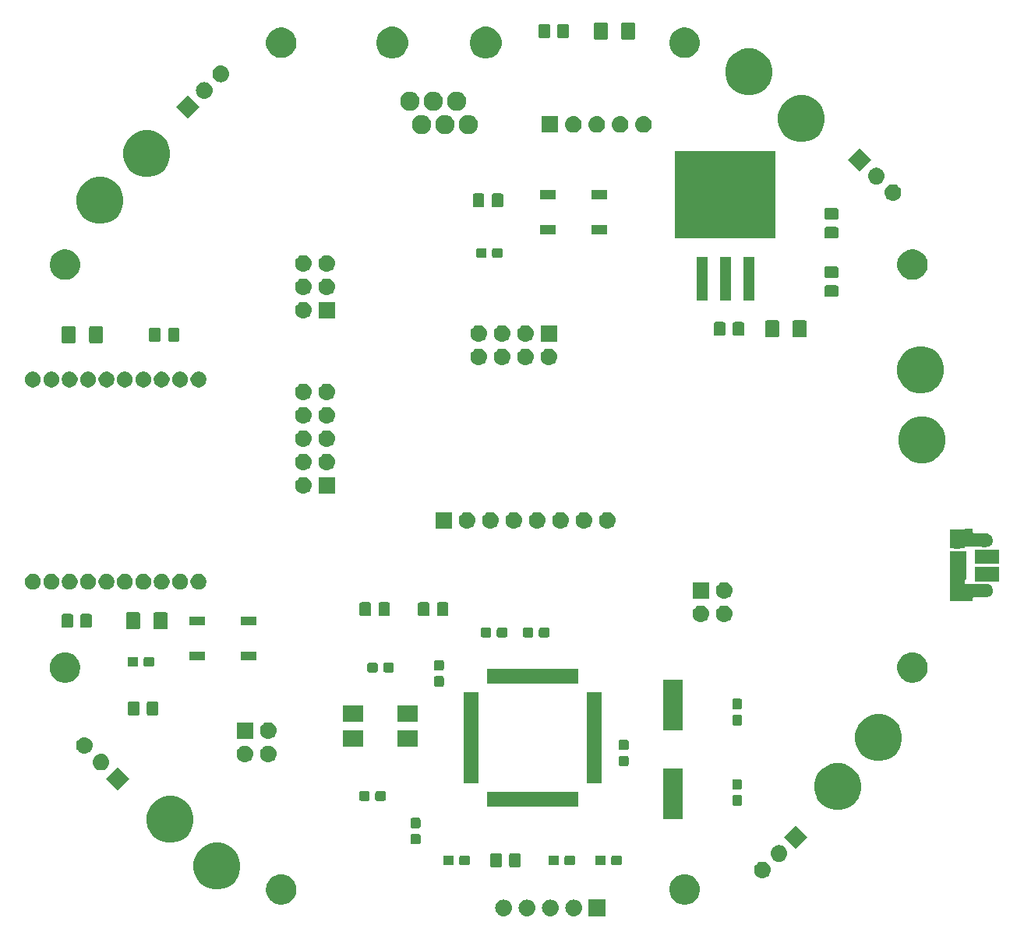
<source format=gts>
G04 #@! TF.GenerationSoftware,KiCad,Pcbnew,5.1.2-f72e74a~84~ubuntu18.04.1*
G04 #@! TF.CreationDate,2019-07-29T20:36:53-07:00*
G04 #@! TF.ProjectId,quad_copter_pcb,71756164-5f63-46f7-9074-65725f706362,rev?*
G04 #@! TF.SameCoordinates,Original*
G04 #@! TF.FileFunction,Soldermask,Top*
G04 #@! TF.FilePolarity,Negative*
%FSLAX46Y46*%
G04 Gerber Fmt 4.6, Leading zero omitted, Abs format (unit mm)*
G04 Created by KiCad (PCBNEW 5.1.2-f72e74a~84~ubuntu18.04.1) date 2019-07-29 20:36:53*
%MOMM*%
%LPD*%
G04 APERTURE LIST*
%ADD10C,0.100000*%
G04 APERTURE END LIST*
D10*
G36*
X155202842Y-140304118D02*
G01*
X155269027Y-140310637D01*
X155438866Y-140362157D01*
X155595391Y-140445822D01*
X155630231Y-140474415D01*
X155732586Y-140558414D01*
X155811931Y-140655098D01*
X155845178Y-140695609D01*
X155928843Y-140852134D01*
X155980363Y-141021973D01*
X155997759Y-141198600D01*
X155980363Y-141375227D01*
X155928843Y-141545066D01*
X155845178Y-141701591D01*
X155815848Y-141737329D01*
X155732586Y-141838786D01*
X155631129Y-141922048D01*
X155595391Y-141951378D01*
X155438866Y-142035043D01*
X155269027Y-142086563D01*
X155202843Y-142093081D01*
X155136660Y-142099600D01*
X155048140Y-142099600D01*
X154981957Y-142093081D01*
X154915773Y-142086563D01*
X154745934Y-142035043D01*
X154589409Y-141951378D01*
X154553671Y-141922048D01*
X154452214Y-141838786D01*
X154368952Y-141737329D01*
X154339622Y-141701591D01*
X154255957Y-141545066D01*
X154204437Y-141375227D01*
X154187041Y-141198600D01*
X154204437Y-141021973D01*
X154255957Y-140852134D01*
X154339622Y-140695609D01*
X154372869Y-140655098D01*
X154452214Y-140558414D01*
X154554569Y-140474415D01*
X154589409Y-140445822D01*
X154745934Y-140362157D01*
X154915773Y-140310637D01*
X154981958Y-140304118D01*
X155048140Y-140297600D01*
X155136660Y-140297600D01*
X155202842Y-140304118D01*
X155202842Y-140304118D01*
G37*
G36*
X158533400Y-142099600D02*
G01*
X156731400Y-142099600D01*
X156731400Y-140297600D01*
X158533400Y-140297600D01*
X158533400Y-142099600D01*
X158533400Y-142099600D01*
G37*
G36*
X147582842Y-140304118D02*
G01*
X147649027Y-140310637D01*
X147818866Y-140362157D01*
X147975391Y-140445822D01*
X148010231Y-140474415D01*
X148112586Y-140558414D01*
X148191931Y-140655098D01*
X148225178Y-140695609D01*
X148308843Y-140852134D01*
X148360363Y-141021973D01*
X148377759Y-141198600D01*
X148360363Y-141375227D01*
X148308843Y-141545066D01*
X148225178Y-141701591D01*
X148195848Y-141737329D01*
X148112586Y-141838786D01*
X148011129Y-141922048D01*
X147975391Y-141951378D01*
X147818866Y-142035043D01*
X147649027Y-142086563D01*
X147582843Y-142093081D01*
X147516660Y-142099600D01*
X147428140Y-142099600D01*
X147361957Y-142093081D01*
X147295773Y-142086563D01*
X147125934Y-142035043D01*
X146969409Y-141951378D01*
X146933671Y-141922048D01*
X146832214Y-141838786D01*
X146748952Y-141737329D01*
X146719622Y-141701591D01*
X146635957Y-141545066D01*
X146584437Y-141375227D01*
X146567041Y-141198600D01*
X146584437Y-141021973D01*
X146635957Y-140852134D01*
X146719622Y-140695609D01*
X146752869Y-140655098D01*
X146832214Y-140558414D01*
X146934569Y-140474415D01*
X146969409Y-140445822D01*
X147125934Y-140362157D01*
X147295773Y-140310637D01*
X147361958Y-140304118D01*
X147428140Y-140297600D01*
X147516660Y-140297600D01*
X147582842Y-140304118D01*
X147582842Y-140304118D01*
G37*
G36*
X152662842Y-140304118D02*
G01*
X152729027Y-140310637D01*
X152898866Y-140362157D01*
X153055391Y-140445822D01*
X153090231Y-140474415D01*
X153192586Y-140558414D01*
X153271931Y-140655098D01*
X153305178Y-140695609D01*
X153388843Y-140852134D01*
X153440363Y-141021973D01*
X153457759Y-141198600D01*
X153440363Y-141375227D01*
X153388843Y-141545066D01*
X153305178Y-141701591D01*
X153275848Y-141737329D01*
X153192586Y-141838786D01*
X153091129Y-141922048D01*
X153055391Y-141951378D01*
X152898866Y-142035043D01*
X152729027Y-142086563D01*
X152662843Y-142093081D01*
X152596660Y-142099600D01*
X152508140Y-142099600D01*
X152441957Y-142093081D01*
X152375773Y-142086563D01*
X152205934Y-142035043D01*
X152049409Y-141951378D01*
X152013671Y-141922048D01*
X151912214Y-141838786D01*
X151828952Y-141737329D01*
X151799622Y-141701591D01*
X151715957Y-141545066D01*
X151664437Y-141375227D01*
X151647041Y-141198600D01*
X151664437Y-141021973D01*
X151715957Y-140852134D01*
X151799622Y-140695609D01*
X151832869Y-140655098D01*
X151912214Y-140558414D01*
X152014569Y-140474415D01*
X152049409Y-140445822D01*
X152205934Y-140362157D01*
X152375773Y-140310637D01*
X152441958Y-140304118D01*
X152508140Y-140297600D01*
X152596660Y-140297600D01*
X152662842Y-140304118D01*
X152662842Y-140304118D01*
G37*
G36*
X150122842Y-140304118D02*
G01*
X150189027Y-140310637D01*
X150358866Y-140362157D01*
X150515391Y-140445822D01*
X150550231Y-140474415D01*
X150652586Y-140558414D01*
X150731931Y-140655098D01*
X150765178Y-140695609D01*
X150848843Y-140852134D01*
X150900363Y-141021973D01*
X150917759Y-141198600D01*
X150900363Y-141375227D01*
X150848843Y-141545066D01*
X150765178Y-141701591D01*
X150735848Y-141737329D01*
X150652586Y-141838786D01*
X150551129Y-141922048D01*
X150515391Y-141951378D01*
X150358866Y-142035043D01*
X150189027Y-142086563D01*
X150122843Y-142093081D01*
X150056660Y-142099600D01*
X149968140Y-142099600D01*
X149901957Y-142093081D01*
X149835773Y-142086563D01*
X149665934Y-142035043D01*
X149509409Y-141951378D01*
X149473671Y-141922048D01*
X149372214Y-141838786D01*
X149288952Y-141737329D01*
X149259622Y-141701591D01*
X149175957Y-141545066D01*
X149124437Y-141375227D01*
X149107041Y-141198600D01*
X149124437Y-141021973D01*
X149175957Y-140852134D01*
X149259622Y-140695609D01*
X149292869Y-140655098D01*
X149372214Y-140558414D01*
X149474569Y-140474415D01*
X149509409Y-140445822D01*
X149665934Y-140362157D01*
X149835773Y-140310637D01*
X149901958Y-140304118D01*
X149968140Y-140297600D01*
X150056660Y-140297600D01*
X150122842Y-140304118D01*
X150122842Y-140304118D01*
G37*
G36*
X167507256Y-137583298D02*
G01*
X167613579Y-137604447D01*
X167914042Y-137728903D01*
X168184451Y-137909585D01*
X168414415Y-138139549D01*
X168595097Y-138409958D01*
X168687688Y-138633491D01*
X168719553Y-138710422D01*
X168759783Y-138912668D01*
X168783000Y-139029391D01*
X168783000Y-139354609D01*
X168719553Y-139673579D01*
X168595097Y-139974042D01*
X168414415Y-140244451D01*
X168184451Y-140474415D01*
X167914042Y-140655097D01*
X167613579Y-140779553D01*
X167507256Y-140800702D01*
X167294611Y-140843000D01*
X166969389Y-140843000D01*
X166756744Y-140800702D01*
X166650421Y-140779553D01*
X166349958Y-140655097D01*
X166079549Y-140474415D01*
X165849585Y-140244451D01*
X165668903Y-139974042D01*
X165544447Y-139673579D01*
X165481000Y-139354609D01*
X165481000Y-139029391D01*
X165504218Y-138912668D01*
X165544447Y-138710422D01*
X165576313Y-138633491D01*
X165668903Y-138409958D01*
X165849585Y-138139549D01*
X166079549Y-137909585D01*
X166349958Y-137728903D01*
X166650421Y-137604447D01*
X166756744Y-137583298D01*
X166969389Y-137541000D01*
X167294611Y-137541000D01*
X167507256Y-137583298D01*
X167507256Y-137583298D01*
G37*
G36*
X123692256Y-137583298D02*
G01*
X123798579Y-137604447D01*
X124099042Y-137728903D01*
X124369451Y-137909585D01*
X124599415Y-138139549D01*
X124780097Y-138409958D01*
X124872688Y-138633491D01*
X124904553Y-138710422D01*
X124944783Y-138912668D01*
X124968000Y-139029391D01*
X124968000Y-139354609D01*
X124904553Y-139673579D01*
X124780097Y-139974042D01*
X124599415Y-140244451D01*
X124369451Y-140474415D01*
X124099042Y-140655097D01*
X123798579Y-140779553D01*
X123692256Y-140800702D01*
X123479611Y-140843000D01*
X123154389Y-140843000D01*
X122941744Y-140800702D01*
X122835421Y-140779553D01*
X122534958Y-140655097D01*
X122264549Y-140474415D01*
X122034585Y-140244451D01*
X121853903Y-139974042D01*
X121729447Y-139673579D01*
X121666000Y-139354609D01*
X121666000Y-139029391D01*
X121689218Y-138912668D01*
X121729447Y-138710422D01*
X121761313Y-138633491D01*
X121853903Y-138409958D01*
X122034585Y-138139549D01*
X122264549Y-137909585D01*
X122534958Y-137728903D01*
X122835421Y-137604447D01*
X122941744Y-137583298D01*
X123154389Y-137541000D01*
X123479611Y-137541000D01*
X123692256Y-137583298D01*
X123692256Y-137583298D01*
G37*
G36*
X117076098Y-134199033D02*
G01*
X117540350Y-134391332D01*
X117540352Y-134391333D01*
X117958168Y-134670509D01*
X118313491Y-135025832D01*
X118592667Y-135443648D01*
X118592668Y-135443650D01*
X118784967Y-135907902D01*
X118883000Y-136400747D01*
X118883000Y-136903253D01*
X118784967Y-137396098D01*
X118647115Y-137728902D01*
X118592667Y-137860352D01*
X118313491Y-138278168D01*
X117958168Y-138633491D01*
X117540352Y-138912667D01*
X117540351Y-138912668D01*
X117540350Y-138912668D01*
X117076098Y-139104967D01*
X116583253Y-139203000D01*
X116080747Y-139203000D01*
X115587902Y-139104967D01*
X115123650Y-138912668D01*
X115123649Y-138912668D01*
X115123648Y-138912667D01*
X114705832Y-138633491D01*
X114350509Y-138278168D01*
X114071333Y-137860352D01*
X114016885Y-137728902D01*
X113879033Y-137396098D01*
X113781000Y-136903253D01*
X113781000Y-136400747D01*
X113879033Y-135907902D01*
X114071332Y-135443650D01*
X114071333Y-135443648D01*
X114350509Y-135025832D01*
X114705832Y-134670509D01*
X115123648Y-134391333D01*
X115123650Y-134391332D01*
X115587902Y-134199033D01*
X116080747Y-134101000D01*
X116583253Y-134101000D01*
X117076098Y-134199033D01*
X117076098Y-134199033D01*
G37*
G36*
X175709558Y-136174051D02*
G01*
X175781525Y-136181139D01*
X175951364Y-136232659D01*
X176107889Y-136316324D01*
X176126148Y-136331309D01*
X176245084Y-136428916D01*
X176322279Y-136522980D01*
X176357676Y-136566111D01*
X176441341Y-136722636D01*
X176492861Y-136892475D01*
X176510257Y-137069102D01*
X176492861Y-137245729D01*
X176441341Y-137415568D01*
X176357676Y-137572093D01*
X176331124Y-137604447D01*
X176245084Y-137709288D01*
X176143627Y-137792550D01*
X176107889Y-137821880D01*
X175951364Y-137905545D01*
X175781525Y-137957065D01*
X175715340Y-137963584D01*
X175649158Y-137970102D01*
X175560638Y-137970102D01*
X175494456Y-137963584D01*
X175428271Y-137957065D01*
X175258432Y-137905545D01*
X175101907Y-137821880D01*
X175066169Y-137792550D01*
X174964712Y-137709288D01*
X174878672Y-137604447D01*
X174852120Y-137572093D01*
X174768455Y-137415568D01*
X174716935Y-137245729D01*
X174699539Y-137069102D01*
X174716935Y-136892475D01*
X174768455Y-136722636D01*
X174852120Y-136566111D01*
X174887517Y-136522980D01*
X174964712Y-136428916D01*
X175083648Y-136331309D01*
X175101907Y-136316324D01*
X175258432Y-136232659D01*
X175428271Y-136181139D01*
X175500238Y-136174051D01*
X175560638Y-136168102D01*
X175649158Y-136168102D01*
X175709558Y-136174051D01*
X175709558Y-136174051D01*
G37*
G36*
X149180674Y-135270465D02*
G01*
X149218367Y-135281899D01*
X149253103Y-135300466D01*
X149283548Y-135325452D01*
X149308534Y-135355897D01*
X149327101Y-135390633D01*
X149338535Y-135428326D01*
X149343000Y-135473661D01*
X149343000Y-136560339D01*
X149338535Y-136605674D01*
X149327101Y-136643367D01*
X149308534Y-136678103D01*
X149283548Y-136708548D01*
X149253103Y-136733534D01*
X149218367Y-136752101D01*
X149180674Y-136763535D01*
X149135339Y-136768000D01*
X148298661Y-136768000D01*
X148253326Y-136763535D01*
X148215633Y-136752101D01*
X148180897Y-136733534D01*
X148150452Y-136708548D01*
X148125466Y-136678103D01*
X148106899Y-136643367D01*
X148095465Y-136605674D01*
X148091000Y-136560339D01*
X148091000Y-135473661D01*
X148095465Y-135428326D01*
X148106899Y-135390633D01*
X148125466Y-135355897D01*
X148150452Y-135325452D01*
X148180897Y-135300466D01*
X148215633Y-135281899D01*
X148253326Y-135270465D01*
X148298661Y-135266000D01*
X149135339Y-135266000D01*
X149180674Y-135270465D01*
X149180674Y-135270465D01*
G37*
G36*
X147130674Y-135270465D02*
G01*
X147168367Y-135281899D01*
X147203103Y-135300466D01*
X147233548Y-135325452D01*
X147258534Y-135355897D01*
X147277101Y-135390633D01*
X147288535Y-135428326D01*
X147293000Y-135473661D01*
X147293000Y-136560339D01*
X147288535Y-136605674D01*
X147277101Y-136643367D01*
X147258534Y-136678103D01*
X147233548Y-136708548D01*
X147203103Y-136733534D01*
X147168367Y-136752101D01*
X147130674Y-136763535D01*
X147085339Y-136768000D01*
X146248661Y-136768000D01*
X146203326Y-136763535D01*
X146165633Y-136752101D01*
X146130897Y-136733534D01*
X146100452Y-136708548D01*
X146075466Y-136678103D01*
X146056899Y-136643367D01*
X146045465Y-136605674D01*
X146041000Y-136560339D01*
X146041000Y-135473661D01*
X146045465Y-135428326D01*
X146056899Y-135390633D01*
X146075466Y-135355897D01*
X146100452Y-135325452D01*
X146130897Y-135300466D01*
X146165633Y-135281899D01*
X146203326Y-135270465D01*
X146248661Y-135266000D01*
X147085339Y-135266000D01*
X147130674Y-135270465D01*
X147130674Y-135270465D01*
G37*
G36*
X141906499Y-135495445D02*
G01*
X141943995Y-135506820D01*
X141978554Y-135525292D01*
X142008847Y-135550153D01*
X142033708Y-135580446D01*
X142052180Y-135615005D01*
X142063555Y-135652501D01*
X142068000Y-135697638D01*
X142068000Y-136336362D01*
X142063555Y-136381499D01*
X142052180Y-136418995D01*
X142033708Y-136453554D01*
X142008847Y-136483847D01*
X141978554Y-136508708D01*
X141943995Y-136527180D01*
X141906499Y-136538555D01*
X141861362Y-136543000D01*
X141122638Y-136543000D01*
X141077501Y-136538555D01*
X141040005Y-136527180D01*
X141005446Y-136508708D01*
X140975153Y-136483847D01*
X140950292Y-136453554D01*
X140931820Y-136418995D01*
X140920445Y-136381499D01*
X140916000Y-136336362D01*
X140916000Y-135697638D01*
X140920445Y-135652501D01*
X140931820Y-135615005D01*
X140950292Y-135580446D01*
X140975153Y-135550153D01*
X141005446Y-135525292D01*
X141040005Y-135506820D01*
X141077501Y-135495445D01*
X141122638Y-135491000D01*
X141861362Y-135491000D01*
X141906499Y-135495445D01*
X141906499Y-135495445D01*
G37*
G36*
X153336499Y-135495445D02*
G01*
X153373995Y-135506820D01*
X153408554Y-135525292D01*
X153438847Y-135550153D01*
X153463708Y-135580446D01*
X153482180Y-135615005D01*
X153493555Y-135652501D01*
X153498000Y-135697638D01*
X153498000Y-136336362D01*
X153493555Y-136381499D01*
X153482180Y-136418995D01*
X153463708Y-136453554D01*
X153438847Y-136483847D01*
X153408554Y-136508708D01*
X153373995Y-136527180D01*
X153336499Y-136538555D01*
X153291362Y-136543000D01*
X152552638Y-136543000D01*
X152507501Y-136538555D01*
X152470005Y-136527180D01*
X152435446Y-136508708D01*
X152405153Y-136483847D01*
X152380292Y-136453554D01*
X152361820Y-136418995D01*
X152350445Y-136381499D01*
X152346000Y-136336362D01*
X152346000Y-135697638D01*
X152350445Y-135652501D01*
X152361820Y-135615005D01*
X152380292Y-135580446D01*
X152405153Y-135550153D01*
X152435446Y-135525292D01*
X152470005Y-135506820D01*
X152507501Y-135495445D01*
X152552638Y-135491000D01*
X153291362Y-135491000D01*
X153336499Y-135495445D01*
X153336499Y-135495445D01*
G37*
G36*
X155086499Y-135495445D02*
G01*
X155123995Y-135506820D01*
X155158554Y-135525292D01*
X155188847Y-135550153D01*
X155213708Y-135580446D01*
X155232180Y-135615005D01*
X155243555Y-135652501D01*
X155248000Y-135697638D01*
X155248000Y-136336362D01*
X155243555Y-136381499D01*
X155232180Y-136418995D01*
X155213708Y-136453554D01*
X155188847Y-136483847D01*
X155158554Y-136508708D01*
X155123995Y-136527180D01*
X155086499Y-136538555D01*
X155041362Y-136543000D01*
X154302638Y-136543000D01*
X154257501Y-136538555D01*
X154220005Y-136527180D01*
X154185446Y-136508708D01*
X154155153Y-136483847D01*
X154130292Y-136453554D01*
X154111820Y-136418995D01*
X154100445Y-136381499D01*
X154096000Y-136336362D01*
X154096000Y-135697638D01*
X154100445Y-135652501D01*
X154111820Y-135615005D01*
X154130292Y-135580446D01*
X154155153Y-135550153D01*
X154185446Y-135525292D01*
X154220005Y-135506820D01*
X154257501Y-135495445D01*
X154302638Y-135491000D01*
X155041362Y-135491000D01*
X155086499Y-135495445D01*
X155086499Y-135495445D01*
G37*
G36*
X158416499Y-135495445D02*
G01*
X158453995Y-135506820D01*
X158488554Y-135525292D01*
X158518847Y-135550153D01*
X158543708Y-135580446D01*
X158562180Y-135615005D01*
X158573555Y-135652501D01*
X158578000Y-135697638D01*
X158578000Y-136336362D01*
X158573555Y-136381499D01*
X158562180Y-136418995D01*
X158543708Y-136453554D01*
X158518847Y-136483847D01*
X158488554Y-136508708D01*
X158453995Y-136527180D01*
X158416499Y-136538555D01*
X158371362Y-136543000D01*
X157632638Y-136543000D01*
X157587501Y-136538555D01*
X157550005Y-136527180D01*
X157515446Y-136508708D01*
X157485153Y-136483847D01*
X157460292Y-136453554D01*
X157441820Y-136418995D01*
X157430445Y-136381499D01*
X157426000Y-136336362D01*
X157426000Y-135697638D01*
X157430445Y-135652501D01*
X157441820Y-135615005D01*
X157460292Y-135580446D01*
X157485153Y-135550153D01*
X157515446Y-135525292D01*
X157550005Y-135506820D01*
X157587501Y-135495445D01*
X157632638Y-135491000D01*
X158371362Y-135491000D01*
X158416499Y-135495445D01*
X158416499Y-135495445D01*
G37*
G36*
X160166499Y-135495445D02*
G01*
X160203995Y-135506820D01*
X160238554Y-135525292D01*
X160268847Y-135550153D01*
X160293708Y-135580446D01*
X160312180Y-135615005D01*
X160323555Y-135652501D01*
X160328000Y-135697638D01*
X160328000Y-136336362D01*
X160323555Y-136381499D01*
X160312180Y-136418995D01*
X160293708Y-136453554D01*
X160268847Y-136483847D01*
X160238554Y-136508708D01*
X160203995Y-136527180D01*
X160166499Y-136538555D01*
X160121362Y-136543000D01*
X159382638Y-136543000D01*
X159337501Y-136538555D01*
X159300005Y-136527180D01*
X159265446Y-136508708D01*
X159235153Y-136483847D01*
X159210292Y-136453554D01*
X159191820Y-136418995D01*
X159180445Y-136381499D01*
X159176000Y-136336362D01*
X159176000Y-135697638D01*
X159180445Y-135652501D01*
X159191820Y-135615005D01*
X159210292Y-135580446D01*
X159235153Y-135550153D01*
X159265446Y-135525292D01*
X159300005Y-135506820D01*
X159337501Y-135495445D01*
X159382638Y-135491000D01*
X160121362Y-135491000D01*
X160166499Y-135495445D01*
X160166499Y-135495445D01*
G37*
G36*
X143656499Y-135495445D02*
G01*
X143693995Y-135506820D01*
X143728554Y-135525292D01*
X143758847Y-135550153D01*
X143783708Y-135580446D01*
X143802180Y-135615005D01*
X143813555Y-135652501D01*
X143818000Y-135697638D01*
X143818000Y-136336362D01*
X143813555Y-136381499D01*
X143802180Y-136418995D01*
X143783708Y-136453554D01*
X143758847Y-136483847D01*
X143728554Y-136508708D01*
X143693995Y-136527180D01*
X143656499Y-136538555D01*
X143611362Y-136543000D01*
X142872638Y-136543000D01*
X142827501Y-136538555D01*
X142790005Y-136527180D01*
X142755446Y-136508708D01*
X142725153Y-136483847D01*
X142700292Y-136453554D01*
X142681820Y-136418995D01*
X142670445Y-136381499D01*
X142666000Y-136336362D01*
X142666000Y-135697638D01*
X142670445Y-135652501D01*
X142681820Y-135615005D01*
X142700292Y-135580446D01*
X142725153Y-135550153D01*
X142755446Y-135525292D01*
X142790005Y-135506820D01*
X142827501Y-135495445D01*
X142872638Y-135491000D01*
X143611362Y-135491000D01*
X143656499Y-135495445D01*
X143656499Y-135495445D01*
G37*
G36*
X177511391Y-134378569D02*
G01*
X177577576Y-134385088D01*
X177747415Y-134436608D01*
X177903940Y-134520273D01*
X177939678Y-134549603D01*
X178041135Y-134632865D01*
X178124397Y-134734322D01*
X178153727Y-134770060D01*
X178237392Y-134926585D01*
X178288912Y-135096424D01*
X178306308Y-135273051D01*
X178288912Y-135449678D01*
X178237392Y-135619517D01*
X178153727Y-135776042D01*
X178124397Y-135811780D01*
X178041135Y-135913237D01*
X177939678Y-135996499D01*
X177903940Y-136025829D01*
X177747415Y-136109494D01*
X177577576Y-136161014D01*
X177511391Y-136167533D01*
X177445209Y-136174051D01*
X177356689Y-136174051D01*
X177290507Y-136167533D01*
X177224322Y-136161014D01*
X177054483Y-136109494D01*
X176897958Y-136025829D01*
X176862220Y-135996499D01*
X176760763Y-135913237D01*
X176677501Y-135811780D01*
X176648171Y-135776042D01*
X176564506Y-135619517D01*
X176512986Y-135449678D01*
X176495590Y-135273051D01*
X176512986Y-135096424D01*
X176564506Y-134926585D01*
X176648171Y-134770060D01*
X176677501Y-134734322D01*
X176760763Y-134632865D01*
X176862220Y-134549603D01*
X176897958Y-134520273D01*
X177054483Y-134436608D01*
X177224322Y-134385088D01*
X177290507Y-134378569D01*
X177356689Y-134372051D01*
X177445209Y-134372051D01*
X177511391Y-134378569D01*
X177511391Y-134378569D01*
G37*
G36*
X180471206Y-133477000D02*
G01*
X179197000Y-134751206D01*
X177922794Y-133477000D01*
X179197000Y-132202794D01*
X180471206Y-133477000D01*
X180471206Y-133477000D01*
G37*
G36*
X138286499Y-133145445D02*
G01*
X138323995Y-133156820D01*
X138358554Y-133175292D01*
X138388847Y-133200153D01*
X138413708Y-133230446D01*
X138432180Y-133265005D01*
X138443555Y-133302501D01*
X138448000Y-133347638D01*
X138448000Y-134086362D01*
X138443555Y-134131499D01*
X138432180Y-134168995D01*
X138413708Y-134203554D01*
X138388847Y-134233847D01*
X138358554Y-134258708D01*
X138323995Y-134277180D01*
X138286499Y-134288555D01*
X138241362Y-134293000D01*
X137602638Y-134293000D01*
X137557501Y-134288555D01*
X137520005Y-134277180D01*
X137485446Y-134258708D01*
X137455153Y-134233847D01*
X137430292Y-134203554D01*
X137411820Y-134168995D01*
X137400445Y-134131499D01*
X137396000Y-134086362D01*
X137396000Y-133347638D01*
X137400445Y-133302501D01*
X137411820Y-133265005D01*
X137430292Y-133230446D01*
X137455153Y-133200153D01*
X137485446Y-133175292D01*
X137520005Y-133156820D01*
X137557501Y-133145445D01*
X137602638Y-133141000D01*
X138241362Y-133141000D01*
X138286499Y-133145445D01*
X138286499Y-133145445D01*
G37*
G36*
X111996098Y-129119033D02*
G01*
X112460350Y-129311332D01*
X112460352Y-129311333D01*
X112878168Y-129590509D01*
X113233491Y-129945832D01*
X113512667Y-130363648D01*
X113512668Y-130363650D01*
X113704967Y-130827902D01*
X113803000Y-131320747D01*
X113803000Y-131823253D01*
X113704967Y-132316098D01*
X113610981Y-132543000D01*
X113512667Y-132780352D01*
X113233491Y-133198168D01*
X112878168Y-133553491D01*
X112460352Y-133832667D01*
X112460351Y-133832668D01*
X112460350Y-133832668D01*
X111996098Y-134024967D01*
X111503253Y-134123000D01*
X111000747Y-134123000D01*
X110507902Y-134024967D01*
X110043650Y-133832668D01*
X110043649Y-133832668D01*
X110043648Y-133832667D01*
X109625832Y-133553491D01*
X109270509Y-133198168D01*
X108991333Y-132780352D01*
X108893019Y-132543000D01*
X108799033Y-132316098D01*
X108701000Y-131823253D01*
X108701000Y-131320747D01*
X108799033Y-130827902D01*
X108991332Y-130363650D01*
X108991333Y-130363648D01*
X109270509Y-129945832D01*
X109625832Y-129590509D01*
X110043648Y-129311333D01*
X110043650Y-129311332D01*
X110507902Y-129119033D01*
X111000747Y-129021000D01*
X111503253Y-129021000D01*
X111996098Y-129119033D01*
X111996098Y-129119033D01*
G37*
G36*
X138286499Y-131395445D02*
G01*
X138323995Y-131406820D01*
X138358554Y-131425292D01*
X138388847Y-131450153D01*
X138413708Y-131480446D01*
X138432180Y-131515005D01*
X138443555Y-131552501D01*
X138448000Y-131597638D01*
X138448000Y-132336362D01*
X138443555Y-132381499D01*
X138432180Y-132418995D01*
X138413708Y-132453554D01*
X138388847Y-132483847D01*
X138358554Y-132508708D01*
X138323995Y-132527180D01*
X138286499Y-132538555D01*
X138241362Y-132543000D01*
X137602638Y-132543000D01*
X137557501Y-132538555D01*
X137520005Y-132527180D01*
X137485446Y-132508708D01*
X137455153Y-132483847D01*
X137430292Y-132453554D01*
X137411820Y-132418995D01*
X137400445Y-132381499D01*
X137396000Y-132336362D01*
X137396000Y-131597638D01*
X137400445Y-131552501D01*
X137411820Y-131515005D01*
X137430292Y-131480446D01*
X137455153Y-131450153D01*
X137485446Y-131425292D01*
X137520005Y-131406820D01*
X137557501Y-131395445D01*
X137602638Y-131391000D01*
X138241362Y-131391000D01*
X138286499Y-131395445D01*
X138286499Y-131395445D01*
G37*
G36*
X166928800Y-131546600D02*
G01*
X164795200Y-131546600D01*
X164795200Y-126009400D01*
X166928800Y-126009400D01*
X166928800Y-131546600D01*
X166928800Y-131546600D01*
G37*
G36*
X184513098Y-125563033D02*
G01*
X184973354Y-125753677D01*
X184977352Y-125755333D01*
X185395168Y-126034509D01*
X185750491Y-126389832D01*
X186029667Y-126807648D01*
X186029668Y-126807650D01*
X186221967Y-127271902D01*
X186320000Y-127764747D01*
X186320000Y-128267253D01*
X186221967Y-128760098D01*
X186073291Y-129119034D01*
X186029667Y-129224352D01*
X185750491Y-129642168D01*
X185395168Y-129997491D01*
X184977352Y-130276667D01*
X184977351Y-130276668D01*
X184977350Y-130276668D01*
X184513098Y-130468967D01*
X184020253Y-130567000D01*
X183517747Y-130567000D01*
X183024902Y-130468967D01*
X182560650Y-130276668D01*
X182560649Y-130276668D01*
X182560648Y-130276667D01*
X182142832Y-129997491D01*
X181787509Y-129642168D01*
X181508333Y-129224352D01*
X181464709Y-129119034D01*
X181316033Y-128760098D01*
X181218000Y-128267253D01*
X181218000Y-127764747D01*
X181316033Y-127271902D01*
X181508332Y-126807650D01*
X181508333Y-126807648D01*
X181787509Y-126389832D01*
X182142832Y-126034509D01*
X182560648Y-125755333D01*
X182564646Y-125753677D01*
X183024902Y-125563033D01*
X183517747Y-125465000D01*
X184020253Y-125465000D01*
X184513098Y-125563033D01*
X184513098Y-125563033D01*
G37*
G36*
X155573000Y-130183000D02*
G01*
X145671000Y-130183000D01*
X145671000Y-128581000D01*
X155573000Y-128581000D01*
X155573000Y-130183000D01*
X155573000Y-130183000D01*
G37*
G36*
X173211499Y-128940445D02*
G01*
X173248995Y-128951820D01*
X173283554Y-128970292D01*
X173313847Y-128995153D01*
X173338708Y-129025446D01*
X173357180Y-129060005D01*
X173368555Y-129097501D01*
X173373000Y-129142638D01*
X173373000Y-129881362D01*
X173368555Y-129926499D01*
X173357180Y-129963995D01*
X173338708Y-129998554D01*
X173313847Y-130028847D01*
X173283554Y-130053708D01*
X173248995Y-130072180D01*
X173211499Y-130083555D01*
X173166362Y-130088000D01*
X172527638Y-130088000D01*
X172482501Y-130083555D01*
X172445005Y-130072180D01*
X172410446Y-130053708D01*
X172380153Y-130028847D01*
X172355292Y-129998554D01*
X172336820Y-129963995D01*
X172325445Y-129926499D01*
X172321000Y-129881362D01*
X172321000Y-129142638D01*
X172325445Y-129097501D01*
X172336820Y-129060005D01*
X172355292Y-129025446D01*
X172380153Y-128995153D01*
X172410446Y-128970292D01*
X172445005Y-128951820D01*
X172482501Y-128940445D01*
X172527638Y-128936000D01*
X173166362Y-128936000D01*
X173211499Y-128940445D01*
X173211499Y-128940445D01*
G37*
G36*
X132776499Y-128510445D02*
G01*
X132813995Y-128521820D01*
X132848554Y-128540292D01*
X132878847Y-128565153D01*
X132903708Y-128595446D01*
X132922180Y-128630005D01*
X132933555Y-128667501D01*
X132938000Y-128712638D01*
X132938000Y-129351362D01*
X132933555Y-129396499D01*
X132922180Y-129433995D01*
X132903708Y-129468554D01*
X132878847Y-129498847D01*
X132848554Y-129523708D01*
X132813995Y-129542180D01*
X132776499Y-129553555D01*
X132731362Y-129558000D01*
X131992638Y-129558000D01*
X131947501Y-129553555D01*
X131910005Y-129542180D01*
X131875446Y-129523708D01*
X131845153Y-129498847D01*
X131820292Y-129468554D01*
X131801820Y-129433995D01*
X131790445Y-129396499D01*
X131786000Y-129351362D01*
X131786000Y-128712638D01*
X131790445Y-128667501D01*
X131801820Y-128630005D01*
X131820292Y-128595446D01*
X131845153Y-128565153D01*
X131875446Y-128540292D01*
X131910005Y-128521820D01*
X131947501Y-128510445D01*
X131992638Y-128506000D01*
X132731362Y-128506000D01*
X132776499Y-128510445D01*
X132776499Y-128510445D01*
G37*
G36*
X134526499Y-128510445D02*
G01*
X134563995Y-128521820D01*
X134598554Y-128540292D01*
X134628847Y-128565153D01*
X134653708Y-128595446D01*
X134672180Y-128630005D01*
X134683555Y-128667501D01*
X134688000Y-128712638D01*
X134688000Y-129351362D01*
X134683555Y-129396499D01*
X134672180Y-129433995D01*
X134653708Y-129468554D01*
X134628847Y-129498847D01*
X134598554Y-129523708D01*
X134563995Y-129542180D01*
X134526499Y-129553555D01*
X134481362Y-129558000D01*
X133742638Y-129558000D01*
X133697501Y-129553555D01*
X133660005Y-129542180D01*
X133625446Y-129523708D01*
X133595153Y-129498847D01*
X133570292Y-129468554D01*
X133551820Y-129433995D01*
X133540445Y-129396499D01*
X133536000Y-129351362D01*
X133536000Y-128712638D01*
X133540445Y-128667501D01*
X133551820Y-128630005D01*
X133570292Y-128595446D01*
X133595153Y-128565153D01*
X133625446Y-128540292D01*
X133660005Y-128521820D01*
X133697501Y-128510445D01*
X133742638Y-128506000D01*
X134481362Y-128506000D01*
X134526499Y-128510445D01*
X134526499Y-128510445D01*
G37*
G36*
X106811206Y-127127000D02*
G01*
X105537000Y-128401206D01*
X104262794Y-127127000D01*
X105537000Y-125852794D01*
X106811206Y-127127000D01*
X106811206Y-127127000D01*
G37*
G36*
X173211499Y-127190445D02*
G01*
X173248995Y-127201820D01*
X173283554Y-127220292D01*
X173313847Y-127245153D01*
X173338708Y-127275446D01*
X173357180Y-127310005D01*
X173368555Y-127347501D01*
X173373000Y-127392638D01*
X173373000Y-128131362D01*
X173368555Y-128176499D01*
X173357180Y-128213995D01*
X173338708Y-128248554D01*
X173313847Y-128278847D01*
X173283554Y-128303708D01*
X173248995Y-128322180D01*
X173211499Y-128333555D01*
X173166362Y-128338000D01*
X172527638Y-128338000D01*
X172482501Y-128333555D01*
X172445005Y-128322180D01*
X172410446Y-128303708D01*
X172380153Y-128278847D01*
X172355292Y-128248554D01*
X172336820Y-128213995D01*
X172325445Y-128176499D01*
X172321000Y-128131362D01*
X172321000Y-127392638D01*
X172325445Y-127347501D01*
X172336820Y-127310005D01*
X172355292Y-127275446D01*
X172380153Y-127245153D01*
X172410446Y-127220292D01*
X172445005Y-127201820D01*
X172482501Y-127190445D01*
X172527638Y-127186000D01*
X173166362Y-127186000D01*
X173211499Y-127190445D01*
X173211499Y-127190445D01*
G37*
G36*
X158123000Y-127633000D02*
G01*
X156521000Y-127633000D01*
X156521000Y-117731000D01*
X158123000Y-117731000D01*
X158123000Y-127633000D01*
X158123000Y-127633000D01*
G37*
G36*
X144723000Y-127633000D02*
G01*
X143121000Y-127633000D01*
X143121000Y-117731000D01*
X144723000Y-117731000D01*
X144723000Y-127633000D01*
X144723000Y-127633000D01*
G37*
G36*
X103845609Y-124435898D02*
G01*
X103917576Y-124442986D01*
X104087415Y-124494506D01*
X104243940Y-124578171D01*
X104279678Y-124607501D01*
X104381135Y-124690763D01*
X104440323Y-124762885D01*
X104493727Y-124827958D01*
X104577392Y-124984483D01*
X104628912Y-125154322D01*
X104646308Y-125330949D01*
X104628912Y-125507576D01*
X104577392Y-125677415D01*
X104493727Y-125833940D01*
X104478254Y-125852794D01*
X104381135Y-125971135D01*
X104305751Y-126033000D01*
X104243940Y-126083727D01*
X104087415Y-126167392D01*
X103917576Y-126218912D01*
X103851391Y-126225431D01*
X103785209Y-126231949D01*
X103696689Y-126231949D01*
X103630507Y-126225431D01*
X103564322Y-126218912D01*
X103394483Y-126167392D01*
X103237958Y-126083727D01*
X103176147Y-126033000D01*
X103100763Y-125971135D01*
X103003644Y-125852794D01*
X102988171Y-125833940D01*
X102904506Y-125677415D01*
X102852986Y-125507576D01*
X102835590Y-125330949D01*
X102852986Y-125154322D01*
X102904506Y-124984483D01*
X102988171Y-124827958D01*
X103041575Y-124762885D01*
X103100763Y-124690763D01*
X103202220Y-124607501D01*
X103237958Y-124578171D01*
X103394483Y-124494506D01*
X103564322Y-124442986D01*
X103636289Y-124435898D01*
X103696689Y-124429949D01*
X103785209Y-124429949D01*
X103845609Y-124435898D01*
X103845609Y-124435898D01*
G37*
G36*
X160892499Y-124650445D02*
G01*
X160929995Y-124661820D01*
X160964554Y-124680292D01*
X160994847Y-124705153D01*
X161019708Y-124735446D01*
X161038180Y-124770005D01*
X161049555Y-124807501D01*
X161054000Y-124852638D01*
X161054000Y-125591362D01*
X161049555Y-125636499D01*
X161038180Y-125673995D01*
X161019708Y-125708554D01*
X160994847Y-125738847D01*
X160964554Y-125763708D01*
X160929995Y-125782180D01*
X160892499Y-125793555D01*
X160847362Y-125798000D01*
X160208638Y-125798000D01*
X160163501Y-125793555D01*
X160126005Y-125782180D01*
X160091446Y-125763708D01*
X160061153Y-125738847D01*
X160036292Y-125708554D01*
X160017820Y-125673995D01*
X160006445Y-125636499D01*
X160002000Y-125591362D01*
X160002000Y-124852638D01*
X160006445Y-124807501D01*
X160017820Y-124770005D01*
X160036292Y-124735446D01*
X160061153Y-124705153D01*
X160091446Y-124680292D01*
X160126005Y-124661820D01*
X160163501Y-124650445D01*
X160208638Y-124646000D01*
X160847362Y-124646000D01*
X160892499Y-124650445D01*
X160892499Y-124650445D01*
G37*
G36*
X122030442Y-123565518D02*
G01*
X122096627Y-123572037D01*
X122266466Y-123623557D01*
X122266468Y-123623558D01*
X122340258Y-123663000D01*
X122422991Y-123707222D01*
X122428234Y-123711525D01*
X122560186Y-123819814D01*
X122618074Y-123890352D01*
X122672778Y-123957009D01*
X122756443Y-124113534D01*
X122807963Y-124283373D01*
X122825359Y-124460000D01*
X122807963Y-124636627D01*
X122756443Y-124806466D01*
X122672778Y-124962991D01*
X122655141Y-124984481D01*
X122560186Y-125100186D01*
X122458729Y-125183448D01*
X122422991Y-125212778D01*
X122266466Y-125296443D01*
X122096627Y-125347963D01*
X122030442Y-125354482D01*
X121964260Y-125361000D01*
X121875740Y-125361000D01*
X121809558Y-125354482D01*
X121743373Y-125347963D01*
X121573534Y-125296443D01*
X121417009Y-125212778D01*
X121381271Y-125183448D01*
X121279814Y-125100186D01*
X121184859Y-124984481D01*
X121167222Y-124962991D01*
X121083557Y-124806466D01*
X121032037Y-124636627D01*
X121014641Y-124460000D01*
X121032037Y-124283373D01*
X121083557Y-124113534D01*
X121167222Y-123957009D01*
X121221926Y-123890352D01*
X121279814Y-123819814D01*
X121411766Y-123711525D01*
X121417009Y-123707222D01*
X121499742Y-123663000D01*
X121573532Y-123623558D01*
X121573534Y-123623557D01*
X121743373Y-123572037D01*
X121809558Y-123565518D01*
X121875740Y-123559000D01*
X121964260Y-123559000D01*
X122030442Y-123565518D01*
X122030442Y-123565518D01*
G37*
G36*
X119490442Y-123565518D02*
G01*
X119556627Y-123572037D01*
X119726466Y-123623557D01*
X119726468Y-123623558D01*
X119800258Y-123663000D01*
X119882991Y-123707222D01*
X119888234Y-123711525D01*
X120020186Y-123819814D01*
X120078074Y-123890352D01*
X120132778Y-123957009D01*
X120216443Y-124113534D01*
X120267963Y-124283373D01*
X120285359Y-124460000D01*
X120267963Y-124636627D01*
X120216443Y-124806466D01*
X120132778Y-124962991D01*
X120115141Y-124984481D01*
X120020186Y-125100186D01*
X119918729Y-125183448D01*
X119882991Y-125212778D01*
X119726466Y-125296443D01*
X119556627Y-125347963D01*
X119490442Y-125354482D01*
X119424260Y-125361000D01*
X119335740Y-125361000D01*
X119269558Y-125354482D01*
X119203373Y-125347963D01*
X119033534Y-125296443D01*
X118877009Y-125212778D01*
X118841271Y-125183448D01*
X118739814Y-125100186D01*
X118644859Y-124984481D01*
X118627222Y-124962991D01*
X118543557Y-124806466D01*
X118492037Y-124636627D01*
X118474641Y-124460000D01*
X118492037Y-124283373D01*
X118543557Y-124113534D01*
X118627222Y-123957009D01*
X118681926Y-123890352D01*
X118739814Y-123819814D01*
X118871766Y-123711525D01*
X118877009Y-123707222D01*
X118959742Y-123663000D01*
X119033532Y-123623558D01*
X119033534Y-123623557D01*
X119203373Y-123572037D01*
X119269558Y-123565518D01*
X119335740Y-123559000D01*
X119424260Y-123559000D01*
X119490442Y-123565518D01*
X119490442Y-123565518D01*
G37*
G36*
X188958098Y-120229033D02*
G01*
X189422350Y-120421332D01*
X189422352Y-120421333D01*
X189840168Y-120700509D01*
X190195491Y-121055832D01*
X190436822Y-121417009D01*
X190474668Y-121473650D01*
X190666967Y-121937902D01*
X190765000Y-122430747D01*
X190765000Y-122933253D01*
X190666967Y-123426098D01*
X190518305Y-123785000D01*
X190474667Y-123890352D01*
X190195491Y-124308168D01*
X189840168Y-124663491D01*
X189422352Y-124942667D01*
X189422351Y-124942668D01*
X189422350Y-124942668D01*
X188958098Y-125134967D01*
X188465253Y-125233000D01*
X187962747Y-125233000D01*
X187469902Y-125134967D01*
X187005650Y-124942668D01*
X187005649Y-124942668D01*
X187005648Y-124942667D01*
X186587832Y-124663491D01*
X186232509Y-124308168D01*
X185953333Y-123890352D01*
X185909695Y-123785000D01*
X185761033Y-123426098D01*
X185663000Y-122933253D01*
X185663000Y-122430747D01*
X185761033Y-121937902D01*
X185953332Y-121473650D01*
X185991178Y-121417009D01*
X186232509Y-121055832D01*
X186587832Y-120700509D01*
X187005648Y-120421333D01*
X187005650Y-120421332D01*
X187469902Y-120229033D01*
X187962747Y-120131000D01*
X188465253Y-120131000D01*
X188958098Y-120229033D01*
X188958098Y-120229033D01*
G37*
G36*
X102055341Y-122640417D02*
G01*
X102121525Y-122646935D01*
X102291364Y-122698455D01*
X102447889Y-122782120D01*
X102483627Y-122811450D01*
X102585084Y-122894712D01*
X102659546Y-122985446D01*
X102697676Y-123031907D01*
X102781341Y-123188432D01*
X102832861Y-123358271D01*
X102850257Y-123534898D01*
X102832861Y-123711525D01*
X102781341Y-123881364D01*
X102697676Y-124037889D01*
X102689378Y-124048000D01*
X102585084Y-124175084D01*
X102483627Y-124258346D01*
X102447889Y-124287676D01*
X102291364Y-124371341D01*
X102121525Y-124422861D01*
X102055341Y-124429379D01*
X101989158Y-124435898D01*
X101900638Y-124435898D01*
X101834455Y-124429379D01*
X101768271Y-124422861D01*
X101598432Y-124371341D01*
X101441907Y-124287676D01*
X101406169Y-124258346D01*
X101304712Y-124175084D01*
X101200418Y-124048000D01*
X101192120Y-124037889D01*
X101108455Y-123881364D01*
X101056935Y-123711525D01*
X101039539Y-123534898D01*
X101056935Y-123358271D01*
X101108455Y-123188432D01*
X101192120Y-123031907D01*
X101230250Y-122985446D01*
X101304712Y-122894712D01*
X101406169Y-122811450D01*
X101441907Y-122782120D01*
X101598432Y-122698455D01*
X101768271Y-122646935D01*
X101834455Y-122640417D01*
X101900638Y-122633898D01*
X101989158Y-122633898D01*
X102055341Y-122640417D01*
X102055341Y-122640417D01*
G37*
G36*
X160892499Y-122900445D02*
G01*
X160929995Y-122911820D01*
X160964554Y-122930292D01*
X160994847Y-122955153D01*
X161019708Y-122985446D01*
X161038180Y-123020005D01*
X161049555Y-123057501D01*
X161054000Y-123102638D01*
X161054000Y-123841362D01*
X161049555Y-123886499D01*
X161038180Y-123923995D01*
X161019708Y-123958554D01*
X160994847Y-123988847D01*
X160964554Y-124013708D01*
X160929995Y-124032180D01*
X160892499Y-124043555D01*
X160847362Y-124048000D01*
X160208638Y-124048000D01*
X160163501Y-124043555D01*
X160126005Y-124032180D01*
X160091446Y-124013708D01*
X160061153Y-123988847D01*
X160036292Y-123958554D01*
X160017820Y-123923995D01*
X160006445Y-123886499D01*
X160002000Y-123841362D01*
X160002000Y-123102638D01*
X160006445Y-123057501D01*
X160017820Y-123020005D01*
X160036292Y-122985446D01*
X160061153Y-122955153D01*
X160091446Y-122930292D01*
X160126005Y-122911820D01*
X160163501Y-122900445D01*
X160208638Y-122896000D01*
X160847362Y-122896000D01*
X160892499Y-122900445D01*
X160892499Y-122900445D01*
G37*
G36*
X132263000Y-123663000D02*
G01*
X130061000Y-123663000D01*
X130061000Y-121861000D01*
X132263000Y-121861000D01*
X132263000Y-123663000D01*
X132263000Y-123663000D01*
G37*
G36*
X138163000Y-123663000D02*
G01*
X135961000Y-123663000D01*
X135961000Y-121861000D01*
X138163000Y-121861000D01*
X138163000Y-123663000D01*
X138163000Y-123663000D01*
G37*
G36*
X122030442Y-121025518D02*
G01*
X122096627Y-121032037D01*
X122266466Y-121083557D01*
X122422991Y-121167222D01*
X122451533Y-121190646D01*
X122560186Y-121279814D01*
X122607264Y-121337180D01*
X122672778Y-121417009D01*
X122756443Y-121573534D01*
X122807963Y-121743373D01*
X122825359Y-121920000D01*
X122807963Y-122096627D01*
X122756443Y-122266466D01*
X122672778Y-122422991D01*
X122643448Y-122458729D01*
X122560186Y-122560186D01*
X122470366Y-122633898D01*
X122422991Y-122672778D01*
X122266466Y-122756443D01*
X122096627Y-122807963D01*
X122030443Y-122814481D01*
X121964260Y-122821000D01*
X121875740Y-122821000D01*
X121809557Y-122814481D01*
X121743373Y-122807963D01*
X121573534Y-122756443D01*
X121417009Y-122672778D01*
X121369634Y-122633898D01*
X121279814Y-122560186D01*
X121196552Y-122458729D01*
X121167222Y-122422991D01*
X121083557Y-122266466D01*
X121032037Y-122096627D01*
X121014641Y-121920000D01*
X121032037Y-121743373D01*
X121083557Y-121573534D01*
X121167222Y-121417009D01*
X121232736Y-121337180D01*
X121279814Y-121279814D01*
X121388467Y-121190646D01*
X121417009Y-121167222D01*
X121573534Y-121083557D01*
X121743373Y-121032037D01*
X121809558Y-121025518D01*
X121875740Y-121019000D01*
X121964260Y-121019000D01*
X122030442Y-121025518D01*
X122030442Y-121025518D01*
G37*
G36*
X120281000Y-122821000D02*
G01*
X118479000Y-122821000D01*
X118479000Y-121019000D01*
X120281000Y-121019000D01*
X120281000Y-122821000D01*
X120281000Y-122821000D01*
G37*
G36*
X166928800Y-121894600D02*
G01*
X164795200Y-121894600D01*
X164795200Y-116357400D01*
X166928800Y-116357400D01*
X166928800Y-121894600D01*
X166928800Y-121894600D01*
G37*
G36*
X173211499Y-120205445D02*
G01*
X173248995Y-120216820D01*
X173283554Y-120235292D01*
X173313847Y-120260153D01*
X173338708Y-120290446D01*
X173357180Y-120325005D01*
X173368555Y-120362501D01*
X173373000Y-120407638D01*
X173373000Y-121146362D01*
X173368555Y-121191499D01*
X173357180Y-121228995D01*
X173338708Y-121263554D01*
X173313847Y-121293847D01*
X173283554Y-121318708D01*
X173248995Y-121337180D01*
X173211499Y-121348555D01*
X173166362Y-121353000D01*
X172527638Y-121353000D01*
X172482501Y-121348555D01*
X172445005Y-121337180D01*
X172410446Y-121318708D01*
X172380153Y-121293847D01*
X172355292Y-121263554D01*
X172336820Y-121228995D01*
X172325445Y-121191499D01*
X172321000Y-121146362D01*
X172321000Y-120407638D01*
X172325445Y-120362501D01*
X172336820Y-120325005D01*
X172355292Y-120290446D01*
X172380153Y-120260153D01*
X172410446Y-120235292D01*
X172445005Y-120216820D01*
X172482501Y-120205445D01*
X172527638Y-120201000D01*
X173166362Y-120201000D01*
X173211499Y-120205445D01*
X173211499Y-120205445D01*
G37*
G36*
X138163000Y-120963000D02*
G01*
X135961000Y-120963000D01*
X135961000Y-119161000D01*
X138163000Y-119161000D01*
X138163000Y-120963000D01*
X138163000Y-120963000D01*
G37*
G36*
X132263000Y-120963000D02*
G01*
X130061000Y-120963000D01*
X130061000Y-119161000D01*
X132263000Y-119161000D01*
X132263000Y-120963000D01*
X132263000Y-120963000D01*
G37*
G36*
X107760674Y-118760465D02*
G01*
X107798367Y-118771899D01*
X107833103Y-118790466D01*
X107863548Y-118815452D01*
X107888534Y-118845897D01*
X107907101Y-118880633D01*
X107918535Y-118918326D01*
X107923000Y-118963661D01*
X107923000Y-120050339D01*
X107918535Y-120095674D01*
X107907101Y-120133367D01*
X107888534Y-120168103D01*
X107863548Y-120198548D01*
X107833103Y-120223534D01*
X107798367Y-120242101D01*
X107760674Y-120253535D01*
X107715339Y-120258000D01*
X106878661Y-120258000D01*
X106833326Y-120253535D01*
X106795633Y-120242101D01*
X106760897Y-120223534D01*
X106730452Y-120198548D01*
X106705466Y-120168103D01*
X106686899Y-120133367D01*
X106675465Y-120095674D01*
X106671000Y-120050339D01*
X106671000Y-118963661D01*
X106675465Y-118918326D01*
X106686899Y-118880633D01*
X106705466Y-118845897D01*
X106730452Y-118815452D01*
X106760897Y-118790466D01*
X106795633Y-118771899D01*
X106833326Y-118760465D01*
X106878661Y-118756000D01*
X107715339Y-118756000D01*
X107760674Y-118760465D01*
X107760674Y-118760465D01*
G37*
G36*
X109810674Y-118760465D02*
G01*
X109848367Y-118771899D01*
X109883103Y-118790466D01*
X109913548Y-118815452D01*
X109938534Y-118845897D01*
X109957101Y-118880633D01*
X109968535Y-118918326D01*
X109973000Y-118963661D01*
X109973000Y-120050339D01*
X109968535Y-120095674D01*
X109957101Y-120133367D01*
X109938534Y-120168103D01*
X109913548Y-120198548D01*
X109883103Y-120223534D01*
X109848367Y-120242101D01*
X109810674Y-120253535D01*
X109765339Y-120258000D01*
X108928661Y-120258000D01*
X108883326Y-120253535D01*
X108845633Y-120242101D01*
X108810897Y-120223534D01*
X108780452Y-120198548D01*
X108755466Y-120168103D01*
X108736899Y-120133367D01*
X108725465Y-120095674D01*
X108721000Y-120050339D01*
X108721000Y-118963661D01*
X108725465Y-118918326D01*
X108736899Y-118880633D01*
X108755466Y-118845897D01*
X108780452Y-118815452D01*
X108810897Y-118790466D01*
X108845633Y-118771899D01*
X108883326Y-118760465D01*
X108928661Y-118756000D01*
X109765339Y-118756000D01*
X109810674Y-118760465D01*
X109810674Y-118760465D01*
G37*
G36*
X173211499Y-118455445D02*
G01*
X173248995Y-118466820D01*
X173283554Y-118485292D01*
X173313847Y-118510153D01*
X173338708Y-118540446D01*
X173357180Y-118575005D01*
X173368555Y-118612501D01*
X173373000Y-118657638D01*
X173373000Y-119396362D01*
X173368555Y-119441499D01*
X173357180Y-119478995D01*
X173338708Y-119513554D01*
X173313847Y-119543847D01*
X173283554Y-119568708D01*
X173248995Y-119587180D01*
X173211499Y-119598555D01*
X173166362Y-119603000D01*
X172527638Y-119603000D01*
X172482501Y-119598555D01*
X172445005Y-119587180D01*
X172410446Y-119568708D01*
X172380153Y-119543847D01*
X172355292Y-119513554D01*
X172336820Y-119478995D01*
X172325445Y-119441499D01*
X172321000Y-119396362D01*
X172321000Y-118657638D01*
X172325445Y-118612501D01*
X172336820Y-118575005D01*
X172355292Y-118540446D01*
X172380153Y-118510153D01*
X172410446Y-118485292D01*
X172445005Y-118466820D01*
X172482501Y-118455445D01*
X172527638Y-118451000D01*
X173166362Y-118451000D01*
X173211499Y-118455445D01*
X173211499Y-118455445D01*
G37*
G36*
X140826499Y-116000445D02*
G01*
X140863995Y-116011820D01*
X140898554Y-116030292D01*
X140928847Y-116055153D01*
X140953708Y-116085446D01*
X140972180Y-116120005D01*
X140983555Y-116157501D01*
X140988000Y-116202638D01*
X140988000Y-116941362D01*
X140983555Y-116986499D01*
X140972180Y-117023995D01*
X140953708Y-117058554D01*
X140928847Y-117088847D01*
X140898554Y-117113708D01*
X140863995Y-117132180D01*
X140826499Y-117143555D01*
X140781362Y-117148000D01*
X140142638Y-117148000D01*
X140097501Y-117143555D01*
X140060005Y-117132180D01*
X140025446Y-117113708D01*
X139995153Y-117088847D01*
X139970292Y-117058554D01*
X139951820Y-117023995D01*
X139940445Y-116986499D01*
X139936000Y-116941362D01*
X139936000Y-116202638D01*
X139940445Y-116157501D01*
X139951820Y-116120005D01*
X139970292Y-116085446D01*
X139995153Y-116055153D01*
X140025446Y-116030292D01*
X140060005Y-116011820D01*
X140097501Y-116000445D01*
X140142638Y-115996000D01*
X140781362Y-115996000D01*
X140826499Y-116000445D01*
X140826499Y-116000445D01*
G37*
G36*
X155573000Y-116783000D02*
G01*
X145671000Y-116783000D01*
X145671000Y-115181000D01*
X155573000Y-115181000D01*
X155573000Y-116783000D01*
X155573000Y-116783000D01*
G37*
G36*
X100197256Y-113453298D02*
G01*
X100303579Y-113474447D01*
X100604042Y-113598903D01*
X100874451Y-113779585D01*
X101104415Y-114009549D01*
X101275784Y-114266020D01*
X101285098Y-114279960D01*
X101308081Y-114335446D01*
X101409553Y-114580421D01*
X101418509Y-114625446D01*
X101473000Y-114899389D01*
X101473000Y-115224611D01*
X101433011Y-115425646D01*
X101409553Y-115543579D01*
X101285097Y-115844042D01*
X101104415Y-116114451D01*
X100874451Y-116344415D01*
X100604042Y-116525097D01*
X100303579Y-116649553D01*
X100197256Y-116670702D01*
X99984611Y-116713000D01*
X99659389Y-116713000D01*
X99446744Y-116670702D01*
X99340421Y-116649553D01*
X99039958Y-116525097D01*
X98769549Y-116344415D01*
X98539585Y-116114451D01*
X98358903Y-115844042D01*
X98234447Y-115543579D01*
X98210989Y-115425646D01*
X98171000Y-115224611D01*
X98171000Y-114899389D01*
X98225491Y-114625446D01*
X98234447Y-114580421D01*
X98335919Y-114335446D01*
X98358902Y-114279960D01*
X98368216Y-114266020D01*
X98539585Y-114009549D01*
X98769549Y-113779585D01*
X99039958Y-113598903D01*
X99340421Y-113474447D01*
X99446744Y-113453298D01*
X99659389Y-113411000D01*
X99984611Y-113411000D01*
X100197256Y-113453298D01*
X100197256Y-113453298D01*
G37*
G36*
X192272256Y-113453298D02*
G01*
X192378579Y-113474447D01*
X192679042Y-113598903D01*
X192949451Y-113779585D01*
X193179415Y-114009549D01*
X193350784Y-114266020D01*
X193360098Y-114279960D01*
X193383081Y-114335446D01*
X193484553Y-114580421D01*
X193493509Y-114625446D01*
X193548000Y-114899389D01*
X193548000Y-115224611D01*
X193508011Y-115425646D01*
X193484553Y-115543579D01*
X193360097Y-115844042D01*
X193179415Y-116114451D01*
X192949451Y-116344415D01*
X192679042Y-116525097D01*
X192378579Y-116649553D01*
X192272256Y-116670702D01*
X192059611Y-116713000D01*
X191734389Y-116713000D01*
X191521744Y-116670702D01*
X191415421Y-116649553D01*
X191114958Y-116525097D01*
X190844549Y-116344415D01*
X190614585Y-116114451D01*
X190433903Y-115844042D01*
X190309447Y-115543579D01*
X190285989Y-115425646D01*
X190246000Y-115224611D01*
X190246000Y-114899389D01*
X190300491Y-114625446D01*
X190309447Y-114580421D01*
X190410919Y-114335446D01*
X190433902Y-114279960D01*
X190443216Y-114266020D01*
X190614585Y-114009549D01*
X190844549Y-113779585D01*
X191114958Y-113598903D01*
X191415421Y-113474447D01*
X191521744Y-113453298D01*
X191734389Y-113411000D01*
X192059611Y-113411000D01*
X192272256Y-113453298D01*
X192272256Y-113453298D01*
G37*
G36*
X135401499Y-114540445D02*
G01*
X135438995Y-114551820D01*
X135473554Y-114570292D01*
X135503847Y-114595153D01*
X135528708Y-114625446D01*
X135547180Y-114660005D01*
X135558555Y-114697501D01*
X135563000Y-114742638D01*
X135563000Y-115381362D01*
X135558555Y-115426499D01*
X135547180Y-115463995D01*
X135528708Y-115498554D01*
X135503847Y-115528847D01*
X135473554Y-115553708D01*
X135438995Y-115572180D01*
X135401499Y-115583555D01*
X135356362Y-115588000D01*
X134617638Y-115588000D01*
X134572501Y-115583555D01*
X134535005Y-115572180D01*
X134500446Y-115553708D01*
X134470153Y-115528847D01*
X134445292Y-115498554D01*
X134426820Y-115463995D01*
X134415445Y-115426499D01*
X134411000Y-115381362D01*
X134411000Y-114742638D01*
X134415445Y-114697501D01*
X134426820Y-114660005D01*
X134445292Y-114625446D01*
X134470153Y-114595153D01*
X134500446Y-114570292D01*
X134535005Y-114551820D01*
X134572501Y-114540445D01*
X134617638Y-114536000D01*
X135356362Y-114536000D01*
X135401499Y-114540445D01*
X135401499Y-114540445D01*
G37*
G36*
X133651499Y-114540445D02*
G01*
X133688995Y-114551820D01*
X133723554Y-114570292D01*
X133753847Y-114595153D01*
X133778708Y-114625446D01*
X133797180Y-114660005D01*
X133808555Y-114697501D01*
X133813000Y-114742638D01*
X133813000Y-115381362D01*
X133808555Y-115426499D01*
X133797180Y-115463995D01*
X133778708Y-115498554D01*
X133753847Y-115528847D01*
X133723554Y-115553708D01*
X133688995Y-115572180D01*
X133651499Y-115583555D01*
X133606362Y-115588000D01*
X132867638Y-115588000D01*
X132822501Y-115583555D01*
X132785005Y-115572180D01*
X132750446Y-115553708D01*
X132720153Y-115528847D01*
X132695292Y-115498554D01*
X132676820Y-115463995D01*
X132665445Y-115426499D01*
X132661000Y-115381362D01*
X132661000Y-114742638D01*
X132665445Y-114697501D01*
X132676820Y-114660005D01*
X132695292Y-114625446D01*
X132720153Y-114595153D01*
X132750446Y-114570292D01*
X132785005Y-114551820D01*
X132822501Y-114540445D01*
X132867638Y-114536000D01*
X133606362Y-114536000D01*
X133651499Y-114540445D01*
X133651499Y-114540445D01*
G37*
G36*
X140826499Y-114250445D02*
G01*
X140863995Y-114261820D01*
X140898554Y-114280292D01*
X140928847Y-114305153D01*
X140953708Y-114335446D01*
X140972180Y-114370005D01*
X140983555Y-114407501D01*
X140988000Y-114452638D01*
X140988000Y-115191362D01*
X140983555Y-115236499D01*
X140972180Y-115273995D01*
X140953708Y-115308554D01*
X140928847Y-115338847D01*
X140898554Y-115363708D01*
X140863995Y-115382180D01*
X140826499Y-115393555D01*
X140781362Y-115398000D01*
X140142638Y-115398000D01*
X140097501Y-115393555D01*
X140060005Y-115382180D01*
X140025446Y-115363708D01*
X139995153Y-115338847D01*
X139970292Y-115308554D01*
X139951820Y-115273995D01*
X139940445Y-115236499D01*
X139936000Y-115191362D01*
X139936000Y-114452638D01*
X139940445Y-114407501D01*
X139951820Y-114370005D01*
X139970292Y-114335446D01*
X139995153Y-114305153D01*
X140025446Y-114280292D01*
X140060005Y-114261820D01*
X140097501Y-114250445D01*
X140142638Y-114246000D01*
X140781362Y-114246000D01*
X140826499Y-114250445D01*
X140826499Y-114250445D01*
G37*
G36*
X107616499Y-113905445D02*
G01*
X107653995Y-113916820D01*
X107688554Y-113935292D01*
X107718847Y-113960153D01*
X107743708Y-113990446D01*
X107762180Y-114025005D01*
X107773555Y-114062501D01*
X107778000Y-114107638D01*
X107778000Y-114746362D01*
X107773555Y-114791499D01*
X107762180Y-114828995D01*
X107743708Y-114863554D01*
X107718847Y-114893847D01*
X107688554Y-114918708D01*
X107653995Y-114937180D01*
X107616499Y-114948555D01*
X107571362Y-114953000D01*
X106832638Y-114953000D01*
X106787501Y-114948555D01*
X106750005Y-114937180D01*
X106715446Y-114918708D01*
X106685153Y-114893847D01*
X106660292Y-114863554D01*
X106641820Y-114828995D01*
X106630445Y-114791499D01*
X106626000Y-114746362D01*
X106626000Y-114107638D01*
X106630445Y-114062501D01*
X106641820Y-114025005D01*
X106660292Y-113990446D01*
X106685153Y-113960153D01*
X106715446Y-113935292D01*
X106750005Y-113916820D01*
X106787501Y-113905445D01*
X106832638Y-113901000D01*
X107571362Y-113901000D01*
X107616499Y-113905445D01*
X107616499Y-113905445D01*
G37*
G36*
X109366499Y-113905445D02*
G01*
X109403995Y-113916820D01*
X109438554Y-113935292D01*
X109468847Y-113960153D01*
X109493708Y-113990446D01*
X109512180Y-114025005D01*
X109523555Y-114062501D01*
X109528000Y-114107638D01*
X109528000Y-114746362D01*
X109523555Y-114791499D01*
X109512180Y-114828995D01*
X109493708Y-114863554D01*
X109468847Y-114893847D01*
X109438554Y-114918708D01*
X109403995Y-114937180D01*
X109366499Y-114948555D01*
X109321362Y-114953000D01*
X108582638Y-114953000D01*
X108537501Y-114948555D01*
X108500005Y-114937180D01*
X108465446Y-114918708D01*
X108435153Y-114893847D01*
X108410292Y-114863554D01*
X108391820Y-114828995D01*
X108380445Y-114791499D01*
X108376000Y-114746362D01*
X108376000Y-114107638D01*
X108380445Y-114062501D01*
X108391820Y-114025005D01*
X108410292Y-113990446D01*
X108435153Y-113960153D01*
X108465446Y-113935292D01*
X108500005Y-113916820D01*
X108537501Y-113905445D01*
X108582638Y-113901000D01*
X109321362Y-113901000D01*
X109366499Y-113905445D01*
X109366499Y-113905445D01*
G37*
G36*
X120624600Y-114274600D02*
G01*
X118897400Y-114274600D01*
X118897400Y-113309400D01*
X120624600Y-113309400D01*
X120624600Y-114274600D01*
X120624600Y-114274600D01*
G37*
G36*
X115036600Y-114274600D02*
G01*
X113309400Y-114274600D01*
X113309400Y-113309400D01*
X115036600Y-113309400D01*
X115036600Y-114274600D01*
X115036600Y-114274600D01*
G37*
G36*
X152306499Y-110730445D02*
G01*
X152343995Y-110741820D01*
X152378554Y-110760292D01*
X152408847Y-110785153D01*
X152433708Y-110815446D01*
X152452180Y-110850005D01*
X152463555Y-110887501D01*
X152468000Y-110932638D01*
X152468000Y-111571362D01*
X152463555Y-111616499D01*
X152452180Y-111653995D01*
X152433708Y-111688554D01*
X152408847Y-111718847D01*
X152378554Y-111743708D01*
X152343995Y-111762180D01*
X152306499Y-111773555D01*
X152261362Y-111778000D01*
X151522638Y-111778000D01*
X151477501Y-111773555D01*
X151440005Y-111762180D01*
X151405446Y-111743708D01*
X151375153Y-111718847D01*
X151350292Y-111688554D01*
X151331820Y-111653995D01*
X151320445Y-111616499D01*
X151316000Y-111571362D01*
X151316000Y-110932638D01*
X151320445Y-110887501D01*
X151331820Y-110850005D01*
X151350292Y-110815446D01*
X151375153Y-110785153D01*
X151405446Y-110760292D01*
X151440005Y-110741820D01*
X151477501Y-110730445D01*
X151522638Y-110726000D01*
X152261362Y-110726000D01*
X152306499Y-110730445D01*
X152306499Y-110730445D01*
G37*
G36*
X150556499Y-110730445D02*
G01*
X150593995Y-110741820D01*
X150628554Y-110760292D01*
X150658847Y-110785153D01*
X150683708Y-110815446D01*
X150702180Y-110850005D01*
X150713555Y-110887501D01*
X150718000Y-110932638D01*
X150718000Y-111571362D01*
X150713555Y-111616499D01*
X150702180Y-111653995D01*
X150683708Y-111688554D01*
X150658847Y-111718847D01*
X150628554Y-111743708D01*
X150593995Y-111762180D01*
X150556499Y-111773555D01*
X150511362Y-111778000D01*
X149772638Y-111778000D01*
X149727501Y-111773555D01*
X149690005Y-111762180D01*
X149655446Y-111743708D01*
X149625153Y-111718847D01*
X149600292Y-111688554D01*
X149581820Y-111653995D01*
X149570445Y-111616499D01*
X149566000Y-111571362D01*
X149566000Y-110932638D01*
X149570445Y-110887501D01*
X149581820Y-110850005D01*
X149600292Y-110815446D01*
X149625153Y-110785153D01*
X149655446Y-110760292D01*
X149690005Y-110741820D01*
X149727501Y-110730445D01*
X149772638Y-110726000D01*
X150511362Y-110726000D01*
X150556499Y-110730445D01*
X150556499Y-110730445D01*
G37*
G36*
X147734499Y-110730445D02*
G01*
X147771995Y-110741820D01*
X147806554Y-110760292D01*
X147836847Y-110785153D01*
X147861708Y-110815446D01*
X147880180Y-110850005D01*
X147891555Y-110887501D01*
X147896000Y-110932638D01*
X147896000Y-111571362D01*
X147891555Y-111616499D01*
X147880180Y-111653995D01*
X147861708Y-111688554D01*
X147836847Y-111718847D01*
X147806554Y-111743708D01*
X147771995Y-111762180D01*
X147734499Y-111773555D01*
X147689362Y-111778000D01*
X146950638Y-111778000D01*
X146905501Y-111773555D01*
X146868005Y-111762180D01*
X146833446Y-111743708D01*
X146803153Y-111718847D01*
X146778292Y-111688554D01*
X146759820Y-111653995D01*
X146748445Y-111616499D01*
X146744000Y-111571362D01*
X146744000Y-110932638D01*
X146748445Y-110887501D01*
X146759820Y-110850005D01*
X146778292Y-110815446D01*
X146803153Y-110785153D01*
X146833446Y-110760292D01*
X146868005Y-110741820D01*
X146905501Y-110730445D01*
X146950638Y-110726000D01*
X147689362Y-110726000D01*
X147734499Y-110730445D01*
X147734499Y-110730445D01*
G37*
G36*
X145984499Y-110730445D02*
G01*
X146021995Y-110741820D01*
X146056554Y-110760292D01*
X146086847Y-110785153D01*
X146111708Y-110815446D01*
X146130180Y-110850005D01*
X146141555Y-110887501D01*
X146146000Y-110932638D01*
X146146000Y-111571362D01*
X146141555Y-111616499D01*
X146130180Y-111653995D01*
X146111708Y-111688554D01*
X146086847Y-111718847D01*
X146056554Y-111743708D01*
X146021995Y-111762180D01*
X145984499Y-111773555D01*
X145939362Y-111778000D01*
X145200638Y-111778000D01*
X145155501Y-111773555D01*
X145118005Y-111762180D01*
X145083446Y-111743708D01*
X145053153Y-111718847D01*
X145028292Y-111688554D01*
X145009820Y-111653995D01*
X144998445Y-111616499D01*
X144994000Y-111571362D01*
X144994000Y-110932638D01*
X144998445Y-110887501D01*
X145009820Y-110850005D01*
X145028292Y-110815446D01*
X145053153Y-110785153D01*
X145083446Y-110760292D01*
X145118005Y-110741820D01*
X145155501Y-110730445D01*
X145200638Y-110726000D01*
X145939362Y-110726000D01*
X145984499Y-110730445D01*
X145984499Y-110730445D01*
G37*
G36*
X110812562Y-109060181D02*
G01*
X110847481Y-109070774D01*
X110879663Y-109087976D01*
X110907873Y-109111127D01*
X110931024Y-109139337D01*
X110948226Y-109171519D01*
X110958819Y-109206438D01*
X110963000Y-109248895D01*
X110963000Y-110715105D01*
X110958819Y-110757562D01*
X110948226Y-110792481D01*
X110931024Y-110824663D01*
X110907873Y-110852873D01*
X110879663Y-110876024D01*
X110847481Y-110893226D01*
X110812562Y-110903819D01*
X110770105Y-110908000D01*
X109628895Y-110908000D01*
X109586438Y-110903819D01*
X109551519Y-110893226D01*
X109519337Y-110876024D01*
X109491127Y-110852873D01*
X109467976Y-110824663D01*
X109450774Y-110792481D01*
X109440181Y-110757562D01*
X109436000Y-110715105D01*
X109436000Y-109248895D01*
X109440181Y-109206438D01*
X109450774Y-109171519D01*
X109467976Y-109139337D01*
X109491127Y-109111127D01*
X109519337Y-109087976D01*
X109551519Y-109070774D01*
X109586438Y-109060181D01*
X109628895Y-109056000D01*
X110770105Y-109056000D01*
X110812562Y-109060181D01*
X110812562Y-109060181D01*
G37*
G36*
X107837562Y-109060181D02*
G01*
X107872481Y-109070774D01*
X107904663Y-109087976D01*
X107932873Y-109111127D01*
X107956024Y-109139337D01*
X107973226Y-109171519D01*
X107983819Y-109206438D01*
X107988000Y-109248895D01*
X107988000Y-110715105D01*
X107983819Y-110757562D01*
X107973226Y-110792481D01*
X107956024Y-110824663D01*
X107932873Y-110852873D01*
X107904663Y-110876024D01*
X107872481Y-110893226D01*
X107837562Y-110903819D01*
X107795105Y-110908000D01*
X106653895Y-110908000D01*
X106611438Y-110903819D01*
X106576519Y-110893226D01*
X106544337Y-110876024D01*
X106516127Y-110852873D01*
X106492976Y-110824663D01*
X106475774Y-110792481D01*
X106465181Y-110757562D01*
X106461000Y-110715105D01*
X106461000Y-109248895D01*
X106465181Y-109206438D01*
X106475774Y-109171519D01*
X106492976Y-109139337D01*
X106516127Y-109111127D01*
X106544337Y-109087976D01*
X106576519Y-109070774D01*
X106611438Y-109060181D01*
X106653895Y-109056000D01*
X107795105Y-109056000D01*
X107837562Y-109060181D01*
X107837562Y-109060181D01*
G37*
G36*
X102580674Y-109235465D02*
G01*
X102618367Y-109246899D01*
X102653103Y-109265466D01*
X102683548Y-109290452D01*
X102708534Y-109320897D01*
X102727101Y-109355633D01*
X102738535Y-109393326D01*
X102743000Y-109438661D01*
X102743000Y-110525339D01*
X102738535Y-110570674D01*
X102727101Y-110608367D01*
X102708534Y-110643103D01*
X102683548Y-110673548D01*
X102653103Y-110698534D01*
X102618367Y-110717101D01*
X102580674Y-110728535D01*
X102535339Y-110733000D01*
X101698661Y-110733000D01*
X101653326Y-110728535D01*
X101615633Y-110717101D01*
X101580897Y-110698534D01*
X101550452Y-110673548D01*
X101525466Y-110643103D01*
X101506899Y-110608367D01*
X101495465Y-110570674D01*
X101491000Y-110525339D01*
X101491000Y-109438661D01*
X101495465Y-109393326D01*
X101506899Y-109355633D01*
X101525466Y-109320897D01*
X101550452Y-109290452D01*
X101580897Y-109265466D01*
X101615633Y-109246899D01*
X101653326Y-109235465D01*
X101698661Y-109231000D01*
X102535339Y-109231000D01*
X102580674Y-109235465D01*
X102580674Y-109235465D01*
G37*
G36*
X100530674Y-109235465D02*
G01*
X100568367Y-109246899D01*
X100603103Y-109265466D01*
X100633548Y-109290452D01*
X100658534Y-109320897D01*
X100677101Y-109355633D01*
X100688535Y-109393326D01*
X100693000Y-109438661D01*
X100693000Y-110525339D01*
X100688535Y-110570674D01*
X100677101Y-110608367D01*
X100658534Y-110643103D01*
X100633548Y-110673548D01*
X100603103Y-110698534D01*
X100568367Y-110717101D01*
X100530674Y-110728535D01*
X100485339Y-110733000D01*
X99648661Y-110733000D01*
X99603326Y-110728535D01*
X99565633Y-110717101D01*
X99530897Y-110698534D01*
X99500452Y-110673548D01*
X99475466Y-110643103D01*
X99456899Y-110608367D01*
X99445465Y-110570674D01*
X99441000Y-110525339D01*
X99441000Y-109438661D01*
X99445465Y-109393326D01*
X99456899Y-109355633D01*
X99475466Y-109320897D01*
X99500452Y-109290452D01*
X99530897Y-109265466D01*
X99565633Y-109246899D01*
X99603326Y-109235465D01*
X99648661Y-109231000D01*
X100485339Y-109231000D01*
X100530674Y-109235465D01*
X100530674Y-109235465D01*
G37*
G36*
X120624600Y-110464600D02*
G01*
X118897400Y-110464600D01*
X118897400Y-109499400D01*
X120624600Y-109499400D01*
X120624600Y-110464600D01*
X120624600Y-110464600D01*
G37*
G36*
X115036600Y-110464600D02*
G01*
X113309400Y-110464600D01*
X113309400Y-109499400D01*
X115036600Y-109499400D01*
X115036600Y-110464600D01*
X115036600Y-110464600D01*
G37*
G36*
X171560443Y-108325519D02*
G01*
X171626627Y-108332037D01*
X171796466Y-108383557D01*
X171952991Y-108467222D01*
X171988729Y-108496552D01*
X172090186Y-108579814D01*
X172173448Y-108681271D01*
X172202778Y-108717009D01*
X172286443Y-108873534D01*
X172337963Y-109043373D01*
X172355359Y-109220000D01*
X172337963Y-109396627D01*
X172286443Y-109566466D01*
X172202778Y-109722991D01*
X172173448Y-109758729D01*
X172090186Y-109860186D01*
X171988729Y-109943448D01*
X171952991Y-109972778D01*
X171796466Y-110056443D01*
X171626627Y-110107963D01*
X171560443Y-110114481D01*
X171494260Y-110121000D01*
X171405740Y-110121000D01*
X171339557Y-110114481D01*
X171273373Y-110107963D01*
X171103534Y-110056443D01*
X170947009Y-109972778D01*
X170911271Y-109943448D01*
X170809814Y-109860186D01*
X170726552Y-109758729D01*
X170697222Y-109722991D01*
X170613557Y-109566466D01*
X170562037Y-109396627D01*
X170544641Y-109220000D01*
X170562037Y-109043373D01*
X170613557Y-108873534D01*
X170697222Y-108717009D01*
X170726552Y-108681271D01*
X170809814Y-108579814D01*
X170911271Y-108496552D01*
X170947009Y-108467222D01*
X171103534Y-108383557D01*
X171273373Y-108332037D01*
X171339557Y-108325519D01*
X171405740Y-108319000D01*
X171494260Y-108319000D01*
X171560443Y-108325519D01*
X171560443Y-108325519D01*
G37*
G36*
X169020443Y-108325519D02*
G01*
X169086627Y-108332037D01*
X169256466Y-108383557D01*
X169412991Y-108467222D01*
X169448729Y-108496552D01*
X169550186Y-108579814D01*
X169633448Y-108681271D01*
X169662778Y-108717009D01*
X169746443Y-108873534D01*
X169797963Y-109043373D01*
X169815359Y-109220000D01*
X169797963Y-109396627D01*
X169746443Y-109566466D01*
X169662778Y-109722991D01*
X169633448Y-109758729D01*
X169550186Y-109860186D01*
X169448729Y-109943448D01*
X169412991Y-109972778D01*
X169256466Y-110056443D01*
X169086627Y-110107963D01*
X169020443Y-110114481D01*
X168954260Y-110121000D01*
X168865740Y-110121000D01*
X168799557Y-110114481D01*
X168733373Y-110107963D01*
X168563534Y-110056443D01*
X168407009Y-109972778D01*
X168371271Y-109943448D01*
X168269814Y-109860186D01*
X168186552Y-109758729D01*
X168157222Y-109722991D01*
X168073557Y-109566466D01*
X168022037Y-109396627D01*
X168004641Y-109220000D01*
X168022037Y-109043373D01*
X168073557Y-108873534D01*
X168157222Y-108717009D01*
X168186552Y-108681271D01*
X168269814Y-108579814D01*
X168371271Y-108496552D01*
X168407009Y-108467222D01*
X168563534Y-108383557D01*
X168733373Y-108332037D01*
X168799557Y-108325519D01*
X168865740Y-108319000D01*
X168954260Y-108319000D01*
X169020443Y-108325519D01*
X169020443Y-108325519D01*
G37*
G36*
X139265674Y-107965465D02*
G01*
X139303367Y-107976899D01*
X139338103Y-107995466D01*
X139368548Y-108020452D01*
X139393534Y-108050897D01*
X139412101Y-108085633D01*
X139423535Y-108123326D01*
X139428000Y-108168661D01*
X139428000Y-109255339D01*
X139423535Y-109300674D01*
X139412101Y-109338367D01*
X139393534Y-109373103D01*
X139368548Y-109403548D01*
X139338103Y-109428534D01*
X139303367Y-109447101D01*
X139265674Y-109458535D01*
X139220339Y-109463000D01*
X138383661Y-109463000D01*
X138338326Y-109458535D01*
X138300633Y-109447101D01*
X138265897Y-109428534D01*
X138235452Y-109403548D01*
X138210466Y-109373103D01*
X138191899Y-109338367D01*
X138180465Y-109300674D01*
X138176000Y-109255339D01*
X138176000Y-108168661D01*
X138180465Y-108123326D01*
X138191899Y-108085633D01*
X138210466Y-108050897D01*
X138235452Y-108020452D01*
X138265897Y-107995466D01*
X138300633Y-107976899D01*
X138338326Y-107965465D01*
X138383661Y-107961000D01*
X139220339Y-107961000D01*
X139265674Y-107965465D01*
X139265674Y-107965465D01*
G37*
G36*
X134965674Y-107965465D02*
G01*
X135003367Y-107976899D01*
X135038103Y-107995466D01*
X135068548Y-108020452D01*
X135093534Y-108050897D01*
X135112101Y-108085633D01*
X135123535Y-108123326D01*
X135128000Y-108168661D01*
X135128000Y-109255339D01*
X135123535Y-109300674D01*
X135112101Y-109338367D01*
X135093534Y-109373103D01*
X135068548Y-109403548D01*
X135038103Y-109428534D01*
X135003367Y-109447101D01*
X134965674Y-109458535D01*
X134920339Y-109463000D01*
X134083661Y-109463000D01*
X134038326Y-109458535D01*
X134000633Y-109447101D01*
X133965897Y-109428534D01*
X133935452Y-109403548D01*
X133910466Y-109373103D01*
X133891899Y-109338367D01*
X133880465Y-109300674D01*
X133876000Y-109255339D01*
X133876000Y-108168661D01*
X133880465Y-108123326D01*
X133891899Y-108085633D01*
X133910466Y-108050897D01*
X133935452Y-108020452D01*
X133965897Y-107995466D01*
X134000633Y-107976899D01*
X134038326Y-107965465D01*
X134083661Y-107961000D01*
X134920339Y-107961000D01*
X134965674Y-107965465D01*
X134965674Y-107965465D01*
G37*
G36*
X132915674Y-107965465D02*
G01*
X132953367Y-107976899D01*
X132988103Y-107995466D01*
X133018548Y-108020452D01*
X133043534Y-108050897D01*
X133062101Y-108085633D01*
X133073535Y-108123326D01*
X133078000Y-108168661D01*
X133078000Y-109255339D01*
X133073535Y-109300674D01*
X133062101Y-109338367D01*
X133043534Y-109373103D01*
X133018548Y-109403548D01*
X132988103Y-109428534D01*
X132953367Y-109447101D01*
X132915674Y-109458535D01*
X132870339Y-109463000D01*
X132033661Y-109463000D01*
X131988326Y-109458535D01*
X131950633Y-109447101D01*
X131915897Y-109428534D01*
X131885452Y-109403548D01*
X131860466Y-109373103D01*
X131841899Y-109338367D01*
X131830465Y-109300674D01*
X131826000Y-109255339D01*
X131826000Y-108168661D01*
X131830465Y-108123326D01*
X131841899Y-108085633D01*
X131860466Y-108050897D01*
X131885452Y-108020452D01*
X131915897Y-107995466D01*
X131950633Y-107976899D01*
X131988326Y-107965465D01*
X132033661Y-107961000D01*
X132870339Y-107961000D01*
X132915674Y-107965465D01*
X132915674Y-107965465D01*
G37*
G36*
X141315674Y-107965465D02*
G01*
X141353367Y-107976899D01*
X141388103Y-107995466D01*
X141418548Y-108020452D01*
X141443534Y-108050897D01*
X141462101Y-108085633D01*
X141473535Y-108123326D01*
X141478000Y-108168661D01*
X141478000Y-109255339D01*
X141473535Y-109300674D01*
X141462101Y-109338367D01*
X141443534Y-109373103D01*
X141418548Y-109403548D01*
X141388103Y-109428534D01*
X141353367Y-109447101D01*
X141315674Y-109458535D01*
X141270339Y-109463000D01*
X140433661Y-109463000D01*
X140388326Y-109458535D01*
X140350633Y-109447101D01*
X140315897Y-109428534D01*
X140285452Y-109403548D01*
X140260466Y-109373103D01*
X140241899Y-109338367D01*
X140230465Y-109300674D01*
X140226000Y-109255339D01*
X140226000Y-108168661D01*
X140230465Y-108123326D01*
X140241899Y-108085633D01*
X140260466Y-108050897D01*
X140285452Y-108020452D01*
X140315897Y-107995466D01*
X140350633Y-107976899D01*
X140388326Y-107965465D01*
X140433661Y-107961000D01*
X141270339Y-107961000D01*
X141315674Y-107965465D01*
X141315674Y-107965465D01*
G37*
G36*
X197739000Y-105508000D02*
G01*
X197688999Y-105508000D01*
X197664613Y-105510402D01*
X197641164Y-105517515D01*
X197619553Y-105529066D01*
X197600611Y-105544611D01*
X197585066Y-105563553D01*
X197573515Y-105585164D01*
X197566402Y-105608613D01*
X197564000Y-105632999D01*
X197564000Y-105818501D01*
X197566402Y-105842887D01*
X197573515Y-105866336D01*
X197585066Y-105887947D01*
X197600611Y-105906889D01*
X197619553Y-105922434D01*
X197641164Y-105933985D01*
X197664613Y-105941098D01*
X197688999Y-105943500D01*
X198526225Y-105943500D01*
X198541164Y-105951485D01*
X198564613Y-105958598D01*
X198588999Y-105961000D01*
X199963050Y-105961000D01*
X199964613Y-105961474D01*
X199976745Y-105963274D01*
X200060321Y-105971505D01*
X200197172Y-106013019D01*
X200197175Y-106013020D01*
X200323294Y-106080432D01*
X200433843Y-106171157D01*
X200524568Y-106281706D01*
X200591980Y-106407825D01*
X200591981Y-106407828D01*
X200633495Y-106544679D01*
X200647512Y-106687000D01*
X200633495Y-106829321D01*
X200618385Y-106879130D01*
X200591980Y-106966175D01*
X200524568Y-107092294D01*
X200433843Y-107202843D01*
X200323294Y-107293568D01*
X200197175Y-107360980D01*
X200197172Y-107360981D01*
X200060321Y-107402495D01*
X199976746Y-107410726D01*
X199965314Y-107413000D01*
X198588999Y-107413000D01*
X198564613Y-107415402D01*
X198541164Y-107422515D01*
X198519553Y-107434066D01*
X198500611Y-107449611D01*
X198485066Y-107468553D01*
X198473515Y-107490164D01*
X198466402Y-107513613D01*
X198464000Y-107537999D01*
X198464000Y-107870500D01*
X197590421Y-107870500D01*
X197584836Y-107867515D01*
X197561387Y-107860402D01*
X197537001Y-107858000D01*
X195962000Y-107858000D01*
X195962000Y-106550621D01*
X195959598Y-106526235D01*
X195956617Y-106514335D01*
X195950696Y-106494818D01*
X195939093Y-106377000D01*
X195950696Y-106259182D01*
X195956617Y-106239665D01*
X195961398Y-106215632D01*
X195962000Y-106203379D01*
X195962000Y-105705241D01*
X195965934Y-105700447D01*
X195977485Y-105678836D01*
X195984598Y-105655387D01*
X195987000Y-105631001D01*
X195987000Y-102406000D01*
X197739000Y-102406000D01*
X197739000Y-105508000D01*
X197739000Y-105508000D01*
G37*
G36*
X171552102Y-105784697D02*
G01*
X171626627Y-105792037D01*
X171796466Y-105843557D01*
X171952991Y-105927222D01*
X171980713Y-105949973D01*
X172090186Y-106039814D01*
X172173448Y-106141271D01*
X172202778Y-106177009D01*
X172286443Y-106333534D01*
X172337963Y-106503373D01*
X172355359Y-106680000D01*
X172337963Y-106856627D01*
X172286443Y-107026466D01*
X172202778Y-107182991D01*
X172173448Y-107218729D01*
X172090186Y-107320186D01*
X171989891Y-107402495D01*
X171952991Y-107432778D01*
X171796466Y-107516443D01*
X171626627Y-107567963D01*
X171560443Y-107574481D01*
X171494260Y-107581000D01*
X171405740Y-107581000D01*
X171339557Y-107574481D01*
X171273373Y-107567963D01*
X171103534Y-107516443D01*
X170947009Y-107432778D01*
X170910109Y-107402495D01*
X170809814Y-107320186D01*
X170726552Y-107218729D01*
X170697222Y-107182991D01*
X170613557Y-107026466D01*
X170562037Y-106856627D01*
X170544641Y-106680000D01*
X170562037Y-106503373D01*
X170613557Y-106333534D01*
X170697222Y-106177009D01*
X170726552Y-106141271D01*
X170809814Y-106039814D01*
X170919287Y-105949973D01*
X170947009Y-105927222D01*
X171103534Y-105843557D01*
X171273373Y-105792037D01*
X171347898Y-105784697D01*
X171405740Y-105779000D01*
X171494260Y-105779000D01*
X171552102Y-105784697D01*
X171552102Y-105784697D01*
G37*
G36*
X169811000Y-107581000D02*
G01*
X168009000Y-107581000D01*
X168009000Y-105779000D01*
X169811000Y-105779000D01*
X169811000Y-107581000D01*
X169811000Y-107581000D01*
G37*
G36*
X106583923Y-104909787D02*
G01*
X106741088Y-104974887D01*
X106882533Y-105069398D01*
X107002822Y-105189687D01*
X107097333Y-105331132D01*
X107162433Y-105488297D01*
X107195620Y-105655143D01*
X107195620Y-105825257D01*
X107162433Y-105992103D01*
X107097333Y-106149268D01*
X107002822Y-106290713D01*
X106882533Y-106411002D01*
X106741088Y-106505513D01*
X106583923Y-106570613D01*
X106417077Y-106603800D01*
X106246963Y-106603800D01*
X106080117Y-106570613D01*
X105922952Y-106505513D01*
X105781507Y-106411002D01*
X105661218Y-106290713D01*
X105566707Y-106149268D01*
X105501607Y-105992103D01*
X105468420Y-105825257D01*
X105468420Y-105655143D01*
X105501607Y-105488297D01*
X105566707Y-105331132D01*
X105661218Y-105189687D01*
X105781507Y-105069398D01*
X105922952Y-104974887D01*
X106080117Y-104909787D01*
X106246963Y-104876600D01*
X106417077Y-104876600D01*
X106583923Y-104909787D01*
X106583923Y-104909787D01*
G37*
G36*
X114584923Y-104909787D02*
G01*
X114742088Y-104974887D01*
X114883533Y-105069398D01*
X115003822Y-105189687D01*
X115098333Y-105331132D01*
X115163433Y-105488297D01*
X115196620Y-105655143D01*
X115196620Y-105825257D01*
X115163433Y-105992103D01*
X115098333Y-106149268D01*
X115003822Y-106290713D01*
X114883533Y-106411002D01*
X114742088Y-106505513D01*
X114584923Y-106570613D01*
X114418077Y-106603800D01*
X114247963Y-106603800D01*
X114081117Y-106570613D01*
X113923952Y-106505513D01*
X113782507Y-106411002D01*
X113662218Y-106290713D01*
X113567707Y-106149268D01*
X113502607Y-105992103D01*
X113469420Y-105825257D01*
X113469420Y-105655143D01*
X113502607Y-105488297D01*
X113567707Y-105331132D01*
X113662218Y-105189687D01*
X113782507Y-105069398D01*
X113923952Y-104974887D01*
X114081117Y-104909787D01*
X114247963Y-104876600D01*
X114418077Y-104876600D01*
X114584923Y-104909787D01*
X114584923Y-104909787D01*
G37*
G36*
X112585943Y-104909787D02*
G01*
X112743108Y-104974887D01*
X112884553Y-105069398D01*
X113004842Y-105189687D01*
X113099353Y-105331132D01*
X113164453Y-105488297D01*
X113197640Y-105655143D01*
X113197640Y-105825257D01*
X113164453Y-105992103D01*
X113099353Y-106149268D01*
X113004842Y-106290713D01*
X112884553Y-106411002D01*
X112743108Y-106505513D01*
X112585943Y-106570613D01*
X112419097Y-106603800D01*
X112248983Y-106603800D01*
X112082137Y-106570613D01*
X111924972Y-106505513D01*
X111783527Y-106411002D01*
X111663238Y-106290713D01*
X111568727Y-106149268D01*
X111503627Y-105992103D01*
X111470440Y-105825257D01*
X111470440Y-105655143D01*
X111503627Y-105488297D01*
X111568727Y-105331132D01*
X111663238Y-105189687D01*
X111783527Y-105069398D01*
X111924972Y-104974887D01*
X112082137Y-104909787D01*
X112248983Y-104876600D01*
X112419097Y-104876600D01*
X112585943Y-104909787D01*
X112585943Y-104909787D01*
G37*
G36*
X110584423Y-104909787D02*
G01*
X110741588Y-104974887D01*
X110883033Y-105069398D01*
X111003322Y-105189687D01*
X111097833Y-105331132D01*
X111162933Y-105488297D01*
X111196120Y-105655143D01*
X111196120Y-105825257D01*
X111162933Y-105992103D01*
X111097833Y-106149268D01*
X111003322Y-106290713D01*
X110883033Y-106411002D01*
X110741588Y-106505513D01*
X110584423Y-106570613D01*
X110417577Y-106603800D01*
X110247463Y-106603800D01*
X110080617Y-106570613D01*
X109923452Y-106505513D01*
X109782007Y-106411002D01*
X109661718Y-106290713D01*
X109567207Y-106149268D01*
X109502107Y-105992103D01*
X109468920Y-105825257D01*
X109468920Y-105655143D01*
X109502107Y-105488297D01*
X109567207Y-105331132D01*
X109661718Y-105189687D01*
X109782007Y-105069398D01*
X109923452Y-104974887D01*
X110080617Y-104909787D01*
X110247463Y-104876600D01*
X110417577Y-104876600D01*
X110584423Y-104909787D01*
X110584423Y-104909787D01*
G37*
G36*
X104584943Y-104909787D02*
G01*
X104742108Y-104974887D01*
X104883553Y-105069398D01*
X105003842Y-105189687D01*
X105098353Y-105331132D01*
X105163453Y-105488297D01*
X105196640Y-105655143D01*
X105196640Y-105825257D01*
X105163453Y-105992103D01*
X105098353Y-106149268D01*
X105003842Y-106290713D01*
X104883553Y-106411002D01*
X104742108Y-106505513D01*
X104584943Y-106570613D01*
X104418097Y-106603800D01*
X104247983Y-106603800D01*
X104081137Y-106570613D01*
X103923972Y-106505513D01*
X103782527Y-106411002D01*
X103662238Y-106290713D01*
X103567727Y-106149268D01*
X103502627Y-105992103D01*
X103469440Y-105825257D01*
X103469440Y-105655143D01*
X103502627Y-105488297D01*
X103567727Y-105331132D01*
X103662238Y-105189687D01*
X103782527Y-105069398D01*
X103923972Y-104974887D01*
X104081137Y-104909787D01*
X104247983Y-104876600D01*
X104418097Y-104876600D01*
X104584943Y-104909787D01*
X104584943Y-104909787D01*
G37*
G36*
X102585963Y-104909787D02*
G01*
X102743128Y-104974887D01*
X102884573Y-105069398D01*
X103004862Y-105189687D01*
X103099373Y-105331132D01*
X103164473Y-105488297D01*
X103197660Y-105655143D01*
X103197660Y-105825257D01*
X103164473Y-105992103D01*
X103099373Y-106149268D01*
X103004862Y-106290713D01*
X102884573Y-106411002D01*
X102743128Y-106505513D01*
X102585963Y-106570613D01*
X102419117Y-106603800D01*
X102249003Y-106603800D01*
X102082157Y-106570613D01*
X101924992Y-106505513D01*
X101783547Y-106411002D01*
X101663258Y-106290713D01*
X101568747Y-106149268D01*
X101503647Y-105992103D01*
X101470460Y-105825257D01*
X101470460Y-105655143D01*
X101503647Y-105488297D01*
X101568747Y-105331132D01*
X101663258Y-105189687D01*
X101783547Y-105069398D01*
X101924992Y-104974887D01*
X102082157Y-104909787D01*
X102249003Y-104876600D01*
X102419117Y-104876600D01*
X102585963Y-104909787D01*
X102585963Y-104909787D01*
G37*
G36*
X100584443Y-104909787D02*
G01*
X100741608Y-104974887D01*
X100883053Y-105069398D01*
X101003342Y-105189687D01*
X101097853Y-105331132D01*
X101162953Y-105488297D01*
X101196140Y-105655143D01*
X101196140Y-105825257D01*
X101162953Y-105992103D01*
X101097853Y-106149268D01*
X101003342Y-106290713D01*
X100883053Y-106411002D01*
X100741608Y-106505513D01*
X100584443Y-106570613D01*
X100417597Y-106603800D01*
X100247483Y-106603800D01*
X100080637Y-106570613D01*
X99923472Y-106505513D01*
X99782027Y-106411002D01*
X99661738Y-106290713D01*
X99567227Y-106149268D01*
X99502127Y-105992103D01*
X99468940Y-105825257D01*
X99468940Y-105655143D01*
X99502127Y-105488297D01*
X99567227Y-105331132D01*
X99661738Y-105189687D01*
X99782027Y-105069398D01*
X99923472Y-104974887D01*
X100080637Y-104909787D01*
X100247483Y-104876600D01*
X100417597Y-104876600D01*
X100584443Y-104909787D01*
X100584443Y-104909787D01*
G37*
G36*
X96583943Y-104909787D02*
G01*
X96741108Y-104974887D01*
X96882553Y-105069398D01*
X97002842Y-105189687D01*
X97097353Y-105331132D01*
X97162453Y-105488297D01*
X97195640Y-105655143D01*
X97195640Y-105825257D01*
X97162453Y-105992103D01*
X97097353Y-106149268D01*
X97002842Y-106290713D01*
X96882553Y-106411002D01*
X96741108Y-106505513D01*
X96583943Y-106570613D01*
X96417097Y-106603800D01*
X96246983Y-106603800D01*
X96080137Y-106570613D01*
X95922972Y-106505513D01*
X95781527Y-106411002D01*
X95661238Y-106290713D01*
X95566727Y-106149268D01*
X95501627Y-105992103D01*
X95468440Y-105825257D01*
X95468440Y-105655143D01*
X95501627Y-105488297D01*
X95566727Y-105331132D01*
X95661238Y-105189687D01*
X95781527Y-105069398D01*
X95922972Y-104974887D01*
X96080137Y-104909787D01*
X96246983Y-104876600D01*
X96417097Y-104876600D01*
X96583943Y-104909787D01*
X96583943Y-104909787D01*
G37*
G36*
X98585463Y-104909787D02*
G01*
X98742628Y-104974887D01*
X98884073Y-105069398D01*
X99004362Y-105189687D01*
X99098873Y-105331132D01*
X99163973Y-105488297D01*
X99197160Y-105655143D01*
X99197160Y-105825257D01*
X99163973Y-105992103D01*
X99098873Y-106149268D01*
X99004362Y-106290713D01*
X98884073Y-106411002D01*
X98742628Y-106505513D01*
X98585463Y-106570613D01*
X98418617Y-106603800D01*
X98248503Y-106603800D01*
X98081657Y-106570613D01*
X97924492Y-106505513D01*
X97783047Y-106411002D01*
X97662758Y-106290713D01*
X97568247Y-106149268D01*
X97503147Y-105992103D01*
X97469960Y-105825257D01*
X97469960Y-105655143D01*
X97503147Y-105488297D01*
X97568247Y-105331132D01*
X97662758Y-105189687D01*
X97783047Y-105069398D01*
X97924492Y-104974887D01*
X98081657Y-104909787D01*
X98248503Y-104876600D01*
X98418617Y-104876600D01*
X98585463Y-104909787D01*
X98585463Y-104909787D01*
G37*
G36*
X108585443Y-104909787D02*
G01*
X108742608Y-104974887D01*
X108884053Y-105069398D01*
X109004342Y-105189687D01*
X109098853Y-105331132D01*
X109163953Y-105488297D01*
X109197140Y-105655143D01*
X109197140Y-105825257D01*
X109163953Y-105992103D01*
X109098853Y-106149268D01*
X109004342Y-106290713D01*
X108884053Y-106411002D01*
X108742608Y-106505513D01*
X108585443Y-106570613D01*
X108418597Y-106603800D01*
X108248483Y-106603800D01*
X108081637Y-106570613D01*
X107924472Y-106505513D01*
X107783027Y-106411002D01*
X107662738Y-106290713D01*
X107568227Y-106149268D01*
X107503127Y-105992103D01*
X107469940Y-105825257D01*
X107469940Y-105655143D01*
X107503127Y-105488297D01*
X107568227Y-105331132D01*
X107662738Y-105189687D01*
X107783027Y-105069398D01*
X107924472Y-104974887D01*
X108081637Y-104909787D01*
X108248483Y-104876600D01*
X108418597Y-104876600D01*
X108585443Y-104909787D01*
X108585443Y-104909787D01*
G37*
G36*
X201314000Y-105683000D02*
G01*
X198712000Y-105683000D01*
X198712000Y-104151000D01*
X201314000Y-104151000D01*
X201314000Y-105683000D01*
X201314000Y-105683000D01*
G37*
G36*
X201314000Y-103763000D02*
G01*
X198712000Y-103763000D01*
X198712000Y-102231000D01*
X201314000Y-102231000D01*
X201314000Y-103763000D01*
X201314000Y-103763000D01*
G37*
G36*
X198464000Y-100356001D02*
G01*
X198466402Y-100380387D01*
X198473515Y-100403836D01*
X198485066Y-100425447D01*
X198500611Y-100444389D01*
X198519553Y-100459934D01*
X198541164Y-100471485D01*
X198564613Y-100478598D01*
X198588999Y-100481000D01*
X199917347Y-100481000D01*
X199919553Y-100482810D01*
X199941164Y-100494361D01*
X199964613Y-100501474D01*
X199976745Y-100503274D01*
X200060321Y-100511505D01*
X200197172Y-100553019D01*
X200197175Y-100553020D01*
X200323294Y-100620432D01*
X200433843Y-100711157D01*
X200524568Y-100821706D01*
X200591980Y-100947825D01*
X200591981Y-100947828D01*
X200633495Y-101084679D01*
X200647512Y-101227000D01*
X200633495Y-101369321D01*
X200618369Y-101419184D01*
X200591980Y-101506175D01*
X200524568Y-101632294D01*
X200433843Y-101742843D01*
X200323294Y-101833568D01*
X200197175Y-101900980D01*
X200197172Y-101900981D01*
X200060321Y-101942495D01*
X199989213Y-101949498D01*
X199953660Y-101953000D01*
X199532340Y-101953000D01*
X199425678Y-101942495D01*
X199412124Y-101938383D01*
X199388091Y-101933602D01*
X199375838Y-101933000D01*
X197668999Y-101933000D01*
X197644613Y-101935402D01*
X197621164Y-101942515D01*
X197599553Y-101954066D01*
X197580611Y-101969611D01*
X197565066Y-101988553D01*
X197553515Y-102010164D01*
X197546402Y-102033613D01*
X197544000Y-102057999D01*
X197544000Y-102108000D01*
X197149586Y-102108000D01*
X197125200Y-102110402D01*
X197113300Y-102113383D01*
X197060818Y-102129304D01*
X196972519Y-102138000D01*
X196513481Y-102138000D01*
X196425182Y-102129304D01*
X196372700Y-102113383D01*
X196348667Y-102108602D01*
X196336414Y-102108000D01*
X195942000Y-102108000D01*
X195942000Y-101572659D01*
X195941398Y-101560407D01*
X195939093Y-101537000D01*
X195941398Y-101513593D01*
X195942000Y-101501341D01*
X195942000Y-100006000D01*
X197537001Y-100006000D01*
X197561387Y-100003598D01*
X197584836Y-99996485D01*
X197590421Y-99993500D01*
X198464000Y-99993500D01*
X198464000Y-100356001D01*
X198464000Y-100356001D01*
G37*
G36*
X156320443Y-98165519D02*
G01*
X156386627Y-98172037D01*
X156556466Y-98223557D01*
X156712991Y-98307222D01*
X156748729Y-98336552D01*
X156850186Y-98419814D01*
X156933448Y-98521271D01*
X156962778Y-98557009D01*
X157046443Y-98713534D01*
X157097963Y-98883373D01*
X157115359Y-99060000D01*
X157097963Y-99236627D01*
X157046443Y-99406466D01*
X156962778Y-99562991D01*
X156933448Y-99598729D01*
X156850186Y-99700186D01*
X156748729Y-99783448D01*
X156712991Y-99812778D01*
X156556466Y-99896443D01*
X156386627Y-99947963D01*
X156320443Y-99954481D01*
X156254260Y-99961000D01*
X156165740Y-99961000D01*
X156099557Y-99954481D01*
X156033373Y-99947963D01*
X155863534Y-99896443D01*
X155707009Y-99812778D01*
X155671271Y-99783448D01*
X155569814Y-99700186D01*
X155486552Y-99598729D01*
X155457222Y-99562991D01*
X155373557Y-99406466D01*
X155322037Y-99236627D01*
X155304641Y-99060000D01*
X155322037Y-98883373D01*
X155373557Y-98713534D01*
X155457222Y-98557009D01*
X155486552Y-98521271D01*
X155569814Y-98419814D01*
X155671271Y-98336552D01*
X155707009Y-98307222D01*
X155863534Y-98223557D01*
X156033373Y-98172037D01*
X156099557Y-98165519D01*
X156165740Y-98159000D01*
X156254260Y-98159000D01*
X156320443Y-98165519D01*
X156320443Y-98165519D01*
G37*
G36*
X153780443Y-98165519D02*
G01*
X153846627Y-98172037D01*
X154016466Y-98223557D01*
X154172991Y-98307222D01*
X154208729Y-98336552D01*
X154310186Y-98419814D01*
X154393448Y-98521271D01*
X154422778Y-98557009D01*
X154506443Y-98713534D01*
X154557963Y-98883373D01*
X154575359Y-99060000D01*
X154557963Y-99236627D01*
X154506443Y-99406466D01*
X154422778Y-99562991D01*
X154393448Y-99598729D01*
X154310186Y-99700186D01*
X154208729Y-99783448D01*
X154172991Y-99812778D01*
X154016466Y-99896443D01*
X153846627Y-99947963D01*
X153780443Y-99954481D01*
X153714260Y-99961000D01*
X153625740Y-99961000D01*
X153559557Y-99954481D01*
X153493373Y-99947963D01*
X153323534Y-99896443D01*
X153167009Y-99812778D01*
X153131271Y-99783448D01*
X153029814Y-99700186D01*
X152946552Y-99598729D01*
X152917222Y-99562991D01*
X152833557Y-99406466D01*
X152782037Y-99236627D01*
X152764641Y-99060000D01*
X152782037Y-98883373D01*
X152833557Y-98713534D01*
X152917222Y-98557009D01*
X152946552Y-98521271D01*
X153029814Y-98419814D01*
X153131271Y-98336552D01*
X153167009Y-98307222D01*
X153323534Y-98223557D01*
X153493373Y-98172037D01*
X153559557Y-98165519D01*
X153625740Y-98159000D01*
X153714260Y-98159000D01*
X153780443Y-98165519D01*
X153780443Y-98165519D01*
G37*
G36*
X146160443Y-98165519D02*
G01*
X146226627Y-98172037D01*
X146396466Y-98223557D01*
X146552991Y-98307222D01*
X146588729Y-98336552D01*
X146690186Y-98419814D01*
X146773448Y-98521271D01*
X146802778Y-98557009D01*
X146886443Y-98713534D01*
X146937963Y-98883373D01*
X146955359Y-99060000D01*
X146937963Y-99236627D01*
X146886443Y-99406466D01*
X146802778Y-99562991D01*
X146773448Y-99598729D01*
X146690186Y-99700186D01*
X146588729Y-99783448D01*
X146552991Y-99812778D01*
X146396466Y-99896443D01*
X146226627Y-99947963D01*
X146160443Y-99954481D01*
X146094260Y-99961000D01*
X146005740Y-99961000D01*
X145939557Y-99954481D01*
X145873373Y-99947963D01*
X145703534Y-99896443D01*
X145547009Y-99812778D01*
X145511271Y-99783448D01*
X145409814Y-99700186D01*
X145326552Y-99598729D01*
X145297222Y-99562991D01*
X145213557Y-99406466D01*
X145162037Y-99236627D01*
X145144641Y-99060000D01*
X145162037Y-98883373D01*
X145213557Y-98713534D01*
X145297222Y-98557009D01*
X145326552Y-98521271D01*
X145409814Y-98419814D01*
X145511271Y-98336552D01*
X145547009Y-98307222D01*
X145703534Y-98223557D01*
X145873373Y-98172037D01*
X145939557Y-98165519D01*
X146005740Y-98159000D01*
X146094260Y-98159000D01*
X146160443Y-98165519D01*
X146160443Y-98165519D01*
G37*
G36*
X151240443Y-98165519D02*
G01*
X151306627Y-98172037D01*
X151476466Y-98223557D01*
X151632991Y-98307222D01*
X151668729Y-98336552D01*
X151770186Y-98419814D01*
X151853448Y-98521271D01*
X151882778Y-98557009D01*
X151966443Y-98713534D01*
X152017963Y-98883373D01*
X152035359Y-99060000D01*
X152017963Y-99236627D01*
X151966443Y-99406466D01*
X151882778Y-99562991D01*
X151853448Y-99598729D01*
X151770186Y-99700186D01*
X151668729Y-99783448D01*
X151632991Y-99812778D01*
X151476466Y-99896443D01*
X151306627Y-99947963D01*
X151240443Y-99954481D01*
X151174260Y-99961000D01*
X151085740Y-99961000D01*
X151019557Y-99954481D01*
X150953373Y-99947963D01*
X150783534Y-99896443D01*
X150627009Y-99812778D01*
X150591271Y-99783448D01*
X150489814Y-99700186D01*
X150406552Y-99598729D01*
X150377222Y-99562991D01*
X150293557Y-99406466D01*
X150242037Y-99236627D01*
X150224641Y-99060000D01*
X150242037Y-98883373D01*
X150293557Y-98713534D01*
X150377222Y-98557009D01*
X150406552Y-98521271D01*
X150489814Y-98419814D01*
X150591271Y-98336552D01*
X150627009Y-98307222D01*
X150783534Y-98223557D01*
X150953373Y-98172037D01*
X151019557Y-98165519D01*
X151085740Y-98159000D01*
X151174260Y-98159000D01*
X151240443Y-98165519D01*
X151240443Y-98165519D01*
G37*
G36*
X158860443Y-98165519D02*
G01*
X158926627Y-98172037D01*
X159096466Y-98223557D01*
X159252991Y-98307222D01*
X159288729Y-98336552D01*
X159390186Y-98419814D01*
X159473448Y-98521271D01*
X159502778Y-98557009D01*
X159586443Y-98713534D01*
X159637963Y-98883373D01*
X159655359Y-99060000D01*
X159637963Y-99236627D01*
X159586443Y-99406466D01*
X159502778Y-99562991D01*
X159473448Y-99598729D01*
X159390186Y-99700186D01*
X159288729Y-99783448D01*
X159252991Y-99812778D01*
X159096466Y-99896443D01*
X158926627Y-99947963D01*
X158860443Y-99954481D01*
X158794260Y-99961000D01*
X158705740Y-99961000D01*
X158639557Y-99954481D01*
X158573373Y-99947963D01*
X158403534Y-99896443D01*
X158247009Y-99812778D01*
X158211271Y-99783448D01*
X158109814Y-99700186D01*
X158026552Y-99598729D01*
X157997222Y-99562991D01*
X157913557Y-99406466D01*
X157862037Y-99236627D01*
X157844641Y-99060000D01*
X157862037Y-98883373D01*
X157913557Y-98713534D01*
X157997222Y-98557009D01*
X158026552Y-98521271D01*
X158109814Y-98419814D01*
X158211271Y-98336552D01*
X158247009Y-98307222D01*
X158403534Y-98223557D01*
X158573373Y-98172037D01*
X158639557Y-98165519D01*
X158705740Y-98159000D01*
X158794260Y-98159000D01*
X158860443Y-98165519D01*
X158860443Y-98165519D01*
G37*
G36*
X148700443Y-98165519D02*
G01*
X148766627Y-98172037D01*
X148936466Y-98223557D01*
X149092991Y-98307222D01*
X149128729Y-98336552D01*
X149230186Y-98419814D01*
X149313448Y-98521271D01*
X149342778Y-98557009D01*
X149426443Y-98713534D01*
X149477963Y-98883373D01*
X149495359Y-99060000D01*
X149477963Y-99236627D01*
X149426443Y-99406466D01*
X149342778Y-99562991D01*
X149313448Y-99598729D01*
X149230186Y-99700186D01*
X149128729Y-99783448D01*
X149092991Y-99812778D01*
X148936466Y-99896443D01*
X148766627Y-99947963D01*
X148700443Y-99954481D01*
X148634260Y-99961000D01*
X148545740Y-99961000D01*
X148479557Y-99954481D01*
X148413373Y-99947963D01*
X148243534Y-99896443D01*
X148087009Y-99812778D01*
X148051271Y-99783448D01*
X147949814Y-99700186D01*
X147866552Y-99598729D01*
X147837222Y-99562991D01*
X147753557Y-99406466D01*
X147702037Y-99236627D01*
X147684641Y-99060000D01*
X147702037Y-98883373D01*
X147753557Y-98713534D01*
X147837222Y-98557009D01*
X147866552Y-98521271D01*
X147949814Y-98419814D01*
X148051271Y-98336552D01*
X148087009Y-98307222D01*
X148243534Y-98223557D01*
X148413373Y-98172037D01*
X148479557Y-98165519D01*
X148545740Y-98159000D01*
X148634260Y-98159000D01*
X148700443Y-98165519D01*
X148700443Y-98165519D01*
G37*
G36*
X141871000Y-99961000D02*
G01*
X140069000Y-99961000D01*
X140069000Y-98159000D01*
X141871000Y-98159000D01*
X141871000Y-99961000D01*
X141871000Y-99961000D01*
G37*
G36*
X143620443Y-98165519D02*
G01*
X143686627Y-98172037D01*
X143856466Y-98223557D01*
X144012991Y-98307222D01*
X144048729Y-98336552D01*
X144150186Y-98419814D01*
X144233448Y-98521271D01*
X144262778Y-98557009D01*
X144346443Y-98713534D01*
X144397963Y-98883373D01*
X144415359Y-99060000D01*
X144397963Y-99236627D01*
X144346443Y-99406466D01*
X144262778Y-99562991D01*
X144233448Y-99598729D01*
X144150186Y-99700186D01*
X144048729Y-99783448D01*
X144012991Y-99812778D01*
X143856466Y-99896443D01*
X143686627Y-99947963D01*
X143620443Y-99954481D01*
X143554260Y-99961000D01*
X143465740Y-99961000D01*
X143399557Y-99954481D01*
X143333373Y-99947963D01*
X143163534Y-99896443D01*
X143007009Y-99812778D01*
X142971271Y-99783448D01*
X142869814Y-99700186D01*
X142786552Y-99598729D01*
X142757222Y-99562991D01*
X142673557Y-99406466D01*
X142622037Y-99236627D01*
X142604641Y-99060000D01*
X142622037Y-98883373D01*
X142673557Y-98713534D01*
X142757222Y-98557009D01*
X142786552Y-98521271D01*
X142869814Y-98419814D01*
X142971271Y-98336552D01*
X143007009Y-98307222D01*
X143163534Y-98223557D01*
X143333373Y-98172037D01*
X143399557Y-98165519D01*
X143465740Y-98159000D01*
X143554260Y-98159000D01*
X143620443Y-98165519D01*
X143620443Y-98165519D01*
G37*
G36*
X129171000Y-96151000D02*
G01*
X127369000Y-96151000D01*
X127369000Y-94349000D01*
X129171000Y-94349000D01*
X129171000Y-96151000D01*
X129171000Y-96151000D01*
G37*
G36*
X125840442Y-94355518D02*
G01*
X125906627Y-94362037D01*
X126076466Y-94413557D01*
X126232991Y-94497222D01*
X126268729Y-94526552D01*
X126370186Y-94609814D01*
X126453448Y-94711271D01*
X126482778Y-94747009D01*
X126566443Y-94903534D01*
X126617963Y-95073373D01*
X126635359Y-95250000D01*
X126617963Y-95426627D01*
X126566443Y-95596466D01*
X126482778Y-95752991D01*
X126453448Y-95788729D01*
X126370186Y-95890186D01*
X126268729Y-95973448D01*
X126232991Y-96002778D01*
X126076466Y-96086443D01*
X125906627Y-96137963D01*
X125840443Y-96144481D01*
X125774260Y-96151000D01*
X125685740Y-96151000D01*
X125619558Y-96144482D01*
X125553373Y-96137963D01*
X125383534Y-96086443D01*
X125227009Y-96002778D01*
X125191271Y-95973448D01*
X125089814Y-95890186D01*
X125006552Y-95788729D01*
X124977222Y-95752991D01*
X124893557Y-95596466D01*
X124842037Y-95426627D01*
X124824641Y-95250000D01*
X124842037Y-95073373D01*
X124893557Y-94903534D01*
X124977222Y-94747009D01*
X125006552Y-94711271D01*
X125089814Y-94609814D01*
X125191271Y-94526552D01*
X125227009Y-94497222D01*
X125383534Y-94413557D01*
X125553373Y-94362037D01*
X125619557Y-94355519D01*
X125685740Y-94349000D01*
X125774260Y-94349000D01*
X125840442Y-94355518D01*
X125840442Y-94355518D01*
G37*
G36*
X125840442Y-91815518D02*
G01*
X125906627Y-91822037D01*
X126076466Y-91873557D01*
X126232991Y-91957222D01*
X126268729Y-91986552D01*
X126370186Y-92069814D01*
X126453448Y-92171271D01*
X126482778Y-92207009D01*
X126566443Y-92363534D01*
X126617963Y-92533373D01*
X126635359Y-92710000D01*
X126617963Y-92886627D01*
X126566443Y-93056466D01*
X126482778Y-93212991D01*
X126453448Y-93248729D01*
X126370186Y-93350186D01*
X126268729Y-93433448D01*
X126232991Y-93462778D01*
X126076466Y-93546443D01*
X125906627Y-93597963D01*
X125840442Y-93604482D01*
X125774260Y-93611000D01*
X125685740Y-93611000D01*
X125619557Y-93604481D01*
X125553373Y-93597963D01*
X125383534Y-93546443D01*
X125227009Y-93462778D01*
X125191271Y-93433448D01*
X125089814Y-93350186D01*
X125006552Y-93248729D01*
X124977222Y-93212991D01*
X124893557Y-93056466D01*
X124842037Y-92886627D01*
X124824641Y-92710000D01*
X124842037Y-92533373D01*
X124893557Y-92363534D01*
X124977222Y-92207009D01*
X125006552Y-92171271D01*
X125089814Y-92069814D01*
X125191271Y-91986552D01*
X125227009Y-91957222D01*
X125383534Y-91873557D01*
X125553373Y-91822037D01*
X125619558Y-91815518D01*
X125685740Y-91809000D01*
X125774260Y-91809000D01*
X125840442Y-91815518D01*
X125840442Y-91815518D01*
G37*
G36*
X128380442Y-91815518D02*
G01*
X128446627Y-91822037D01*
X128616466Y-91873557D01*
X128772991Y-91957222D01*
X128808729Y-91986552D01*
X128910186Y-92069814D01*
X128993448Y-92171271D01*
X129022778Y-92207009D01*
X129106443Y-92363534D01*
X129157963Y-92533373D01*
X129175359Y-92710000D01*
X129157963Y-92886627D01*
X129106443Y-93056466D01*
X129022778Y-93212991D01*
X128993448Y-93248729D01*
X128910186Y-93350186D01*
X128808729Y-93433448D01*
X128772991Y-93462778D01*
X128616466Y-93546443D01*
X128446627Y-93597963D01*
X128380442Y-93604482D01*
X128314260Y-93611000D01*
X128225740Y-93611000D01*
X128159557Y-93604481D01*
X128093373Y-93597963D01*
X127923534Y-93546443D01*
X127767009Y-93462778D01*
X127731271Y-93433448D01*
X127629814Y-93350186D01*
X127546552Y-93248729D01*
X127517222Y-93212991D01*
X127433557Y-93056466D01*
X127382037Y-92886627D01*
X127364641Y-92710000D01*
X127382037Y-92533373D01*
X127433557Y-92363534D01*
X127517222Y-92207009D01*
X127546552Y-92171271D01*
X127629814Y-92069814D01*
X127731271Y-91986552D01*
X127767009Y-91957222D01*
X127923534Y-91873557D01*
X128093373Y-91822037D01*
X128159558Y-91815518D01*
X128225740Y-91809000D01*
X128314260Y-91809000D01*
X128380442Y-91815518D01*
X128380442Y-91815518D01*
G37*
G36*
X193657098Y-87844033D02*
G01*
X194121350Y-88036332D01*
X194121352Y-88036333D01*
X194539168Y-88315509D01*
X194894491Y-88670832D01*
X195173667Y-89088648D01*
X195173668Y-89088650D01*
X195365967Y-89552902D01*
X195464000Y-90045747D01*
X195464000Y-90548253D01*
X195365967Y-91041098D01*
X195173668Y-91505350D01*
X195173667Y-91505352D01*
X194894491Y-91923168D01*
X194539168Y-92278491D01*
X194121352Y-92557667D01*
X194121351Y-92557668D01*
X194121350Y-92557668D01*
X193657098Y-92749967D01*
X193164253Y-92848000D01*
X192661747Y-92848000D01*
X192168902Y-92749967D01*
X191704650Y-92557668D01*
X191704649Y-92557668D01*
X191704648Y-92557667D01*
X191286832Y-92278491D01*
X190931509Y-91923168D01*
X190652333Y-91505352D01*
X190652332Y-91505350D01*
X190460033Y-91041098D01*
X190362000Y-90548253D01*
X190362000Y-90045747D01*
X190460033Y-89552902D01*
X190652332Y-89088650D01*
X190652333Y-89088648D01*
X190931509Y-88670832D01*
X191286832Y-88315509D01*
X191704648Y-88036333D01*
X191704650Y-88036332D01*
X192168902Y-87844033D01*
X192661747Y-87746000D01*
X193164253Y-87746000D01*
X193657098Y-87844033D01*
X193657098Y-87844033D01*
G37*
G36*
X128380443Y-89275520D02*
G01*
X128446627Y-89282038D01*
X128616466Y-89333558D01*
X128772991Y-89417223D01*
X128808729Y-89446553D01*
X128910186Y-89529815D01*
X128993448Y-89631272D01*
X129022778Y-89667010D01*
X129106443Y-89823535D01*
X129157963Y-89993374D01*
X129175359Y-90170001D01*
X129157963Y-90346628D01*
X129106443Y-90516467D01*
X129022778Y-90672992D01*
X128993448Y-90708730D01*
X128910186Y-90810187D01*
X128808729Y-90893449D01*
X128772991Y-90922779D01*
X128616466Y-91006444D01*
X128446627Y-91057964D01*
X128380442Y-91064483D01*
X128314260Y-91071001D01*
X128225740Y-91071001D01*
X128159558Y-91064483D01*
X128093373Y-91057964D01*
X127923534Y-91006444D01*
X127767009Y-90922779D01*
X127731271Y-90893449D01*
X127629814Y-90810187D01*
X127546552Y-90708730D01*
X127517222Y-90672992D01*
X127433557Y-90516467D01*
X127382037Y-90346628D01*
X127364641Y-90170001D01*
X127382037Y-89993374D01*
X127433557Y-89823535D01*
X127517222Y-89667010D01*
X127546552Y-89631272D01*
X127629814Y-89529815D01*
X127731271Y-89446553D01*
X127767009Y-89417223D01*
X127923534Y-89333558D01*
X128093373Y-89282038D01*
X128159557Y-89275520D01*
X128225740Y-89269001D01*
X128314260Y-89269001D01*
X128380443Y-89275520D01*
X128380443Y-89275520D01*
G37*
G36*
X125840443Y-89275519D02*
G01*
X125906627Y-89282037D01*
X126076466Y-89333557D01*
X126232991Y-89417222D01*
X126268729Y-89446552D01*
X126370186Y-89529814D01*
X126453448Y-89631271D01*
X126482778Y-89667009D01*
X126566443Y-89823534D01*
X126617963Y-89993373D01*
X126635359Y-90170000D01*
X126617963Y-90346627D01*
X126566443Y-90516466D01*
X126482778Y-90672991D01*
X126482777Y-90672992D01*
X126370186Y-90810186D01*
X126268729Y-90893448D01*
X126232991Y-90922778D01*
X126076466Y-91006443D01*
X125906627Y-91057963D01*
X125840442Y-91064482D01*
X125774260Y-91071000D01*
X125685740Y-91071000D01*
X125619558Y-91064482D01*
X125553373Y-91057963D01*
X125383534Y-91006443D01*
X125227009Y-90922778D01*
X125191271Y-90893448D01*
X125089814Y-90810186D01*
X124977223Y-90672992D01*
X124977222Y-90672991D01*
X124893557Y-90516466D01*
X124842037Y-90346627D01*
X124824641Y-90170000D01*
X124842037Y-89993373D01*
X124893557Y-89823534D01*
X124977222Y-89667009D01*
X125006552Y-89631271D01*
X125089814Y-89529814D01*
X125191271Y-89446552D01*
X125227009Y-89417222D01*
X125383534Y-89333557D01*
X125553373Y-89282037D01*
X125619557Y-89275519D01*
X125685740Y-89269000D01*
X125774260Y-89269000D01*
X125840443Y-89275519D01*
X125840443Y-89275519D01*
G37*
G36*
X125840442Y-86735518D02*
G01*
X125906627Y-86742037D01*
X126076466Y-86793557D01*
X126232991Y-86877222D01*
X126268729Y-86906552D01*
X126370186Y-86989814D01*
X126453448Y-87091271D01*
X126482778Y-87127009D01*
X126566443Y-87283534D01*
X126617963Y-87453373D01*
X126635359Y-87630000D01*
X126617963Y-87806627D01*
X126566443Y-87976466D01*
X126482778Y-88132991D01*
X126453448Y-88168729D01*
X126370186Y-88270186D01*
X126268729Y-88353448D01*
X126232991Y-88382778D01*
X126076466Y-88466443D01*
X125906627Y-88517963D01*
X125840442Y-88524482D01*
X125774260Y-88531000D01*
X125685740Y-88531000D01*
X125619558Y-88524482D01*
X125553373Y-88517963D01*
X125383534Y-88466443D01*
X125227009Y-88382778D01*
X125191271Y-88353448D01*
X125089814Y-88270186D01*
X125006552Y-88168729D01*
X124977222Y-88132991D01*
X124893557Y-87976466D01*
X124842037Y-87806627D01*
X124824641Y-87630000D01*
X124842037Y-87453373D01*
X124893557Y-87283534D01*
X124977222Y-87127009D01*
X125006552Y-87091271D01*
X125089814Y-86989814D01*
X125191271Y-86906552D01*
X125227009Y-86877222D01*
X125383534Y-86793557D01*
X125553373Y-86742037D01*
X125619558Y-86735518D01*
X125685740Y-86729000D01*
X125774260Y-86729000D01*
X125840442Y-86735518D01*
X125840442Y-86735518D01*
G37*
G36*
X128380442Y-86735518D02*
G01*
X128446627Y-86742037D01*
X128616466Y-86793557D01*
X128772991Y-86877222D01*
X128808729Y-86906552D01*
X128910186Y-86989814D01*
X128993448Y-87091271D01*
X129022778Y-87127009D01*
X129106443Y-87283534D01*
X129157963Y-87453373D01*
X129175359Y-87630000D01*
X129157963Y-87806627D01*
X129106443Y-87976466D01*
X129022778Y-88132991D01*
X128993448Y-88168729D01*
X128910186Y-88270186D01*
X128808729Y-88353448D01*
X128772991Y-88382778D01*
X128616466Y-88466443D01*
X128446627Y-88517963D01*
X128380442Y-88524482D01*
X128314260Y-88531000D01*
X128225740Y-88531000D01*
X128159558Y-88524482D01*
X128093373Y-88517963D01*
X127923534Y-88466443D01*
X127767009Y-88382778D01*
X127731271Y-88353448D01*
X127629814Y-88270186D01*
X127546552Y-88168729D01*
X127517222Y-88132991D01*
X127433557Y-87976466D01*
X127382037Y-87806627D01*
X127364641Y-87630000D01*
X127382037Y-87453373D01*
X127433557Y-87283534D01*
X127517222Y-87127009D01*
X127546552Y-87091271D01*
X127629814Y-86989814D01*
X127731271Y-86906552D01*
X127767009Y-86877222D01*
X127923534Y-86793557D01*
X128093373Y-86742037D01*
X128159558Y-86735518D01*
X128225740Y-86729000D01*
X128314260Y-86729000D01*
X128380442Y-86735518D01*
X128380442Y-86735518D01*
G37*
G36*
X125840442Y-84195518D02*
G01*
X125906627Y-84202037D01*
X126076466Y-84253557D01*
X126232991Y-84337222D01*
X126268729Y-84366552D01*
X126370186Y-84449814D01*
X126453448Y-84551271D01*
X126482778Y-84587009D01*
X126566443Y-84743534D01*
X126617963Y-84913373D01*
X126635359Y-85090000D01*
X126617963Y-85266627D01*
X126566443Y-85436466D01*
X126482778Y-85592991D01*
X126453448Y-85628729D01*
X126370186Y-85730186D01*
X126268729Y-85813448D01*
X126232991Y-85842778D01*
X126076466Y-85926443D01*
X125906627Y-85977963D01*
X125840442Y-85984482D01*
X125774260Y-85991000D01*
X125685740Y-85991000D01*
X125619558Y-85984482D01*
X125553373Y-85977963D01*
X125383534Y-85926443D01*
X125227009Y-85842778D01*
X125191271Y-85813448D01*
X125089814Y-85730186D01*
X125006552Y-85628729D01*
X124977222Y-85592991D01*
X124893557Y-85436466D01*
X124842037Y-85266627D01*
X124824641Y-85090000D01*
X124842037Y-84913373D01*
X124893557Y-84743534D01*
X124977222Y-84587009D01*
X125006552Y-84551271D01*
X125089814Y-84449814D01*
X125191271Y-84366552D01*
X125227009Y-84337222D01*
X125383534Y-84253557D01*
X125553373Y-84202037D01*
X125619558Y-84195518D01*
X125685740Y-84189000D01*
X125774260Y-84189000D01*
X125840442Y-84195518D01*
X125840442Y-84195518D01*
G37*
G36*
X128380442Y-84195518D02*
G01*
X128446627Y-84202037D01*
X128616466Y-84253557D01*
X128772991Y-84337222D01*
X128808729Y-84366552D01*
X128910186Y-84449814D01*
X128993448Y-84551271D01*
X129022778Y-84587009D01*
X129106443Y-84743534D01*
X129157963Y-84913373D01*
X129175359Y-85090000D01*
X129157963Y-85266627D01*
X129106443Y-85436466D01*
X129022778Y-85592991D01*
X128993448Y-85628729D01*
X128910186Y-85730186D01*
X128808729Y-85813448D01*
X128772991Y-85842778D01*
X128616466Y-85926443D01*
X128446627Y-85977963D01*
X128380442Y-85984482D01*
X128314260Y-85991000D01*
X128225740Y-85991000D01*
X128159558Y-85984482D01*
X128093373Y-85977963D01*
X127923534Y-85926443D01*
X127767009Y-85842778D01*
X127731271Y-85813448D01*
X127629814Y-85730186D01*
X127546552Y-85628729D01*
X127517222Y-85592991D01*
X127433557Y-85436466D01*
X127382037Y-85266627D01*
X127364641Y-85090000D01*
X127382037Y-84913373D01*
X127433557Y-84743534D01*
X127517222Y-84587009D01*
X127546552Y-84551271D01*
X127629814Y-84449814D01*
X127731271Y-84366552D01*
X127767009Y-84337222D01*
X127923534Y-84253557D01*
X128093373Y-84202037D01*
X128159558Y-84195518D01*
X128225740Y-84189000D01*
X128314260Y-84189000D01*
X128380442Y-84195518D01*
X128380442Y-84195518D01*
G37*
G36*
X193530098Y-80224033D02*
G01*
X193994350Y-80416332D01*
X193994352Y-80416333D01*
X194412168Y-80695509D01*
X194767491Y-81050832D01*
X195046667Y-81468648D01*
X195046668Y-81468650D01*
X195238967Y-81932902D01*
X195337000Y-82425747D01*
X195337000Y-82928253D01*
X195238967Y-83421098D01*
X195140531Y-83658743D01*
X195046667Y-83885352D01*
X194767491Y-84303168D01*
X194412168Y-84658491D01*
X193994352Y-84937667D01*
X193994351Y-84937668D01*
X193994350Y-84937668D01*
X193530098Y-85129967D01*
X193037253Y-85228000D01*
X192534747Y-85228000D01*
X192041902Y-85129967D01*
X191577650Y-84937668D01*
X191577649Y-84937668D01*
X191577648Y-84937667D01*
X191159832Y-84658491D01*
X190804509Y-84303168D01*
X190525333Y-83885352D01*
X190431469Y-83658743D01*
X190333033Y-83421098D01*
X190235000Y-82928253D01*
X190235000Y-82425747D01*
X190333033Y-81932902D01*
X190525332Y-81468650D01*
X190525333Y-81468648D01*
X190804509Y-81050832D01*
X191159832Y-80695509D01*
X191577648Y-80416333D01*
X191577650Y-80416332D01*
X192041902Y-80224033D01*
X192534747Y-80126000D01*
X193037253Y-80126000D01*
X193530098Y-80224033D01*
X193530098Y-80224033D01*
G37*
G36*
X96583943Y-82913387D02*
G01*
X96741108Y-82978487D01*
X96882553Y-83072998D01*
X97002842Y-83193287D01*
X97097353Y-83334732D01*
X97162453Y-83491897D01*
X97195640Y-83658743D01*
X97195640Y-83828857D01*
X97162453Y-83995703D01*
X97097353Y-84152868D01*
X97002842Y-84294313D01*
X96882553Y-84414602D01*
X96741108Y-84509113D01*
X96583943Y-84574213D01*
X96417097Y-84607400D01*
X96246983Y-84607400D01*
X96080137Y-84574213D01*
X95922972Y-84509113D01*
X95781527Y-84414602D01*
X95661238Y-84294313D01*
X95566727Y-84152868D01*
X95501627Y-83995703D01*
X95468440Y-83828857D01*
X95468440Y-83658743D01*
X95501627Y-83491897D01*
X95566727Y-83334732D01*
X95661238Y-83193287D01*
X95781527Y-83072998D01*
X95922972Y-82978487D01*
X96080137Y-82913387D01*
X96246983Y-82880200D01*
X96417097Y-82880200D01*
X96583943Y-82913387D01*
X96583943Y-82913387D01*
G37*
G36*
X114584923Y-82913387D02*
G01*
X114742088Y-82978487D01*
X114883533Y-83072998D01*
X115003822Y-83193287D01*
X115098333Y-83334732D01*
X115163433Y-83491897D01*
X115196620Y-83658743D01*
X115196620Y-83828857D01*
X115163433Y-83995703D01*
X115098333Y-84152868D01*
X115003822Y-84294313D01*
X114883533Y-84414602D01*
X114742088Y-84509113D01*
X114584923Y-84574213D01*
X114418077Y-84607400D01*
X114247963Y-84607400D01*
X114081117Y-84574213D01*
X113923952Y-84509113D01*
X113782507Y-84414602D01*
X113662218Y-84294313D01*
X113567707Y-84152868D01*
X113502607Y-83995703D01*
X113469420Y-83828857D01*
X113469420Y-83658743D01*
X113502607Y-83491897D01*
X113567707Y-83334732D01*
X113662218Y-83193287D01*
X113782507Y-83072998D01*
X113923952Y-82978487D01*
X114081117Y-82913387D01*
X114247963Y-82880200D01*
X114418077Y-82880200D01*
X114584923Y-82913387D01*
X114584923Y-82913387D01*
G37*
G36*
X112585943Y-82913387D02*
G01*
X112743108Y-82978487D01*
X112884553Y-83072998D01*
X113004842Y-83193287D01*
X113099353Y-83334732D01*
X113164453Y-83491897D01*
X113197640Y-83658743D01*
X113197640Y-83828857D01*
X113164453Y-83995703D01*
X113099353Y-84152868D01*
X113004842Y-84294313D01*
X112884553Y-84414602D01*
X112743108Y-84509113D01*
X112585943Y-84574213D01*
X112419097Y-84607400D01*
X112248983Y-84607400D01*
X112082137Y-84574213D01*
X111924972Y-84509113D01*
X111783527Y-84414602D01*
X111663238Y-84294313D01*
X111568727Y-84152868D01*
X111503627Y-83995703D01*
X111470440Y-83828857D01*
X111470440Y-83658743D01*
X111503627Y-83491897D01*
X111568727Y-83334732D01*
X111663238Y-83193287D01*
X111783527Y-83072998D01*
X111924972Y-82978487D01*
X112082137Y-82913387D01*
X112248983Y-82880200D01*
X112419097Y-82880200D01*
X112585943Y-82913387D01*
X112585943Y-82913387D01*
G37*
G36*
X108585443Y-82913387D02*
G01*
X108742608Y-82978487D01*
X108884053Y-83072998D01*
X109004342Y-83193287D01*
X109098853Y-83334732D01*
X109163953Y-83491897D01*
X109197140Y-83658743D01*
X109197140Y-83828857D01*
X109163953Y-83995703D01*
X109098853Y-84152868D01*
X109004342Y-84294313D01*
X108884053Y-84414602D01*
X108742608Y-84509113D01*
X108585443Y-84574213D01*
X108418597Y-84607400D01*
X108248483Y-84607400D01*
X108081637Y-84574213D01*
X107924472Y-84509113D01*
X107783027Y-84414602D01*
X107662738Y-84294313D01*
X107568227Y-84152868D01*
X107503127Y-83995703D01*
X107469940Y-83828857D01*
X107469940Y-83658743D01*
X107503127Y-83491897D01*
X107568227Y-83334732D01*
X107662738Y-83193287D01*
X107783027Y-83072998D01*
X107924472Y-82978487D01*
X108081637Y-82913387D01*
X108248483Y-82880200D01*
X108418597Y-82880200D01*
X108585443Y-82913387D01*
X108585443Y-82913387D01*
G37*
G36*
X106583923Y-82913387D02*
G01*
X106741088Y-82978487D01*
X106882533Y-83072998D01*
X107002822Y-83193287D01*
X107097333Y-83334732D01*
X107162433Y-83491897D01*
X107195620Y-83658743D01*
X107195620Y-83828857D01*
X107162433Y-83995703D01*
X107097333Y-84152868D01*
X107002822Y-84294313D01*
X106882533Y-84414602D01*
X106741088Y-84509113D01*
X106583923Y-84574213D01*
X106417077Y-84607400D01*
X106246963Y-84607400D01*
X106080117Y-84574213D01*
X105922952Y-84509113D01*
X105781507Y-84414602D01*
X105661218Y-84294313D01*
X105566707Y-84152868D01*
X105501607Y-83995703D01*
X105468420Y-83828857D01*
X105468420Y-83658743D01*
X105501607Y-83491897D01*
X105566707Y-83334732D01*
X105661218Y-83193287D01*
X105781507Y-83072998D01*
X105922952Y-82978487D01*
X106080117Y-82913387D01*
X106246963Y-82880200D01*
X106417077Y-82880200D01*
X106583923Y-82913387D01*
X106583923Y-82913387D01*
G37*
G36*
X110584423Y-82913387D02*
G01*
X110741588Y-82978487D01*
X110883033Y-83072998D01*
X111003322Y-83193287D01*
X111097833Y-83334732D01*
X111162933Y-83491897D01*
X111196120Y-83658743D01*
X111196120Y-83828857D01*
X111162933Y-83995703D01*
X111097833Y-84152868D01*
X111003322Y-84294313D01*
X110883033Y-84414602D01*
X110741588Y-84509113D01*
X110584423Y-84574213D01*
X110417577Y-84607400D01*
X110247463Y-84607400D01*
X110080617Y-84574213D01*
X109923452Y-84509113D01*
X109782007Y-84414602D01*
X109661718Y-84294313D01*
X109567207Y-84152868D01*
X109502107Y-83995703D01*
X109468920Y-83828857D01*
X109468920Y-83658743D01*
X109502107Y-83491897D01*
X109567207Y-83334732D01*
X109661718Y-83193287D01*
X109782007Y-83072998D01*
X109923452Y-82978487D01*
X110080617Y-82913387D01*
X110247463Y-82880200D01*
X110417577Y-82880200D01*
X110584423Y-82913387D01*
X110584423Y-82913387D01*
G37*
G36*
X100584443Y-82913387D02*
G01*
X100741608Y-82978487D01*
X100883053Y-83072998D01*
X101003342Y-83193287D01*
X101097853Y-83334732D01*
X101162953Y-83491897D01*
X101196140Y-83658743D01*
X101196140Y-83828857D01*
X101162953Y-83995703D01*
X101097853Y-84152868D01*
X101003342Y-84294313D01*
X100883053Y-84414602D01*
X100741608Y-84509113D01*
X100584443Y-84574213D01*
X100417597Y-84607400D01*
X100247483Y-84607400D01*
X100080637Y-84574213D01*
X99923472Y-84509113D01*
X99782027Y-84414602D01*
X99661738Y-84294313D01*
X99567227Y-84152868D01*
X99502127Y-83995703D01*
X99468940Y-83828857D01*
X99468940Y-83658743D01*
X99502127Y-83491897D01*
X99567227Y-83334732D01*
X99661738Y-83193287D01*
X99782027Y-83072998D01*
X99923472Y-82978487D01*
X100080637Y-82913387D01*
X100247483Y-82880200D01*
X100417597Y-82880200D01*
X100584443Y-82913387D01*
X100584443Y-82913387D01*
G37*
G36*
X98585463Y-82913387D02*
G01*
X98742628Y-82978487D01*
X98884073Y-83072998D01*
X99004362Y-83193287D01*
X99098873Y-83334732D01*
X99163973Y-83491897D01*
X99197160Y-83658743D01*
X99197160Y-83828857D01*
X99163973Y-83995703D01*
X99098873Y-84152868D01*
X99004362Y-84294313D01*
X98884073Y-84414602D01*
X98742628Y-84509113D01*
X98585463Y-84574213D01*
X98418617Y-84607400D01*
X98248503Y-84607400D01*
X98081657Y-84574213D01*
X97924492Y-84509113D01*
X97783047Y-84414602D01*
X97662758Y-84294313D01*
X97568247Y-84152868D01*
X97503147Y-83995703D01*
X97469960Y-83828857D01*
X97469960Y-83658743D01*
X97503147Y-83491897D01*
X97568247Y-83334732D01*
X97662758Y-83193287D01*
X97783047Y-83072998D01*
X97924492Y-82978487D01*
X98081657Y-82913387D01*
X98248503Y-82880200D01*
X98418617Y-82880200D01*
X98585463Y-82913387D01*
X98585463Y-82913387D01*
G37*
G36*
X102585963Y-82913387D02*
G01*
X102743128Y-82978487D01*
X102884573Y-83072998D01*
X103004862Y-83193287D01*
X103099373Y-83334732D01*
X103164473Y-83491897D01*
X103197660Y-83658743D01*
X103197660Y-83828857D01*
X103164473Y-83995703D01*
X103099373Y-84152868D01*
X103004862Y-84294313D01*
X102884573Y-84414602D01*
X102743128Y-84509113D01*
X102585963Y-84574213D01*
X102419117Y-84607400D01*
X102249003Y-84607400D01*
X102082157Y-84574213D01*
X101924992Y-84509113D01*
X101783547Y-84414602D01*
X101663258Y-84294313D01*
X101568747Y-84152868D01*
X101503647Y-83995703D01*
X101470460Y-83828857D01*
X101470460Y-83658743D01*
X101503647Y-83491897D01*
X101568747Y-83334732D01*
X101663258Y-83193287D01*
X101783547Y-83072998D01*
X101924992Y-82978487D01*
X102082157Y-82913387D01*
X102249003Y-82880200D01*
X102419117Y-82880200D01*
X102585963Y-82913387D01*
X102585963Y-82913387D01*
G37*
G36*
X104584943Y-82913387D02*
G01*
X104742108Y-82978487D01*
X104883553Y-83072998D01*
X105003842Y-83193287D01*
X105098353Y-83334732D01*
X105163453Y-83491897D01*
X105196640Y-83658743D01*
X105196640Y-83828857D01*
X105163453Y-83995703D01*
X105098353Y-84152868D01*
X105003842Y-84294313D01*
X104883553Y-84414602D01*
X104742108Y-84509113D01*
X104584943Y-84574213D01*
X104418097Y-84607400D01*
X104247983Y-84607400D01*
X104081137Y-84574213D01*
X103923972Y-84509113D01*
X103782527Y-84414602D01*
X103662238Y-84294313D01*
X103567727Y-84152868D01*
X103502627Y-83995703D01*
X103469440Y-83828857D01*
X103469440Y-83658743D01*
X103502627Y-83491897D01*
X103567727Y-83334732D01*
X103662238Y-83193287D01*
X103782527Y-83072998D01*
X103923972Y-82978487D01*
X104081137Y-82913387D01*
X104247983Y-82880200D01*
X104418097Y-82880200D01*
X104584943Y-82913387D01*
X104584943Y-82913387D01*
G37*
G36*
X144890442Y-80385518D02*
G01*
X144956627Y-80392037D01*
X145126466Y-80443557D01*
X145282991Y-80527222D01*
X145318729Y-80556552D01*
X145420186Y-80639814D01*
X145503448Y-80741271D01*
X145532778Y-80777009D01*
X145616443Y-80933534D01*
X145667963Y-81103373D01*
X145685359Y-81280000D01*
X145667963Y-81456627D01*
X145616443Y-81626466D01*
X145532778Y-81782991D01*
X145503448Y-81818729D01*
X145420186Y-81920186D01*
X145318729Y-82003448D01*
X145282991Y-82032778D01*
X145126466Y-82116443D01*
X144956627Y-82167963D01*
X144890443Y-82174481D01*
X144824260Y-82181000D01*
X144735740Y-82181000D01*
X144669557Y-82174481D01*
X144603373Y-82167963D01*
X144433534Y-82116443D01*
X144277009Y-82032778D01*
X144241271Y-82003448D01*
X144139814Y-81920186D01*
X144056552Y-81818729D01*
X144027222Y-81782991D01*
X143943557Y-81626466D01*
X143892037Y-81456627D01*
X143874641Y-81280000D01*
X143892037Y-81103373D01*
X143943557Y-80933534D01*
X144027222Y-80777009D01*
X144056552Y-80741271D01*
X144139814Y-80639814D01*
X144241271Y-80556552D01*
X144277009Y-80527222D01*
X144433534Y-80443557D01*
X144603373Y-80392037D01*
X144669558Y-80385518D01*
X144735740Y-80379000D01*
X144824260Y-80379000D01*
X144890442Y-80385518D01*
X144890442Y-80385518D01*
G37*
G36*
X152510442Y-80385518D02*
G01*
X152576627Y-80392037D01*
X152746466Y-80443557D01*
X152902991Y-80527222D01*
X152938729Y-80556552D01*
X153040186Y-80639814D01*
X153123448Y-80741271D01*
X153152778Y-80777009D01*
X153236443Y-80933534D01*
X153287963Y-81103373D01*
X153305359Y-81280000D01*
X153287963Y-81456627D01*
X153236443Y-81626466D01*
X153152778Y-81782991D01*
X153123448Y-81818729D01*
X153040186Y-81920186D01*
X152938729Y-82003448D01*
X152902991Y-82032778D01*
X152746466Y-82116443D01*
X152576627Y-82167963D01*
X152510443Y-82174481D01*
X152444260Y-82181000D01*
X152355740Y-82181000D01*
X152289557Y-82174481D01*
X152223373Y-82167963D01*
X152053534Y-82116443D01*
X151897009Y-82032778D01*
X151861271Y-82003448D01*
X151759814Y-81920186D01*
X151676552Y-81818729D01*
X151647222Y-81782991D01*
X151563557Y-81626466D01*
X151512037Y-81456627D01*
X151494641Y-81280000D01*
X151512037Y-81103373D01*
X151563557Y-80933534D01*
X151647222Y-80777009D01*
X151676552Y-80741271D01*
X151759814Y-80639814D01*
X151861271Y-80556552D01*
X151897009Y-80527222D01*
X152053534Y-80443557D01*
X152223373Y-80392037D01*
X152289558Y-80385518D01*
X152355740Y-80379000D01*
X152444260Y-80379000D01*
X152510442Y-80385518D01*
X152510442Y-80385518D01*
G37*
G36*
X149970442Y-80385518D02*
G01*
X150036627Y-80392037D01*
X150206466Y-80443557D01*
X150362991Y-80527222D01*
X150398729Y-80556552D01*
X150500186Y-80639814D01*
X150583448Y-80741271D01*
X150612778Y-80777009D01*
X150696443Y-80933534D01*
X150747963Y-81103373D01*
X150765359Y-81280000D01*
X150747963Y-81456627D01*
X150696443Y-81626466D01*
X150612778Y-81782991D01*
X150583448Y-81818729D01*
X150500186Y-81920186D01*
X150398729Y-82003448D01*
X150362991Y-82032778D01*
X150206466Y-82116443D01*
X150036627Y-82167963D01*
X149970443Y-82174481D01*
X149904260Y-82181000D01*
X149815740Y-82181000D01*
X149749557Y-82174481D01*
X149683373Y-82167963D01*
X149513534Y-82116443D01*
X149357009Y-82032778D01*
X149321271Y-82003448D01*
X149219814Y-81920186D01*
X149136552Y-81818729D01*
X149107222Y-81782991D01*
X149023557Y-81626466D01*
X148972037Y-81456627D01*
X148954641Y-81280000D01*
X148972037Y-81103373D01*
X149023557Y-80933534D01*
X149107222Y-80777009D01*
X149136552Y-80741271D01*
X149219814Y-80639814D01*
X149321271Y-80556552D01*
X149357009Y-80527222D01*
X149513534Y-80443557D01*
X149683373Y-80392037D01*
X149749558Y-80385518D01*
X149815740Y-80379000D01*
X149904260Y-80379000D01*
X149970442Y-80385518D01*
X149970442Y-80385518D01*
G37*
G36*
X147430442Y-80385518D02*
G01*
X147496627Y-80392037D01*
X147666466Y-80443557D01*
X147822991Y-80527222D01*
X147858729Y-80556552D01*
X147960186Y-80639814D01*
X148043448Y-80741271D01*
X148072778Y-80777009D01*
X148156443Y-80933534D01*
X148207963Y-81103373D01*
X148225359Y-81280000D01*
X148207963Y-81456627D01*
X148156443Y-81626466D01*
X148072778Y-81782991D01*
X148043448Y-81818729D01*
X147960186Y-81920186D01*
X147858729Y-82003448D01*
X147822991Y-82032778D01*
X147666466Y-82116443D01*
X147496627Y-82167963D01*
X147430443Y-82174481D01*
X147364260Y-82181000D01*
X147275740Y-82181000D01*
X147209557Y-82174481D01*
X147143373Y-82167963D01*
X146973534Y-82116443D01*
X146817009Y-82032778D01*
X146781271Y-82003448D01*
X146679814Y-81920186D01*
X146596552Y-81818729D01*
X146567222Y-81782991D01*
X146483557Y-81626466D01*
X146432037Y-81456627D01*
X146414641Y-81280000D01*
X146432037Y-81103373D01*
X146483557Y-80933534D01*
X146567222Y-80777009D01*
X146596552Y-80741271D01*
X146679814Y-80639814D01*
X146781271Y-80556552D01*
X146817009Y-80527222D01*
X146973534Y-80443557D01*
X147143373Y-80392037D01*
X147209558Y-80385518D01*
X147275740Y-80379000D01*
X147364260Y-80379000D01*
X147430442Y-80385518D01*
X147430442Y-80385518D01*
G37*
G36*
X103827562Y-77945181D02*
G01*
X103862481Y-77955774D01*
X103894663Y-77972976D01*
X103922873Y-77996127D01*
X103946024Y-78024337D01*
X103963226Y-78056519D01*
X103973819Y-78091438D01*
X103978000Y-78133895D01*
X103978000Y-79600105D01*
X103973819Y-79642562D01*
X103963226Y-79677481D01*
X103946024Y-79709663D01*
X103922873Y-79737873D01*
X103894663Y-79761024D01*
X103862481Y-79778226D01*
X103827562Y-79788819D01*
X103785105Y-79793000D01*
X102643895Y-79793000D01*
X102601438Y-79788819D01*
X102566519Y-79778226D01*
X102534337Y-79761024D01*
X102506127Y-79737873D01*
X102482976Y-79709663D01*
X102465774Y-79677481D01*
X102455181Y-79642562D01*
X102451000Y-79600105D01*
X102451000Y-78133895D01*
X102455181Y-78091438D01*
X102465774Y-78056519D01*
X102482976Y-78024337D01*
X102506127Y-77996127D01*
X102534337Y-77972976D01*
X102566519Y-77955774D01*
X102601438Y-77945181D01*
X102643895Y-77941000D01*
X103785105Y-77941000D01*
X103827562Y-77945181D01*
X103827562Y-77945181D01*
G37*
G36*
X100852562Y-77945181D02*
G01*
X100887481Y-77955774D01*
X100919663Y-77972976D01*
X100947873Y-77996127D01*
X100971024Y-78024337D01*
X100988226Y-78056519D01*
X100998819Y-78091438D01*
X101003000Y-78133895D01*
X101003000Y-79600105D01*
X100998819Y-79642562D01*
X100988226Y-79677481D01*
X100971024Y-79709663D01*
X100947873Y-79737873D01*
X100919663Y-79761024D01*
X100887481Y-79778226D01*
X100852562Y-79788819D01*
X100810105Y-79793000D01*
X99668895Y-79793000D01*
X99626438Y-79788819D01*
X99591519Y-79778226D01*
X99559337Y-79761024D01*
X99531127Y-79737873D01*
X99507976Y-79709663D01*
X99490774Y-79677481D01*
X99480181Y-79642562D01*
X99476000Y-79600105D01*
X99476000Y-78133895D01*
X99480181Y-78091438D01*
X99490774Y-78056519D01*
X99507976Y-78024337D01*
X99531127Y-77996127D01*
X99559337Y-77972976D01*
X99591519Y-77955774D01*
X99626438Y-77945181D01*
X99668895Y-77941000D01*
X100810105Y-77941000D01*
X100852562Y-77945181D01*
X100852562Y-77945181D01*
G37*
G36*
X149970443Y-77845519D02*
G01*
X150036627Y-77852037D01*
X150206466Y-77903557D01*
X150362991Y-77987222D01*
X150398729Y-78016552D01*
X150500186Y-78099814D01*
X150578891Y-78195718D01*
X150612778Y-78237009D01*
X150612779Y-78237011D01*
X150693578Y-78388173D01*
X150696443Y-78393534D01*
X150747963Y-78563373D01*
X150765359Y-78740000D01*
X150747963Y-78916627D01*
X150696443Y-79086466D01*
X150612778Y-79242991D01*
X150583448Y-79278729D01*
X150500186Y-79380186D01*
X150408202Y-79455674D01*
X150362991Y-79492778D01*
X150206466Y-79576443D01*
X150036627Y-79627963D01*
X149970442Y-79634482D01*
X149904260Y-79641000D01*
X149815740Y-79641000D01*
X149749558Y-79634482D01*
X149683373Y-79627963D01*
X149513534Y-79576443D01*
X149357009Y-79492778D01*
X149311798Y-79455674D01*
X149219814Y-79380186D01*
X149136552Y-79278729D01*
X149107222Y-79242991D01*
X149023557Y-79086466D01*
X148972037Y-78916627D01*
X148954641Y-78740000D01*
X148972037Y-78563373D01*
X149023557Y-78393534D01*
X149026423Y-78388173D01*
X149107221Y-78237011D01*
X149107222Y-78237009D01*
X149141109Y-78195718D01*
X149219814Y-78099814D01*
X149321271Y-78016552D01*
X149357009Y-77987222D01*
X149513534Y-77903557D01*
X149683373Y-77852037D01*
X149749557Y-77845519D01*
X149815740Y-77839000D01*
X149904260Y-77839000D01*
X149970443Y-77845519D01*
X149970443Y-77845519D01*
G37*
G36*
X153301000Y-79641000D02*
G01*
X151499000Y-79641000D01*
X151499000Y-77839000D01*
X153301000Y-77839000D01*
X153301000Y-79641000D01*
X153301000Y-79641000D01*
G37*
G36*
X147430443Y-77845519D02*
G01*
X147496627Y-77852037D01*
X147666466Y-77903557D01*
X147822991Y-77987222D01*
X147858729Y-78016552D01*
X147960186Y-78099814D01*
X148038891Y-78195718D01*
X148072778Y-78237009D01*
X148072779Y-78237011D01*
X148153578Y-78388173D01*
X148156443Y-78393534D01*
X148207963Y-78563373D01*
X148225359Y-78740000D01*
X148207963Y-78916627D01*
X148156443Y-79086466D01*
X148072778Y-79242991D01*
X148043448Y-79278729D01*
X147960186Y-79380186D01*
X147868202Y-79455674D01*
X147822991Y-79492778D01*
X147666466Y-79576443D01*
X147496627Y-79627963D01*
X147430442Y-79634482D01*
X147364260Y-79641000D01*
X147275740Y-79641000D01*
X147209558Y-79634482D01*
X147143373Y-79627963D01*
X146973534Y-79576443D01*
X146817009Y-79492778D01*
X146771798Y-79455674D01*
X146679814Y-79380186D01*
X146596552Y-79278729D01*
X146567222Y-79242991D01*
X146483557Y-79086466D01*
X146432037Y-78916627D01*
X146414641Y-78740000D01*
X146432037Y-78563373D01*
X146483557Y-78393534D01*
X146486423Y-78388173D01*
X146567221Y-78237011D01*
X146567222Y-78237009D01*
X146601109Y-78195718D01*
X146679814Y-78099814D01*
X146781271Y-78016552D01*
X146817009Y-77987222D01*
X146973534Y-77903557D01*
X147143373Y-77852037D01*
X147209557Y-77845519D01*
X147275740Y-77839000D01*
X147364260Y-77839000D01*
X147430443Y-77845519D01*
X147430443Y-77845519D01*
G37*
G36*
X144890443Y-77845519D02*
G01*
X144956627Y-77852037D01*
X145126466Y-77903557D01*
X145282991Y-77987222D01*
X145318729Y-78016552D01*
X145420186Y-78099814D01*
X145498891Y-78195718D01*
X145532778Y-78237009D01*
X145532779Y-78237011D01*
X145613578Y-78388173D01*
X145616443Y-78393534D01*
X145667963Y-78563373D01*
X145685359Y-78740000D01*
X145667963Y-78916627D01*
X145616443Y-79086466D01*
X145532778Y-79242991D01*
X145503448Y-79278729D01*
X145420186Y-79380186D01*
X145328202Y-79455674D01*
X145282991Y-79492778D01*
X145126466Y-79576443D01*
X144956627Y-79627963D01*
X144890442Y-79634482D01*
X144824260Y-79641000D01*
X144735740Y-79641000D01*
X144669558Y-79634482D01*
X144603373Y-79627963D01*
X144433534Y-79576443D01*
X144277009Y-79492778D01*
X144231798Y-79455674D01*
X144139814Y-79380186D01*
X144056552Y-79278729D01*
X144027222Y-79242991D01*
X143943557Y-79086466D01*
X143892037Y-78916627D01*
X143874641Y-78740000D01*
X143892037Y-78563373D01*
X143943557Y-78393534D01*
X143946423Y-78388173D01*
X144027221Y-78237011D01*
X144027222Y-78237009D01*
X144061109Y-78195718D01*
X144139814Y-78099814D01*
X144241271Y-78016552D01*
X144277009Y-77987222D01*
X144433534Y-77903557D01*
X144603373Y-77852037D01*
X144669557Y-77845519D01*
X144735740Y-77839000D01*
X144824260Y-77839000D01*
X144890443Y-77845519D01*
X144890443Y-77845519D01*
G37*
G36*
X110055674Y-78120465D02*
G01*
X110093367Y-78131899D01*
X110128103Y-78150466D01*
X110158548Y-78175452D01*
X110183534Y-78205897D01*
X110202101Y-78240633D01*
X110213535Y-78278326D01*
X110218000Y-78323661D01*
X110218000Y-79410339D01*
X110213535Y-79455674D01*
X110202101Y-79493367D01*
X110183534Y-79528103D01*
X110158548Y-79558548D01*
X110128103Y-79583534D01*
X110093367Y-79602101D01*
X110055674Y-79613535D01*
X110010339Y-79618000D01*
X109173661Y-79618000D01*
X109128326Y-79613535D01*
X109090633Y-79602101D01*
X109055897Y-79583534D01*
X109025452Y-79558548D01*
X109000466Y-79528103D01*
X108981899Y-79493367D01*
X108970465Y-79455674D01*
X108966000Y-79410339D01*
X108966000Y-78323661D01*
X108970465Y-78278326D01*
X108981899Y-78240633D01*
X109000466Y-78205897D01*
X109025452Y-78175452D01*
X109055897Y-78150466D01*
X109090633Y-78131899D01*
X109128326Y-78120465D01*
X109173661Y-78116000D01*
X110010339Y-78116000D01*
X110055674Y-78120465D01*
X110055674Y-78120465D01*
G37*
G36*
X112105674Y-78120465D02*
G01*
X112143367Y-78131899D01*
X112178103Y-78150466D01*
X112208548Y-78175452D01*
X112233534Y-78205897D01*
X112252101Y-78240633D01*
X112263535Y-78278326D01*
X112268000Y-78323661D01*
X112268000Y-79410339D01*
X112263535Y-79455674D01*
X112252101Y-79493367D01*
X112233534Y-79528103D01*
X112208548Y-79558548D01*
X112178103Y-79583534D01*
X112143367Y-79602101D01*
X112105674Y-79613535D01*
X112060339Y-79618000D01*
X111223661Y-79618000D01*
X111178326Y-79613535D01*
X111140633Y-79602101D01*
X111105897Y-79583534D01*
X111075452Y-79558548D01*
X111050466Y-79528103D01*
X111031899Y-79493367D01*
X111020465Y-79455674D01*
X111016000Y-79410339D01*
X111016000Y-78323661D01*
X111020465Y-78278326D01*
X111031899Y-78240633D01*
X111050466Y-78205897D01*
X111075452Y-78175452D01*
X111105897Y-78150466D01*
X111140633Y-78131899D01*
X111178326Y-78120465D01*
X111223661Y-78116000D01*
X112060339Y-78116000D01*
X112105674Y-78120465D01*
X112105674Y-78120465D01*
G37*
G36*
X180245062Y-77310181D02*
G01*
X180279981Y-77320774D01*
X180312163Y-77337976D01*
X180340373Y-77361127D01*
X180363524Y-77389337D01*
X180380726Y-77421519D01*
X180391319Y-77456438D01*
X180395500Y-77498895D01*
X180395500Y-78965105D01*
X180391319Y-79007562D01*
X180380726Y-79042481D01*
X180363524Y-79074663D01*
X180340373Y-79102873D01*
X180312163Y-79126024D01*
X180279981Y-79143226D01*
X180245062Y-79153819D01*
X180202605Y-79158000D01*
X179061395Y-79158000D01*
X179018938Y-79153819D01*
X178984019Y-79143226D01*
X178951837Y-79126024D01*
X178923627Y-79102873D01*
X178900476Y-79074663D01*
X178883274Y-79042481D01*
X178872681Y-79007562D01*
X178868500Y-78965105D01*
X178868500Y-77498895D01*
X178872681Y-77456438D01*
X178883274Y-77421519D01*
X178900476Y-77389337D01*
X178923627Y-77361127D01*
X178951837Y-77337976D01*
X178984019Y-77320774D01*
X179018938Y-77310181D01*
X179061395Y-77306000D01*
X180202605Y-77306000D01*
X180245062Y-77310181D01*
X180245062Y-77310181D01*
G37*
G36*
X177270062Y-77310181D02*
G01*
X177304981Y-77320774D01*
X177337163Y-77337976D01*
X177365373Y-77361127D01*
X177388524Y-77389337D01*
X177405726Y-77421519D01*
X177416319Y-77456438D01*
X177420500Y-77498895D01*
X177420500Y-78965105D01*
X177416319Y-79007562D01*
X177405726Y-79042481D01*
X177388524Y-79074663D01*
X177365373Y-79102873D01*
X177337163Y-79126024D01*
X177304981Y-79143226D01*
X177270062Y-79153819D01*
X177227605Y-79158000D01*
X176086395Y-79158000D01*
X176043938Y-79153819D01*
X176009019Y-79143226D01*
X175976837Y-79126024D01*
X175948627Y-79102873D01*
X175925476Y-79074663D01*
X175908274Y-79042481D01*
X175897681Y-79007562D01*
X175893500Y-78965105D01*
X175893500Y-77498895D01*
X175897681Y-77456438D01*
X175908274Y-77421519D01*
X175925476Y-77389337D01*
X175948627Y-77361127D01*
X175976837Y-77337976D01*
X176009019Y-77320774D01*
X176043938Y-77310181D01*
X176086395Y-77306000D01*
X177227605Y-77306000D01*
X177270062Y-77310181D01*
X177270062Y-77310181D01*
G37*
G36*
X173455674Y-77485465D02*
G01*
X173493367Y-77496899D01*
X173528103Y-77515466D01*
X173558548Y-77540452D01*
X173583534Y-77570897D01*
X173602101Y-77605633D01*
X173613535Y-77643326D01*
X173618000Y-77688661D01*
X173618000Y-78775339D01*
X173613535Y-78820674D01*
X173602101Y-78858367D01*
X173583534Y-78893103D01*
X173558548Y-78923548D01*
X173528103Y-78948534D01*
X173493367Y-78967101D01*
X173455674Y-78978535D01*
X173410339Y-78983000D01*
X172573661Y-78983000D01*
X172528326Y-78978535D01*
X172490633Y-78967101D01*
X172455897Y-78948534D01*
X172425452Y-78923548D01*
X172400466Y-78893103D01*
X172381899Y-78858367D01*
X172370465Y-78820674D01*
X172366000Y-78775339D01*
X172366000Y-77688661D01*
X172370465Y-77643326D01*
X172381899Y-77605633D01*
X172400466Y-77570897D01*
X172425452Y-77540452D01*
X172455897Y-77515466D01*
X172490633Y-77496899D01*
X172528326Y-77485465D01*
X172573661Y-77481000D01*
X173410339Y-77481000D01*
X173455674Y-77485465D01*
X173455674Y-77485465D01*
G37*
G36*
X171405674Y-77485465D02*
G01*
X171443367Y-77496899D01*
X171478103Y-77515466D01*
X171508548Y-77540452D01*
X171533534Y-77570897D01*
X171552101Y-77605633D01*
X171563535Y-77643326D01*
X171568000Y-77688661D01*
X171568000Y-78775339D01*
X171563535Y-78820674D01*
X171552101Y-78858367D01*
X171533534Y-78893103D01*
X171508548Y-78923548D01*
X171478103Y-78948534D01*
X171443367Y-78967101D01*
X171405674Y-78978535D01*
X171360339Y-78983000D01*
X170523661Y-78983000D01*
X170478326Y-78978535D01*
X170440633Y-78967101D01*
X170405897Y-78948534D01*
X170375452Y-78923548D01*
X170350466Y-78893103D01*
X170331899Y-78858367D01*
X170320465Y-78820674D01*
X170316000Y-78775339D01*
X170316000Y-77688661D01*
X170320465Y-77643326D01*
X170331899Y-77605633D01*
X170350466Y-77570897D01*
X170375452Y-77540452D01*
X170405897Y-77515466D01*
X170440633Y-77496899D01*
X170478326Y-77485465D01*
X170523661Y-77481000D01*
X171360339Y-77481000D01*
X171405674Y-77485465D01*
X171405674Y-77485465D01*
G37*
G36*
X129171000Y-77101000D02*
G01*
X127369000Y-77101000D01*
X127369000Y-75299000D01*
X129171000Y-75299000D01*
X129171000Y-77101000D01*
X129171000Y-77101000D01*
G37*
G36*
X125840442Y-75305518D02*
G01*
X125906627Y-75312037D01*
X126076466Y-75363557D01*
X126232991Y-75447222D01*
X126268729Y-75476552D01*
X126370186Y-75559814D01*
X126453448Y-75661271D01*
X126482778Y-75697009D01*
X126566443Y-75853534D01*
X126617963Y-76023373D01*
X126635359Y-76200000D01*
X126617963Y-76376627D01*
X126566443Y-76546466D01*
X126482778Y-76702991D01*
X126453448Y-76738729D01*
X126370186Y-76840186D01*
X126268729Y-76923448D01*
X126232991Y-76952778D01*
X126076466Y-77036443D01*
X125906627Y-77087963D01*
X125840442Y-77094482D01*
X125774260Y-77101000D01*
X125685740Y-77101000D01*
X125619558Y-77094482D01*
X125553373Y-77087963D01*
X125383534Y-77036443D01*
X125227009Y-76952778D01*
X125191271Y-76923448D01*
X125089814Y-76840186D01*
X125006552Y-76738729D01*
X124977222Y-76702991D01*
X124893557Y-76546466D01*
X124842037Y-76376627D01*
X124824641Y-76200000D01*
X124842037Y-76023373D01*
X124893557Y-75853534D01*
X124977222Y-75697009D01*
X125006552Y-75661271D01*
X125089814Y-75559814D01*
X125191271Y-75476552D01*
X125227009Y-75447222D01*
X125383534Y-75363557D01*
X125553373Y-75312037D01*
X125619558Y-75305518D01*
X125685740Y-75299000D01*
X125774260Y-75299000D01*
X125840442Y-75305518D01*
X125840442Y-75305518D01*
G37*
G36*
X172178000Y-75128000D02*
G01*
X170976000Y-75128000D01*
X170976000Y-70426000D01*
X172178000Y-70426000D01*
X172178000Y-75128000D01*
X172178000Y-75128000D01*
G37*
G36*
X169638000Y-75128000D02*
G01*
X168436000Y-75128000D01*
X168436000Y-70426000D01*
X169638000Y-70426000D01*
X169638000Y-75128000D01*
X169638000Y-75128000D01*
G37*
G36*
X174718000Y-75128000D02*
G01*
X173516000Y-75128000D01*
X173516000Y-70426000D01*
X174718000Y-70426000D01*
X174718000Y-75128000D01*
X174718000Y-75128000D01*
G37*
G36*
X183673170Y-73508040D02*
G01*
X183710863Y-73519474D01*
X183745599Y-73538041D01*
X183776044Y-73563027D01*
X183801030Y-73593472D01*
X183819597Y-73628208D01*
X183831031Y-73665901D01*
X183835496Y-73711236D01*
X183835496Y-74547914D01*
X183831031Y-74593249D01*
X183819597Y-74630942D01*
X183801030Y-74665678D01*
X183776044Y-74696123D01*
X183745599Y-74721109D01*
X183710863Y-74739676D01*
X183673170Y-74751110D01*
X183627835Y-74755575D01*
X182541157Y-74755575D01*
X182495822Y-74751110D01*
X182458129Y-74739676D01*
X182423393Y-74721109D01*
X182392948Y-74696123D01*
X182367962Y-74665678D01*
X182349395Y-74630942D01*
X182337961Y-74593249D01*
X182333496Y-74547914D01*
X182333496Y-73711236D01*
X182337961Y-73665901D01*
X182349395Y-73628208D01*
X182367962Y-73593472D01*
X182392948Y-73563027D01*
X182423393Y-73538041D01*
X182458129Y-73519474D01*
X182495822Y-73508040D01*
X182541157Y-73503575D01*
X183627835Y-73503575D01*
X183673170Y-73508040D01*
X183673170Y-73508040D01*
G37*
G36*
X125840442Y-72765518D02*
G01*
X125906627Y-72772037D01*
X126076466Y-72823557D01*
X126232991Y-72907222D01*
X126268729Y-72936552D01*
X126370186Y-73019814D01*
X126453448Y-73121271D01*
X126482778Y-73157009D01*
X126566443Y-73313534D01*
X126617963Y-73483373D01*
X126635359Y-73660000D01*
X126617963Y-73836627D01*
X126566443Y-74006466D01*
X126482778Y-74162991D01*
X126453448Y-74198729D01*
X126370186Y-74300186D01*
X126268729Y-74383448D01*
X126232991Y-74412778D01*
X126076466Y-74496443D01*
X125906627Y-74547963D01*
X125840442Y-74554482D01*
X125774260Y-74561000D01*
X125685740Y-74561000D01*
X125619558Y-74554482D01*
X125553373Y-74547963D01*
X125383534Y-74496443D01*
X125227009Y-74412778D01*
X125191271Y-74383448D01*
X125089814Y-74300186D01*
X125006552Y-74198729D01*
X124977222Y-74162991D01*
X124893557Y-74006466D01*
X124842037Y-73836627D01*
X124824641Y-73660000D01*
X124842037Y-73483373D01*
X124893557Y-73313534D01*
X124977222Y-73157009D01*
X125006552Y-73121271D01*
X125089814Y-73019814D01*
X125191271Y-72936552D01*
X125227009Y-72907222D01*
X125383534Y-72823557D01*
X125553373Y-72772037D01*
X125619558Y-72765518D01*
X125685740Y-72759000D01*
X125774260Y-72759000D01*
X125840442Y-72765518D01*
X125840442Y-72765518D01*
G37*
G36*
X128380442Y-72765518D02*
G01*
X128446627Y-72772037D01*
X128616466Y-72823557D01*
X128772991Y-72907222D01*
X128808729Y-72936552D01*
X128910186Y-73019814D01*
X128993448Y-73121271D01*
X129022778Y-73157009D01*
X129106443Y-73313534D01*
X129157963Y-73483373D01*
X129175359Y-73660000D01*
X129157963Y-73836627D01*
X129106443Y-74006466D01*
X129022778Y-74162991D01*
X128993448Y-74198729D01*
X128910186Y-74300186D01*
X128808729Y-74383448D01*
X128772991Y-74412778D01*
X128616466Y-74496443D01*
X128446627Y-74547963D01*
X128380442Y-74554482D01*
X128314260Y-74561000D01*
X128225740Y-74561000D01*
X128159558Y-74554482D01*
X128093373Y-74547963D01*
X127923534Y-74496443D01*
X127767009Y-74412778D01*
X127731271Y-74383448D01*
X127629814Y-74300186D01*
X127546552Y-74198729D01*
X127517222Y-74162991D01*
X127433557Y-74006466D01*
X127382037Y-73836627D01*
X127364641Y-73660000D01*
X127382037Y-73483373D01*
X127433557Y-73313534D01*
X127517222Y-73157009D01*
X127546552Y-73121271D01*
X127629814Y-73019814D01*
X127731271Y-72936552D01*
X127767009Y-72907222D01*
X127923534Y-72823557D01*
X128093373Y-72772037D01*
X128159558Y-72765518D01*
X128225740Y-72759000D01*
X128314260Y-72759000D01*
X128380442Y-72765518D01*
X128380442Y-72765518D01*
G37*
G36*
X192272256Y-69638298D02*
G01*
X192378579Y-69659447D01*
X192679042Y-69783903D01*
X192949451Y-69964585D01*
X193179415Y-70194549D01*
X193325750Y-70413554D01*
X193360098Y-70464960D01*
X193367562Y-70482980D01*
X193484553Y-70765421D01*
X193486167Y-70773534D01*
X193548000Y-71084389D01*
X193548000Y-71409611D01*
X193536690Y-71466468D01*
X193484553Y-71728579D01*
X193360097Y-72029042D01*
X193179415Y-72299451D01*
X192949451Y-72529415D01*
X192679042Y-72710097D01*
X192378579Y-72834553D01*
X192272256Y-72855702D01*
X192059611Y-72898000D01*
X191734389Y-72898000D01*
X191521744Y-72855702D01*
X191415421Y-72834553D01*
X191114958Y-72710097D01*
X190844549Y-72529415D01*
X190614585Y-72299451D01*
X190433903Y-72029042D01*
X190309447Y-71728579D01*
X190257310Y-71466468D01*
X190246000Y-71409611D01*
X190246000Y-71084389D01*
X190307833Y-70773534D01*
X190309447Y-70765421D01*
X190426438Y-70482980D01*
X190433902Y-70464960D01*
X190468250Y-70413554D01*
X190614585Y-70194549D01*
X190844549Y-69964585D01*
X191114958Y-69783903D01*
X191415421Y-69659447D01*
X191521744Y-69638298D01*
X191734389Y-69596000D01*
X192059611Y-69596000D01*
X192272256Y-69638298D01*
X192272256Y-69638298D01*
G37*
G36*
X100197256Y-69638298D02*
G01*
X100303579Y-69659447D01*
X100604042Y-69783903D01*
X100874451Y-69964585D01*
X101104415Y-70194549D01*
X101250750Y-70413554D01*
X101285098Y-70464960D01*
X101292562Y-70482980D01*
X101409553Y-70765421D01*
X101411167Y-70773534D01*
X101473000Y-71084389D01*
X101473000Y-71409611D01*
X101461690Y-71466468D01*
X101409553Y-71728579D01*
X101285097Y-72029042D01*
X101104415Y-72299451D01*
X100874451Y-72529415D01*
X100604042Y-72710097D01*
X100303579Y-72834553D01*
X100197256Y-72855702D01*
X99984611Y-72898000D01*
X99659389Y-72898000D01*
X99446744Y-72855702D01*
X99340421Y-72834553D01*
X99039958Y-72710097D01*
X98769549Y-72529415D01*
X98539585Y-72299451D01*
X98358903Y-72029042D01*
X98234447Y-71728579D01*
X98182310Y-71466468D01*
X98171000Y-71409611D01*
X98171000Y-71084389D01*
X98232833Y-70773534D01*
X98234447Y-70765421D01*
X98351438Y-70482980D01*
X98358902Y-70464960D01*
X98393250Y-70413554D01*
X98539585Y-70194549D01*
X98769549Y-69964585D01*
X99039958Y-69783903D01*
X99340421Y-69659447D01*
X99446744Y-69638298D01*
X99659389Y-69596000D01*
X99984611Y-69596000D01*
X100197256Y-69638298D01*
X100197256Y-69638298D01*
G37*
G36*
X183673170Y-71458040D02*
G01*
X183710863Y-71469474D01*
X183745599Y-71488041D01*
X183776044Y-71513027D01*
X183801030Y-71543472D01*
X183819597Y-71578208D01*
X183831031Y-71615901D01*
X183835496Y-71661236D01*
X183835496Y-72497914D01*
X183831031Y-72543249D01*
X183819597Y-72580942D01*
X183801030Y-72615678D01*
X183776044Y-72646123D01*
X183745599Y-72671109D01*
X183710863Y-72689676D01*
X183673170Y-72701110D01*
X183627835Y-72705575D01*
X182541157Y-72705575D01*
X182495822Y-72701110D01*
X182458129Y-72689676D01*
X182423393Y-72671109D01*
X182392948Y-72646123D01*
X182367962Y-72615678D01*
X182349395Y-72580942D01*
X182337961Y-72543249D01*
X182333496Y-72497914D01*
X182333496Y-71661236D01*
X182337961Y-71615901D01*
X182349395Y-71578208D01*
X182367962Y-71543472D01*
X182392948Y-71513027D01*
X182423393Y-71488041D01*
X182458129Y-71469474D01*
X182495822Y-71458040D01*
X182541157Y-71453575D01*
X183627835Y-71453575D01*
X183673170Y-71458040D01*
X183673170Y-71458040D01*
G37*
G36*
X128380442Y-70225519D02*
G01*
X128446627Y-70232038D01*
X128616466Y-70283558D01*
X128616468Y-70283559D01*
X128694728Y-70325390D01*
X128772991Y-70367223D01*
X128787335Y-70378995D01*
X128910186Y-70479815D01*
X128993448Y-70581272D01*
X129022778Y-70617010D01*
X129022779Y-70617012D01*
X129102107Y-70765422D01*
X129106443Y-70773535D01*
X129157963Y-70943374D01*
X129175359Y-71120001D01*
X129157963Y-71296628D01*
X129106443Y-71466467D01*
X129022778Y-71622992D01*
X128993448Y-71658730D01*
X128910186Y-71760187D01*
X128808729Y-71843449D01*
X128772991Y-71872779D01*
X128616466Y-71956444D01*
X128446627Y-72007964D01*
X128380443Y-72014482D01*
X128314260Y-72021001D01*
X128225740Y-72021001D01*
X128159557Y-72014482D01*
X128093373Y-72007964D01*
X127923534Y-71956444D01*
X127767009Y-71872779D01*
X127731271Y-71843449D01*
X127629814Y-71760187D01*
X127546552Y-71658730D01*
X127517222Y-71622992D01*
X127433557Y-71466467D01*
X127382037Y-71296628D01*
X127364641Y-71120001D01*
X127382037Y-70943374D01*
X127433557Y-70773535D01*
X127437894Y-70765422D01*
X127517221Y-70617012D01*
X127517222Y-70617010D01*
X127546552Y-70581272D01*
X127629814Y-70479815D01*
X127752665Y-70378995D01*
X127767009Y-70367223D01*
X127845271Y-70325391D01*
X127923532Y-70283559D01*
X127923534Y-70283558D01*
X128093373Y-70232038D01*
X128159558Y-70225519D01*
X128225740Y-70219001D01*
X128314260Y-70219001D01*
X128380442Y-70225519D01*
X128380442Y-70225519D01*
G37*
G36*
X125840442Y-70225518D02*
G01*
X125906627Y-70232037D01*
X126076466Y-70283557D01*
X126232991Y-70367222D01*
X126247336Y-70378995D01*
X126370186Y-70479814D01*
X126453448Y-70581271D01*
X126482778Y-70617009D01*
X126482779Y-70617011D01*
X126562107Y-70765421D01*
X126566443Y-70773534D01*
X126617963Y-70943373D01*
X126635359Y-71120000D01*
X126617963Y-71296627D01*
X126566443Y-71466466D01*
X126482778Y-71622991D01*
X126482777Y-71622992D01*
X126370186Y-71760186D01*
X126268729Y-71843448D01*
X126232991Y-71872778D01*
X126076466Y-71956443D01*
X125906627Y-72007963D01*
X125840443Y-72014481D01*
X125774260Y-72021000D01*
X125685740Y-72021000D01*
X125619557Y-72014481D01*
X125553373Y-72007963D01*
X125383534Y-71956443D01*
X125227009Y-71872778D01*
X125191271Y-71843448D01*
X125089814Y-71760186D01*
X124977223Y-71622992D01*
X124977222Y-71622991D01*
X124893557Y-71466466D01*
X124842037Y-71296627D01*
X124824641Y-71120000D01*
X124842037Y-70943373D01*
X124893557Y-70773534D01*
X124897894Y-70765421D01*
X124977221Y-70617011D01*
X124977222Y-70617009D01*
X125006552Y-70581271D01*
X125089814Y-70479814D01*
X125212664Y-70378995D01*
X125227009Y-70367222D01*
X125383534Y-70283557D01*
X125553373Y-70232037D01*
X125619558Y-70225518D01*
X125685740Y-70219000D01*
X125774260Y-70219000D01*
X125840442Y-70225518D01*
X125840442Y-70225518D01*
G37*
G36*
X147226499Y-69455445D02*
G01*
X147263995Y-69466820D01*
X147298554Y-69485292D01*
X147328847Y-69510153D01*
X147353708Y-69540446D01*
X147372180Y-69575005D01*
X147383555Y-69612501D01*
X147388000Y-69657638D01*
X147388000Y-70296362D01*
X147383555Y-70341499D01*
X147372180Y-70378995D01*
X147353708Y-70413554D01*
X147328847Y-70443847D01*
X147298554Y-70468708D01*
X147263995Y-70487180D01*
X147226499Y-70498555D01*
X147181362Y-70503000D01*
X146442638Y-70503000D01*
X146397501Y-70498555D01*
X146360005Y-70487180D01*
X146325446Y-70468708D01*
X146295153Y-70443847D01*
X146270292Y-70413554D01*
X146251820Y-70378995D01*
X146240445Y-70341499D01*
X146236000Y-70296362D01*
X146236000Y-69657638D01*
X146240445Y-69612501D01*
X146251820Y-69575005D01*
X146270292Y-69540446D01*
X146295153Y-69510153D01*
X146325446Y-69485292D01*
X146360005Y-69466820D01*
X146397501Y-69455445D01*
X146442638Y-69451000D01*
X147181362Y-69451000D01*
X147226499Y-69455445D01*
X147226499Y-69455445D01*
G37*
G36*
X145476499Y-69455445D02*
G01*
X145513995Y-69466820D01*
X145548554Y-69485292D01*
X145578847Y-69510153D01*
X145603708Y-69540446D01*
X145622180Y-69575005D01*
X145633555Y-69612501D01*
X145638000Y-69657638D01*
X145638000Y-70296362D01*
X145633555Y-70341499D01*
X145622180Y-70378995D01*
X145603708Y-70413554D01*
X145578847Y-70443847D01*
X145548554Y-70468708D01*
X145513995Y-70487180D01*
X145476499Y-70498555D01*
X145431362Y-70503000D01*
X144692638Y-70503000D01*
X144647501Y-70498555D01*
X144610005Y-70487180D01*
X144575446Y-70468708D01*
X144545153Y-70443847D01*
X144520292Y-70413554D01*
X144501820Y-70378995D01*
X144490445Y-70341499D01*
X144486000Y-70296362D01*
X144486000Y-69657638D01*
X144490445Y-69612501D01*
X144501820Y-69575005D01*
X144520292Y-69540446D01*
X144545153Y-69510153D01*
X144575446Y-69485292D01*
X144610005Y-69466820D01*
X144647501Y-69455445D01*
X144692638Y-69451000D01*
X145431362Y-69451000D01*
X145476499Y-69455445D01*
X145476499Y-69455445D01*
G37*
G36*
X183673170Y-67158040D02*
G01*
X183710863Y-67169474D01*
X183745599Y-67188041D01*
X183776044Y-67213027D01*
X183801030Y-67243472D01*
X183819597Y-67278208D01*
X183831031Y-67315901D01*
X183835496Y-67361236D01*
X183835496Y-68197914D01*
X183831031Y-68243249D01*
X183819597Y-68280942D01*
X183801030Y-68315678D01*
X183776044Y-68346123D01*
X183745599Y-68371109D01*
X183710863Y-68389676D01*
X183673170Y-68401110D01*
X183627835Y-68405575D01*
X182541157Y-68405575D01*
X182495822Y-68401110D01*
X182458129Y-68389676D01*
X182423393Y-68371109D01*
X182392948Y-68346123D01*
X182367962Y-68315678D01*
X182349395Y-68280942D01*
X182337961Y-68243249D01*
X182333496Y-68197914D01*
X182333496Y-67361236D01*
X182337961Y-67315901D01*
X182349395Y-67278208D01*
X182367962Y-67243472D01*
X182392948Y-67213027D01*
X182423393Y-67188041D01*
X182458129Y-67169474D01*
X182495822Y-67158040D01*
X182541157Y-67153575D01*
X183627835Y-67153575D01*
X183673170Y-67158040D01*
X183673170Y-67158040D01*
G37*
G36*
X177028000Y-68378000D02*
G01*
X166126000Y-68378000D01*
X166126000Y-58876000D01*
X177028000Y-58876000D01*
X177028000Y-68378000D01*
X177028000Y-68378000D01*
G37*
G36*
X158724600Y-67919600D02*
G01*
X156997400Y-67919600D01*
X156997400Y-66954400D01*
X158724600Y-66954400D01*
X158724600Y-67919600D01*
X158724600Y-67919600D01*
G37*
G36*
X153136600Y-67919600D02*
G01*
X151409400Y-67919600D01*
X151409400Y-66954400D01*
X153136600Y-66954400D01*
X153136600Y-67919600D01*
X153136600Y-67919600D01*
G37*
G36*
X104376098Y-61809033D02*
G01*
X104739399Y-61959517D01*
X104840352Y-62001333D01*
X105258168Y-62280509D01*
X105613491Y-62635832D01*
X105794087Y-62906113D01*
X105892668Y-63053650D01*
X106084967Y-63517902D01*
X106183000Y-64010747D01*
X106183000Y-64513253D01*
X106084967Y-65006098D01*
X105992966Y-65228208D01*
X105892667Y-65470352D01*
X105613491Y-65888168D01*
X105258168Y-66243491D01*
X104840352Y-66522667D01*
X104840351Y-66522668D01*
X104840350Y-66522668D01*
X104376098Y-66714967D01*
X103883253Y-66813000D01*
X103380747Y-66813000D01*
X102887902Y-66714967D01*
X102423650Y-66522668D01*
X102423649Y-66522668D01*
X102423648Y-66522667D01*
X102005832Y-66243491D01*
X101650509Y-65888168D01*
X101371333Y-65470352D01*
X101271034Y-65228208D01*
X101179033Y-65006098D01*
X101081000Y-64513253D01*
X101081000Y-64010747D01*
X101179033Y-63517902D01*
X101371332Y-63053650D01*
X101469913Y-62906113D01*
X101650509Y-62635832D01*
X102005832Y-62280509D01*
X102423648Y-62001333D01*
X102524601Y-61959517D01*
X102887902Y-61809033D01*
X103380747Y-61711000D01*
X103883253Y-61711000D01*
X104376098Y-61809033D01*
X104376098Y-61809033D01*
G37*
G36*
X183673170Y-65108040D02*
G01*
X183710863Y-65119474D01*
X183745599Y-65138041D01*
X183776044Y-65163027D01*
X183801030Y-65193472D01*
X183819597Y-65228208D01*
X183831031Y-65265901D01*
X183835496Y-65311236D01*
X183835496Y-66147914D01*
X183831031Y-66193249D01*
X183819597Y-66230942D01*
X183801030Y-66265678D01*
X183776044Y-66296123D01*
X183745599Y-66321109D01*
X183710863Y-66339676D01*
X183673170Y-66351110D01*
X183627835Y-66355575D01*
X182541157Y-66355575D01*
X182495822Y-66351110D01*
X182458129Y-66339676D01*
X182423393Y-66321109D01*
X182392948Y-66296123D01*
X182367962Y-66265678D01*
X182349395Y-66230942D01*
X182337961Y-66193249D01*
X182333496Y-66147914D01*
X182333496Y-65311236D01*
X182337961Y-65265901D01*
X182349395Y-65228208D01*
X182367962Y-65193472D01*
X182392948Y-65163027D01*
X182423393Y-65138041D01*
X182458129Y-65119474D01*
X182495822Y-65108040D01*
X182541157Y-65103575D01*
X183627835Y-65103575D01*
X183673170Y-65108040D01*
X183673170Y-65108040D01*
G37*
G36*
X145225674Y-63515465D02*
G01*
X145263367Y-63526899D01*
X145298103Y-63545466D01*
X145328548Y-63570452D01*
X145353534Y-63600897D01*
X145372101Y-63635633D01*
X145383535Y-63673326D01*
X145388000Y-63718661D01*
X145388000Y-64805339D01*
X145383535Y-64850674D01*
X145372101Y-64888367D01*
X145353534Y-64923103D01*
X145328548Y-64953548D01*
X145298103Y-64978534D01*
X145263367Y-64997101D01*
X145225674Y-65008535D01*
X145180339Y-65013000D01*
X144343661Y-65013000D01*
X144298326Y-65008535D01*
X144260633Y-64997101D01*
X144225897Y-64978534D01*
X144195452Y-64953548D01*
X144170466Y-64923103D01*
X144151899Y-64888367D01*
X144140465Y-64850674D01*
X144136000Y-64805339D01*
X144136000Y-63718661D01*
X144140465Y-63673326D01*
X144151899Y-63635633D01*
X144170466Y-63600897D01*
X144195452Y-63570452D01*
X144225897Y-63545466D01*
X144260633Y-63526899D01*
X144298326Y-63515465D01*
X144343661Y-63511000D01*
X145180339Y-63511000D01*
X145225674Y-63515465D01*
X145225674Y-63515465D01*
G37*
G36*
X147275674Y-63515465D02*
G01*
X147313367Y-63526899D01*
X147348103Y-63545466D01*
X147378548Y-63570452D01*
X147403534Y-63600897D01*
X147422101Y-63635633D01*
X147433535Y-63673326D01*
X147438000Y-63718661D01*
X147438000Y-64805339D01*
X147433535Y-64850674D01*
X147422101Y-64888367D01*
X147403534Y-64923103D01*
X147378548Y-64953548D01*
X147348103Y-64978534D01*
X147313367Y-64997101D01*
X147275674Y-65008535D01*
X147230339Y-65013000D01*
X146393661Y-65013000D01*
X146348326Y-65008535D01*
X146310633Y-64997101D01*
X146275897Y-64978534D01*
X146245452Y-64953548D01*
X146220466Y-64923103D01*
X146201899Y-64888367D01*
X146190465Y-64850674D01*
X146186000Y-64805339D01*
X146186000Y-63718661D01*
X146190465Y-63673326D01*
X146201899Y-63635633D01*
X146220466Y-63600897D01*
X146245452Y-63570452D01*
X146275897Y-63545466D01*
X146310633Y-63526899D01*
X146348326Y-63515465D01*
X146393661Y-63511000D01*
X147230339Y-63511000D01*
X147275674Y-63515465D01*
X147275674Y-63515465D01*
G37*
G36*
X189878762Y-62514051D02*
G01*
X189950729Y-62521139D01*
X190120568Y-62572659D01*
X190277093Y-62656324D01*
X190312831Y-62685654D01*
X190414288Y-62768916D01*
X190497550Y-62870373D01*
X190526880Y-62906111D01*
X190610545Y-63062636D01*
X190662065Y-63232475D01*
X190679461Y-63409102D01*
X190662065Y-63585729D01*
X190610545Y-63755568D01*
X190526880Y-63912093D01*
X190497550Y-63947831D01*
X190414288Y-64049288D01*
X190312831Y-64132550D01*
X190277093Y-64161880D01*
X190120568Y-64245545D01*
X189950729Y-64297065D01*
X189884544Y-64303584D01*
X189818362Y-64310102D01*
X189729842Y-64310102D01*
X189663660Y-64303584D01*
X189597475Y-64297065D01*
X189427636Y-64245545D01*
X189271111Y-64161880D01*
X189235373Y-64132550D01*
X189133916Y-64049288D01*
X189050654Y-63947831D01*
X189021324Y-63912093D01*
X188937659Y-63755568D01*
X188886139Y-63585729D01*
X188868743Y-63409102D01*
X188886139Y-63232475D01*
X188937659Y-63062636D01*
X189021324Y-62906111D01*
X189050654Y-62870373D01*
X189133916Y-62768916D01*
X189235373Y-62685654D01*
X189271111Y-62656324D01*
X189427636Y-62572659D01*
X189597475Y-62521139D01*
X189669442Y-62514051D01*
X189729842Y-62508102D01*
X189818362Y-62508102D01*
X189878762Y-62514051D01*
X189878762Y-62514051D01*
G37*
G36*
X158724600Y-64109600D02*
G01*
X156997400Y-64109600D01*
X156997400Y-63144400D01*
X158724600Y-63144400D01*
X158724600Y-64109600D01*
X158724600Y-64109600D01*
G37*
G36*
X153136600Y-64109600D02*
G01*
X151409400Y-64109600D01*
X151409400Y-63144400D01*
X153136600Y-63144400D01*
X153136600Y-64109600D01*
X153136600Y-64109600D01*
G37*
G36*
X188088494Y-60718570D02*
G01*
X188154678Y-60725088D01*
X188324517Y-60776608D01*
X188481042Y-60860273D01*
X188516780Y-60889603D01*
X188618237Y-60972865D01*
X188701499Y-61074322D01*
X188730829Y-61110060D01*
X188814494Y-61266585D01*
X188866014Y-61436424D01*
X188883410Y-61613051D01*
X188866014Y-61789678D01*
X188814494Y-61959517D01*
X188730829Y-62116042D01*
X188701499Y-62151780D01*
X188618237Y-62253237D01*
X188516780Y-62336499D01*
X188481042Y-62365829D01*
X188324517Y-62449494D01*
X188154678Y-62501014D01*
X188088494Y-62507532D01*
X188022311Y-62514051D01*
X187933791Y-62514051D01*
X187867608Y-62507532D01*
X187801424Y-62501014D01*
X187631585Y-62449494D01*
X187475060Y-62365829D01*
X187439322Y-62336499D01*
X187337865Y-62253237D01*
X187254603Y-62151780D01*
X187225273Y-62116042D01*
X187141608Y-61959517D01*
X187090088Y-61789678D01*
X187072692Y-61613051D01*
X187090088Y-61436424D01*
X187141608Y-61266585D01*
X187225273Y-61110060D01*
X187254603Y-61074322D01*
X187337865Y-60972865D01*
X187439322Y-60889603D01*
X187475060Y-60860273D01*
X187631585Y-60776608D01*
X187801424Y-60725088D01*
X187867608Y-60718570D01*
X187933791Y-60712051D01*
X188022311Y-60712051D01*
X188088494Y-60718570D01*
X188088494Y-60718570D01*
G37*
G36*
X109456098Y-56729033D02*
G01*
X109920350Y-56921332D01*
X109920352Y-56921333D01*
X110338168Y-57200509D01*
X110693491Y-57555832D01*
X110873321Y-57824967D01*
X110972668Y-57973650D01*
X111164967Y-58437902D01*
X111263000Y-58930747D01*
X111263000Y-59433253D01*
X111164967Y-59926098D01*
X110972668Y-60390350D01*
X110972667Y-60390352D01*
X110693491Y-60808168D01*
X110338168Y-61163491D01*
X109920352Y-61442667D01*
X109920351Y-61442668D01*
X109920350Y-61442668D01*
X109456098Y-61634967D01*
X108963253Y-61733000D01*
X108460747Y-61733000D01*
X107967902Y-61634967D01*
X107503650Y-61442668D01*
X107503649Y-61442668D01*
X107503648Y-61442667D01*
X107085832Y-61163491D01*
X106730509Y-60808168D01*
X106451333Y-60390352D01*
X106451332Y-60390350D01*
X106259033Y-59926098D01*
X106161000Y-59433253D01*
X106161000Y-58930747D01*
X106259033Y-58437902D01*
X106451332Y-57973650D01*
X106550679Y-57824967D01*
X106730509Y-57555832D01*
X107085832Y-57200509D01*
X107503648Y-56921333D01*
X107503650Y-56921332D01*
X107967902Y-56729033D01*
X108460747Y-56631000D01*
X108963253Y-56631000D01*
X109456098Y-56729033D01*
X109456098Y-56729033D01*
G37*
G36*
X187456206Y-59817000D02*
G01*
X186182000Y-61091206D01*
X184907794Y-59817000D01*
X186182000Y-58542794D01*
X187456206Y-59817000D01*
X187456206Y-59817000D01*
G37*
G36*
X180576098Y-52919033D02*
G01*
X180913352Y-53058728D01*
X181040352Y-53111333D01*
X181458168Y-53390509D01*
X181813491Y-53745832D01*
X182092667Y-54163648D01*
X182092668Y-54163650D01*
X182284967Y-54627902D01*
X182383000Y-55120747D01*
X182383000Y-55623253D01*
X182284967Y-56116098D01*
X182092668Y-56580350D01*
X182092667Y-56580352D01*
X181813491Y-56998168D01*
X181458168Y-57353491D01*
X181040352Y-57632667D01*
X181040351Y-57632668D01*
X181040350Y-57632668D01*
X180576098Y-57824967D01*
X180083253Y-57923000D01*
X179580747Y-57923000D01*
X179087902Y-57824967D01*
X178623650Y-57632668D01*
X178623649Y-57632668D01*
X178623648Y-57632667D01*
X178205832Y-57353491D01*
X177850509Y-56998168D01*
X177571333Y-56580352D01*
X177571332Y-56580350D01*
X177379033Y-56116098D01*
X177281000Y-55623253D01*
X177281000Y-55120747D01*
X177379033Y-54627902D01*
X177571332Y-54163650D01*
X177571333Y-54163648D01*
X177850509Y-53745832D01*
X178205832Y-53390509D01*
X178623648Y-53111333D01*
X178750648Y-53058728D01*
X179087902Y-52919033D01*
X179580747Y-52821000D01*
X180083253Y-52821000D01*
X180576098Y-52919033D01*
X180576098Y-52919033D01*
G37*
G36*
X141400765Y-55005620D02*
G01*
X141590288Y-55084123D01*
X141760854Y-55198092D01*
X141905908Y-55343146D01*
X142013395Y-55504011D01*
X142019878Y-55513714D01*
X142098380Y-55703235D01*
X142138400Y-55904430D01*
X142138400Y-56109570D01*
X142123669Y-56183627D01*
X142098380Y-56310765D01*
X142019877Y-56500288D01*
X141905908Y-56670854D01*
X141760854Y-56815908D01*
X141590288Y-56929877D01*
X141590287Y-56929878D01*
X141590286Y-56929878D01*
X141400765Y-57008380D01*
X141199570Y-57048400D01*
X140994430Y-57048400D01*
X140793235Y-57008380D01*
X140603714Y-56929878D01*
X140603713Y-56929878D01*
X140603712Y-56929877D01*
X140433146Y-56815908D01*
X140288092Y-56670854D01*
X140174123Y-56500288D01*
X140095620Y-56310765D01*
X140070331Y-56183627D01*
X140055600Y-56109570D01*
X140055600Y-55904430D01*
X140095620Y-55703235D01*
X140174122Y-55513714D01*
X140180605Y-55504011D01*
X140288092Y-55343146D01*
X140433146Y-55198092D01*
X140603712Y-55084123D01*
X140793235Y-55005620D01*
X140994430Y-54965600D01*
X141199570Y-54965600D01*
X141400765Y-55005620D01*
X141400765Y-55005620D01*
G37*
G36*
X138860765Y-55005620D02*
G01*
X139050288Y-55084123D01*
X139220854Y-55198092D01*
X139365908Y-55343146D01*
X139473395Y-55504011D01*
X139479878Y-55513714D01*
X139558380Y-55703235D01*
X139598400Y-55904430D01*
X139598400Y-56109570D01*
X139583669Y-56183627D01*
X139558380Y-56310765D01*
X139479877Y-56500288D01*
X139365908Y-56670854D01*
X139220854Y-56815908D01*
X139050288Y-56929877D01*
X139050287Y-56929878D01*
X139050286Y-56929878D01*
X138860765Y-57008380D01*
X138659570Y-57048400D01*
X138454430Y-57048400D01*
X138253235Y-57008380D01*
X138063714Y-56929878D01*
X138063713Y-56929878D01*
X138063712Y-56929877D01*
X137893146Y-56815908D01*
X137748092Y-56670854D01*
X137634123Y-56500288D01*
X137555620Y-56310765D01*
X137530331Y-56183627D01*
X137515600Y-56109570D01*
X137515600Y-55904430D01*
X137555620Y-55703235D01*
X137634122Y-55513714D01*
X137640605Y-55504011D01*
X137748092Y-55343146D01*
X137893146Y-55198092D01*
X138063712Y-55084123D01*
X138253235Y-55005620D01*
X138454430Y-54965600D01*
X138659570Y-54965600D01*
X138860765Y-55005620D01*
X138860765Y-55005620D01*
G37*
G36*
X143940765Y-55005620D02*
G01*
X144130288Y-55084123D01*
X144300854Y-55198092D01*
X144445908Y-55343146D01*
X144553395Y-55504011D01*
X144559878Y-55513714D01*
X144638380Y-55703235D01*
X144678400Y-55904430D01*
X144678400Y-56109570D01*
X144663669Y-56183627D01*
X144638380Y-56310765D01*
X144559877Y-56500288D01*
X144445908Y-56670854D01*
X144300854Y-56815908D01*
X144130288Y-56929877D01*
X144130287Y-56929878D01*
X144130286Y-56929878D01*
X143940765Y-57008380D01*
X143739570Y-57048400D01*
X143534430Y-57048400D01*
X143333235Y-57008380D01*
X143143714Y-56929878D01*
X143143713Y-56929878D01*
X143143712Y-56929877D01*
X142973146Y-56815908D01*
X142828092Y-56670854D01*
X142714123Y-56500288D01*
X142635620Y-56310765D01*
X142610331Y-56183627D01*
X142595600Y-56109570D01*
X142595600Y-55904430D01*
X142635620Y-55703235D01*
X142714122Y-55513714D01*
X142720605Y-55504011D01*
X142828092Y-55343146D01*
X142973146Y-55198092D01*
X143143712Y-55084123D01*
X143333235Y-55005620D01*
X143534430Y-54965600D01*
X143739570Y-54965600D01*
X143940765Y-55005620D01*
X143940765Y-55005620D01*
G37*
G36*
X157717443Y-55112519D02*
G01*
X157783627Y-55119037D01*
X157953466Y-55170557D01*
X158109991Y-55254222D01*
X158145729Y-55283552D01*
X158247186Y-55366814D01*
X158330448Y-55468271D01*
X158359778Y-55504009D01*
X158443443Y-55660534D01*
X158494963Y-55830373D01*
X158512359Y-56007000D01*
X158494963Y-56183627D01*
X158443443Y-56353466D01*
X158359778Y-56509991D01*
X158330448Y-56545729D01*
X158247186Y-56647186D01*
X158147454Y-56729033D01*
X158109991Y-56759778D01*
X157953466Y-56843443D01*
X157783627Y-56894963D01*
X157717442Y-56901482D01*
X157651260Y-56908000D01*
X157562740Y-56908000D01*
X157496558Y-56901482D01*
X157430373Y-56894963D01*
X157260534Y-56843443D01*
X157104009Y-56759778D01*
X157066546Y-56729033D01*
X156966814Y-56647186D01*
X156883552Y-56545729D01*
X156854222Y-56509991D01*
X156770557Y-56353466D01*
X156719037Y-56183627D01*
X156701641Y-56007000D01*
X156719037Y-55830373D01*
X156770557Y-55660534D01*
X156854222Y-55504009D01*
X156883552Y-55468271D01*
X156966814Y-55366814D01*
X157068271Y-55283552D01*
X157104009Y-55254222D01*
X157260534Y-55170557D01*
X157430373Y-55119037D01*
X157496557Y-55112519D01*
X157562740Y-55106000D01*
X157651260Y-55106000D01*
X157717443Y-55112519D01*
X157717443Y-55112519D01*
G37*
G36*
X155177443Y-55112519D02*
G01*
X155243627Y-55119037D01*
X155413466Y-55170557D01*
X155569991Y-55254222D01*
X155605729Y-55283552D01*
X155707186Y-55366814D01*
X155790448Y-55468271D01*
X155819778Y-55504009D01*
X155903443Y-55660534D01*
X155954963Y-55830373D01*
X155972359Y-56007000D01*
X155954963Y-56183627D01*
X155903443Y-56353466D01*
X155819778Y-56509991D01*
X155790448Y-56545729D01*
X155707186Y-56647186D01*
X155607454Y-56729033D01*
X155569991Y-56759778D01*
X155413466Y-56843443D01*
X155243627Y-56894963D01*
X155177442Y-56901482D01*
X155111260Y-56908000D01*
X155022740Y-56908000D01*
X154956558Y-56901482D01*
X154890373Y-56894963D01*
X154720534Y-56843443D01*
X154564009Y-56759778D01*
X154526546Y-56729033D01*
X154426814Y-56647186D01*
X154343552Y-56545729D01*
X154314222Y-56509991D01*
X154230557Y-56353466D01*
X154179037Y-56183627D01*
X154161641Y-56007000D01*
X154179037Y-55830373D01*
X154230557Y-55660534D01*
X154314222Y-55504009D01*
X154343552Y-55468271D01*
X154426814Y-55366814D01*
X154528271Y-55283552D01*
X154564009Y-55254222D01*
X154720534Y-55170557D01*
X154890373Y-55119037D01*
X154956557Y-55112519D01*
X155022740Y-55106000D01*
X155111260Y-55106000D01*
X155177443Y-55112519D01*
X155177443Y-55112519D01*
G37*
G36*
X160257443Y-55112519D02*
G01*
X160323627Y-55119037D01*
X160493466Y-55170557D01*
X160649991Y-55254222D01*
X160685729Y-55283552D01*
X160787186Y-55366814D01*
X160870448Y-55468271D01*
X160899778Y-55504009D01*
X160983443Y-55660534D01*
X161034963Y-55830373D01*
X161052359Y-56007000D01*
X161034963Y-56183627D01*
X160983443Y-56353466D01*
X160899778Y-56509991D01*
X160870448Y-56545729D01*
X160787186Y-56647186D01*
X160687454Y-56729033D01*
X160649991Y-56759778D01*
X160493466Y-56843443D01*
X160323627Y-56894963D01*
X160257442Y-56901482D01*
X160191260Y-56908000D01*
X160102740Y-56908000D01*
X160036558Y-56901482D01*
X159970373Y-56894963D01*
X159800534Y-56843443D01*
X159644009Y-56759778D01*
X159606546Y-56729033D01*
X159506814Y-56647186D01*
X159423552Y-56545729D01*
X159394222Y-56509991D01*
X159310557Y-56353466D01*
X159259037Y-56183627D01*
X159241641Y-56007000D01*
X159259037Y-55830373D01*
X159310557Y-55660534D01*
X159394222Y-55504009D01*
X159423552Y-55468271D01*
X159506814Y-55366814D01*
X159608271Y-55283552D01*
X159644009Y-55254222D01*
X159800534Y-55170557D01*
X159970373Y-55119037D01*
X160036557Y-55112519D01*
X160102740Y-55106000D01*
X160191260Y-55106000D01*
X160257443Y-55112519D01*
X160257443Y-55112519D01*
G37*
G36*
X162797443Y-55112519D02*
G01*
X162863627Y-55119037D01*
X163033466Y-55170557D01*
X163189991Y-55254222D01*
X163225729Y-55283552D01*
X163327186Y-55366814D01*
X163410448Y-55468271D01*
X163439778Y-55504009D01*
X163523443Y-55660534D01*
X163574963Y-55830373D01*
X163592359Y-56007000D01*
X163574963Y-56183627D01*
X163523443Y-56353466D01*
X163439778Y-56509991D01*
X163410448Y-56545729D01*
X163327186Y-56647186D01*
X163227454Y-56729033D01*
X163189991Y-56759778D01*
X163033466Y-56843443D01*
X162863627Y-56894963D01*
X162797442Y-56901482D01*
X162731260Y-56908000D01*
X162642740Y-56908000D01*
X162576558Y-56901482D01*
X162510373Y-56894963D01*
X162340534Y-56843443D01*
X162184009Y-56759778D01*
X162146546Y-56729033D01*
X162046814Y-56647186D01*
X161963552Y-56545729D01*
X161934222Y-56509991D01*
X161850557Y-56353466D01*
X161799037Y-56183627D01*
X161781641Y-56007000D01*
X161799037Y-55830373D01*
X161850557Y-55660534D01*
X161934222Y-55504009D01*
X161963552Y-55468271D01*
X162046814Y-55366814D01*
X162148271Y-55283552D01*
X162184009Y-55254222D01*
X162340534Y-55170557D01*
X162510373Y-55119037D01*
X162576557Y-55112519D01*
X162642740Y-55106000D01*
X162731260Y-55106000D01*
X162797443Y-55112519D01*
X162797443Y-55112519D01*
G37*
G36*
X153428000Y-56908000D02*
G01*
X151626000Y-56908000D01*
X151626000Y-55106000D01*
X153428000Y-55106000D01*
X153428000Y-56908000D01*
X153428000Y-56908000D01*
G37*
G36*
X114431206Y-54102000D02*
G01*
X113157000Y-55376206D01*
X111882794Y-54102000D01*
X113157000Y-52827794D01*
X114431206Y-54102000D01*
X114431206Y-54102000D01*
G37*
G36*
X140130765Y-52465620D02*
G01*
X140320288Y-52544123D01*
X140490854Y-52658092D01*
X140635908Y-52803146D01*
X140749877Y-52973712D01*
X140749878Y-52973714D01*
X140819746Y-53142391D01*
X140828380Y-53163235D01*
X140868400Y-53364431D01*
X140868400Y-53569569D01*
X140828380Y-53770765D01*
X140749877Y-53960288D01*
X140635908Y-54130854D01*
X140490854Y-54275908D01*
X140320288Y-54389877D01*
X140320287Y-54389878D01*
X140320286Y-54389878D01*
X140130765Y-54468380D01*
X139929570Y-54508400D01*
X139724430Y-54508400D01*
X139523235Y-54468380D01*
X139333714Y-54389878D01*
X139333713Y-54389878D01*
X139333712Y-54389877D01*
X139163146Y-54275908D01*
X139018092Y-54130854D01*
X138904123Y-53960288D01*
X138825620Y-53770765D01*
X138785600Y-53569569D01*
X138785600Y-53364431D01*
X138825620Y-53163235D01*
X138834254Y-53142391D01*
X138904122Y-52973714D01*
X138904123Y-52973712D01*
X139018092Y-52803146D01*
X139163146Y-52658092D01*
X139333712Y-52544123D01*
X139523235Y-52465620D01*
X139724430Y-52425600D01*
X139929570Y-52425600D01*
X140130765Y-52465620D01*
X140130765Y-52465620D01*
G37*
G36*
X137590765Y-52465620D02*
G01*
X137780288Y-52544123D01*
X137950854Y-52658092D01*
X138095908Y-52803146D01*
X138209877Y-52973712D01*
X138209878Y-52973714D01*
X138279746Y-53142391D01*
X138288380Y-53163235D01*
X138328400Y-53364431D01*
X138328400Y-53569569D01*
X138288380Y-53770765D01*
X138209877Y-53960288D01*
X138095908Y-54130854D01*
X137950854Y-54275908D01*
X137780288Y-54389877D01*
X137780287Y-54389878D01*
X137780286Y-54389878D01*
X137590765Y-54468380D01*
X137389570Y-54508400D01*
X137184430Y-54508400D01*
X136983235Y-54468380D01*
X136793714Y-54389878D01*
X136793713Y-54389878D01*
X136793712Y-54389877D01*
X136623146Y-54275908D01*
X136478092Y-54130854D01*
X136364123Y-53960288D01*
X136285620Y-53770765D01*
X136245600Y-53569569D01*
X136245600Y-53364431D01*
X136285620Y-53163235D01*
X136294254Y-53142391D01*
X136364122Y-52973714D01*
X136364123Y-52973712D01*
X136478092Y-52803146D01*
X136623146Y-52658092D01*
X136793712Y-52544123D01*
X136983235Y-52465620D01*
X137184430Y-52425600D01*
X137389570Y-52425600D01*
X137590765Y-52465620D01*
X137590765Y-52465620D01*
G37*
G36*
X142670765Y-52465620D02*
G01*
X142860288Y-52544123D01*
X143030854Y-52658092D01*
X143175908Y-52803146D01*
X143289877Y-52973712D01*
X143289878Y-52973714D01*
X143359746Y-53142391D01*
X143368380Y-53163235D01*
X143408400Y-53364431D01*
X143408400Y-53569569D01*
X143368380Y-53770765D01*
X143289877Y-53960288D01*
X143175908Y-54130854D01*
X143030854Y-54275908D01*
X142860288Y-54389877D01*
X142860287Y-54389878D01*
X142860286Y-54389878D01*
X142670765Y-54468380D01*
X142469570Y-54508400D01*
X142264430Y-54508400D01*
X142063235Y-54468380D01*
X141873714Y-54389878D01*
X141873713Y-54389878D01*
X141873712Y-54389877D01*
X141703146Y-54275908D01*
X141558092Y-54130854D01*
X141444123Y-53960288D01*
X141365620Y-53770765D01*
X141325600Y-53569569D01*
X141325600Y-53364431D01*
X141365620Y-53163235D01*
X141374254Y-53142391D01*
X141444122Y-52973714D01*
X141444123Y-52973712D01*
X141558092Y-52803146D01*
X141703146Y-52658092D01*
X141873712Y-52544123D01*
X142063235Y-52465620D01*
X142264430Y-52425600D01*
X142469570Y-52425600D01*
X142670765Y-52465620D01*
X142670765Y-52465620D01*
G37*
G36*
X115057711Y-51410898D02*
G01*
X115129678Y-51417986D01*
X115299517Y-51469506D01*
X115456042Y-51553171D01*
X115491780Y-51582501D01*
X115593237Y-51665763D01*
X115676499Y-51767220D01*
X115705829Y-51802958D01*
X115789494Y-51959483D01*
X115841014Y-52129322D01*
X115858410Y-52305949D01*
X115841014Y-52482576D01*
X115789494Y-52652415D01*
X115705829Y-52808940D01*
X115690356Y-52827794D01*
X115593237Y-52946135D01*
X115491780Y-53029397D01*
X115456042Y-53058727D01*
X115299517Y-53142392D01*
X115129678Y-53193912D01*
X115063493Y-53200431D01*
X114997311Y-53206949D01*
X114908791Y-53206949D01*
X114842609Y-53200431D01*
X114776424Y-53193912D01*
X114606585Y-53142392D01*
X114450060Y-53058727D01*
X114414322Y-53029397D01*
X114312865Y-52946135D01*
X114215746Y-52827794D01*
X114200273Y-52808940D01*
X114116608Y-52652415D01*
X114065088Y-52482576D01*
X114047692Y-52305949D01*
X114065088Y-52129322D01*
X114116608Y-51959483D01*
X114200273Y-51802958D01*
X114229603Y-51767220D01*
X114312865Y-51665763D01*
X114414322Y-51582501D01*
X114450060Y-51553171D01*
X114606585Y-51469506D01*
X114776424Y-51417986D01*
X114848391Y-51410898D01*
X114908791Y-51404949D01*
X114997311Y-51404949D01*
X115057711Y-51410898D01*
X115057711Y-51410898D01*
G37*
G36*
X174861098Y-47839033D02*
G01*
X175325350Y-48031332D01*
X175325352Y-48031333D01*
X175743168Y-48310509D01*
X176098491Y-48665832D01*
X176377667Y-49083648D01*
X176377668Y-49083650D01*
X176569967Y-49547902D01*
X176668000Y-50040747D01*
X176668000Y-50543253D01*
X176569967Y-51036098D01*
X176377668Y-51500350D01*
X176377667Y-51500352D01*
X176098491Y-51918168D01*
X175743168Y-52273491D01*
X175325352Y-52552667D01*
X175325351Y-52552668D01*
X175325350Y-52552668D01*
X174861098Y-52744967D01*
X174368253Y-52843000D01*
X173865747Y-52843000D01*
X173372902Y-52744967D01*
X172908650Y-52552668D01*
X172908649Y-52552668D01*
X172908648Y-52552667D01*
X172490832Y-52273491D01*
X172135509Y-51918168D01*
X171856333Y-51500352D01*
X171856332Y-51500350D01*
X171664033Y-51036098D01*
X171566000Y-50543253D01*
X171566000Y-50040747D01*
X171664033Y-49547902D01*
X171856332Y-49083650D01*
X171856333Y-49083648D01*
X172135509Y-48665832D01*
X172490832Y-48310509D01*
X172908648Y-48031333D01*
X172908650Y-48031332D01*
X173372902Y-47839033D01*
X173865747Y-47741000D01*
X174368253Y-47741000D01*
X174861098Y-47839033D01*
X174861098Y-47839033D01*
G37*
G36*
X116859544Y-49615416D02*
G01*
X116925729Y-49621935D01*
X117095568Y-49673455D01*
X117252093Y-49757120D01*
X117287831Y-49786450D01*
X117389288Y-49869712D01*
X117472550Y-49971169D01*
X117501880Y-50006907D01*
X117585545Y-50163432D01*
X117637065Y-50333271D01*
X117654461Y-50509898D01*
X117637065Y-50686525D01*
X117585545Y-50856364D01*
X117501880Y-51012889D01*
X117482833Y-51036098D01*
X117389288Y-51150084D01*
X117287831Y-51233346D01*
X117252093Y-51262676D01*
X117095568Y-51346341D01*
X116925729Y-51397861D01*
X116859545Y-51404379D01*
X116793362Y-51410898D01*
X116704842Y-51410898D01*
X116638660Y-51404380D01*
X116572475Y-51397861D01*
X116402636Y-51346341D01*
X116246111Y-51262676D01*
X116210373Y-51233346D01*
X116108916Y-51150084D01*
X116015371Y-51036098D01*
X115996324Y-51012889D01*
X115912659Y-50856364D01*
X115861139Y-50686525D01*
X115843743Y-50509898D01*
X115861139Y-50333271D01*
X115912659Y-50163432D01*
X115996324Y-50006907D01*
X116025654Y-49971169D01*
X116108916Y-49869712D01*
X116210373Y-49786450D01*
X116246111Y-49757120D01*
X116402636Y-49673455D01*
X116572475Y-49621935D01*
X116638660Y-49615416D01*
X116704842Y-49608898D01*
X116793362Y-49608898D01*
X116859544Y-49615416D01*
X116859544Y-49615416D01*
G37*
G36*
X146045805Y-45456175D02*
G01*
X146176005Y-45510106D01*
X146360136Y-45586375D01*
X146643026Y-45775396D01*
X146883604Y-46015974D01*
X147072625Y-46298864D01*
X147087576Y-46334960D01*
X147202825Y-46613195D01*
X147269200Y-46946884D01*
X147269200Y-47287116D01*
X147202825Y-47620805D01*
X147153038Y-47741000D01*
X147072625Y-47935136D01*
X146883604Y-48218026D01*
X146643026Y-48458604D01*
X146360136Y-48647625D01*
X146176005Y-48723894D01*
X146045805Y-48777825D01*
X145712116Y-48844200D01*
X145371884Y-48844200D01*
X145038195Y-48777825D01*
X144907995Y-48723894D01*
X144723864Y-48647625D01*
X144440974Y-48458604D01*
X144200396Y-48218026D01*
X144011375Y-47935136D01*
X143930962Y-47741000D01*
X143881175Y-47620805D01*
X143814800Y-47287116D01*
X143814800Y-46946884D01*
X143881175Y-46613195D01*
X143996424Y-46334960D01*
X144011375Y-46298864D01*
X144200396Y-46015974D01*
X144440974Y-45775396D01*
X144723864Y-45586375D01*
X144907995Y-45510106D01*
X145038195Y-45456175D01*
X145371884Y-45389800D01*
X145712116Y-45389800D01*
X146045805Y-45456175D01*
X146045805Y-45456175D01*
G37*
G36*
X135885805Y-45456175D02*
G01*
X136016005Y-45510106D01*
X136200136Y-45586375D01*
X136483026Y-45775396D01*
X136723604Y-46015974D01*
X136912625Y-46298864D01*
X136927576Y-46334960D01*
X137042825Y-46613195D01*
X137109200Y-46946884D01*
X137109200Y-47287116D01*
X137042825Y-47620805D01*
X136993038Y-47741000D01*
X136912625Y-47935136D01*
X136723604Y-48218026D01*
X136483026Y-48458604D01*
X136200136Y-48647625D01*
X136016005Y-48723894D01*
X135885805Y-48777825D01*
X135552116Y-48844200D01*
X135211884Y-48844200D01*
X134878195Y-48777825D01*
X134747995Y-48723894D01*
X134563864Y-48647625D01*
X134280974Y-48458604D01*
X134040396Y-48218026D01*
X133851375Y-47935136D01*
X133770962Y-47741000D01*
X133721175Y-47620805D01*
X133654800Y-47287116D01*
X133654800Y-46946884D01*
X133721175Y-46613195D01*
X133836424Y-46334960D01*
X133851375Y-46298864D01*
X134040396Y-46015974D01*
X134280974Y-45775396D01*
X134563864Y-45586375D01*
X134747995Y-45510106D01*
X134878195Y-45456175D01*
X135211884Y-45389800D01*
X135552116Y-45389800D01*
X135885805Y-45456175D01*
X135885805Y-45456175D01*
G37*
G36*
X167507256Y-45508298D02*
G01*
X167613579Y-45529447D01*
X167914042Y-45653903D01*
X168184451Y-45834585D01*
X168414415Y-46064549D01*
X168595097Y-46334958D01*
X168714227Y-46622562D01*
X168719553Y-46635422D01*
X168783000Y-46954389D01*
X168783000Y-47279611D01*
X168781507Y-47287116D01*
X168719553Y-47598579D01*
X168595097Y-47899042D01*
X168414415Y-48169451D01*
X168184451Y-48399415D01*
X167914042Y-48580097D01*
X167613579Y-48704553D01*
X167507256Y-48725702D01*
X167294611Y-48768000D01*
X166969389Y-48768000D01*
X166756744Y-48725702D01*
X166650421Y-48704553D01*
X166349958Y-48580097D01*
X166079549Y-48399415D01*
X165849585Y-48169451D01*
X165668903Y-47899042D01*
X165544447Y-47598579D01*
X165482493Y-47287116D01*
X165481000Y-47279611D01*
X165481000Y-46954389D01*
X165544447Y-46635422D01*
X165549774Y-46622562D01*
X165668903Y-46334958D01*
X165849585Y-46064549D01*
X166079549Y-45834585D01*
X166349958Y-45653903D01*
X166650421Y-45529447D01*
X166756744Y-45508298D01*
X166969389Y-45466000D01*
X167294611Y-45466000D01*
X167507256Y-45508298D01*
X167507256Y-45508298D01*
G37*
G36*
X123692256Y-45508298D02*
G01*
X123798579Y-45529447D01*
X124099042Y-45653903D01*
X124369451Y-45834585D01*
X124599415Y-46064549D01*
X124780097Y-46334958D01*
X124899227Y-46622562D01*
X124904553Y-46635422D01*
X124968000Y-46954389D01*
X124968000Y-47279611D01*
X124966507Y-47287116D01*
X124904553Y-47598579D01*
X124780097Y-47899042D01*
X124599415Y-48169451D01*
X124369451Y-48399415D01*
X124099042Y-48580097D01*
X123798579Y-48704553D01*
X123692256Y-48725702D01*
X123479611Y-48768000D01*
X123154389Y-48768000D01*
X122941744Y-48725702D01*
X122835421Y-48704553D01*
X122534958Y-48580097D01*
X122264549Y-48399415D01*
X122034585Y-48169451D01*
X121853903Y-47899042D01*
X121729447Y-47598579D01*
X121667493Y-47287116D01*
X121666000Y-47279611D01*
X121666000Y-46954389D01*
X121729447Y-46635422D01*
X121734774Y-46622562D01*
X121853903Y-46334958D01*
X122034585Y-46064549D01*
X122264549Y-45834585D01*
X122534958Y-45653903D01*
X122835421Y-45529447D01*
X122941744Y-45508298D01*
X123154389Y-45466000D01*
X123479611Y-45466000D01*
X123692256Y-45508298D01*
X123692256Y-45508298D01*
G37*
G36*
X161612562Y-44925181D02*
G01*
X161647481Y-44935774D01*
X161679663Y-44952976D01*
X161707873Y-44976127D01*
X161731024Y-45004337D01*
X161748226Y-45036519D01*
X161758819Y-45071438D01*
X161763000Y-45113895D01*
X161763000Y-46580105D01*
X161758819Y-46622562D01*
X161748226Y-46657481D01*
X161731024Y-46689663D01*
X161707873Y-46717873D01*
X161679663Y-46741024D01*
X161647481Y-46758226D01*
X161612562Y-46768819D01*
X161570105Y-46773000D01*
X160428895Y-46773000D01*
X160386438Y-46768819D01*
X160351519Y-46758226D01*
X160319337Y-46741024D01*
X160291127Y-46717873D01*
X160267976Y-46689663D01*
X160250774Y-46657481D01*
X160240181Y-46622562D01*
X160236000Y-46580105D01*
X160236000Y-45113895D01*
X160240181Y-45071438D01*
X160250774Y-45036519D01*
X160267976Y-45004337D01*
X160291127Y-44976127D01*
X160319337Y-44952976D01*
X160351519Y-44935774D01*
X160386438Y-44925181D01*
X160428895Y-44921000D01*
X161570105Y-44921000D01*
X161612562Y-44925181D01*
X161612562Y-44925181D01*
G37*
G36*
X158637562Y-44925181D02*
G01*
X158672481Y-44935774D01*
X158704663Y-44952976D01*
X158732873Y-44976127D01*
X158756024Y-45004337D01*
X158773226Y-45036519D01*
X158783819Y-45071438D01*
X158788000Y-45113895D01*
X158788000Y-46580105D01*
X158783819Y-46622562D01*
X158773226Y-46657481D01*
X158756024Y-46689663D01*
X158732873Y-46717873D01*
X158704663Y-46741024D01*
X158672481Y-46758226D01*
X158637562Y-46768819D01*
X158595105Y-46773000D01*
X157453895Y-46773000D01*
X157411438Y-46768819D01*
X157376519Y-46758226D01*
X157344337Y-46741024D01*
X157316127Y-46717873D01*
X157292976Y-46689663D01*
X157275774Y-46657481D01*
X157265181Y-46622562D01*
X157261000Y-46580105D01*
X157261000Y-45113895D01*
X157265181Y-45071438D01*
X157275774Y-45036519D01*
X157292976Y-45004337D01*
X157316127Y-44976127D01*
X157344337Y-44952976D01*
X157376519Y-44935774D01*
X157411438Y-44925181D01*
X157453895Y-44921000D01*
X158595105Y-44921000D01*
X158637562Y-44925181D01*
X158637562Y-44925181D01*
G37*
G36*
X154405674Y-45100465D02*
G01*
X154443367Y-45111899D01*
X154478103Y-45130466D01*
X154508548Y-45155452D01*
X154533534Y-45185897D01*
X154552101Y-45220633D01*
X154563535Y-45258326D01*
X154568000Y-45303661D01*
X154568000Y-46390339D01*
X154563535Y-46435674D01*
X154552101Y-46473367D01*
X154533534Y-46508103D01*
X154508548Y-46538548D01*
X154478103Y-46563534D01*
X154443367Y-46582101D01*
X154405674Y-46593535D01*
X154360339Y-46598000D01*
X153523661Y-46598000D01*
X153478326Y-46593535D01*
X153440633Y-46582101D01*
X153405897Y-46563534D01*
X153375452Y-46538548D01*
X153350466Y-46508103D01*
X153331899Y-46473367D01*
X153320465Y-46435674D01*
X153316000Y-46390339D01*
X153316000Y-45303661D01*
X153320465Y-45258326D01*
X153331899Y-45220633D01*
X153350466Y-45185897D01*
X153375452Y-45155452D01*
X153405897Y-45130466D01*
X153440633Y-45111899D01*
X153478326Y-45100465D01*
X153523661Y-45096000D01*
X154360339Y-45096000D01*
X154405674Y-45100465D01*
X154405674Y-45100465D01*
G37*
G36*
X152355674Y-45100465D02*
G01*
X152393367Y-45111899D01*
X152428103Y-45130466D01*
X152458548Y-45155452D01*
X152483534Y-45185897D01*
X152502101Y-45220633D01*
X152513535Y-45258326D01*
X152518000Y-45303661D01*
X152518000Y-46390339D01*
X152513535Y-46435674D01*
X152502101Y-46473367D01*
X152483534Y-46508103D01*
X152458548Y-46538548D01*
X152428103Y-46563534D01*
X152393367Y-46582101D01*
X152355674Y-46593535D01*
X152310339Y-46598000D01*
X151473661Y-46598000D01*
X151428326Y-46593535D01*
X151390633Y-46582101D01*
X151355897Y-46563534D01*
X151325452Y-46538548D01*
X151300466Y-46508103D01*
X151281899Y-46473367D01*
X151270465Y-46435674D01*
X151266000Y-46390339D01*
X151266000Y-45303661D01*
X151270465Y-45258326D01*
X151281899Y-45220633D01*
X151300466Y-45185897D01*
X151325452Y-45155452D01*
X151355897Y-45130466D01*
X151390633Y-45111899D01*
X151428326Y-45100465D01*
X151473661Y-45096000D01*
X152310339Y-45096000D01*
X152355674Y-45100465D01*
X152355674Y-45100465D01*
G37*
M02*

</source>
